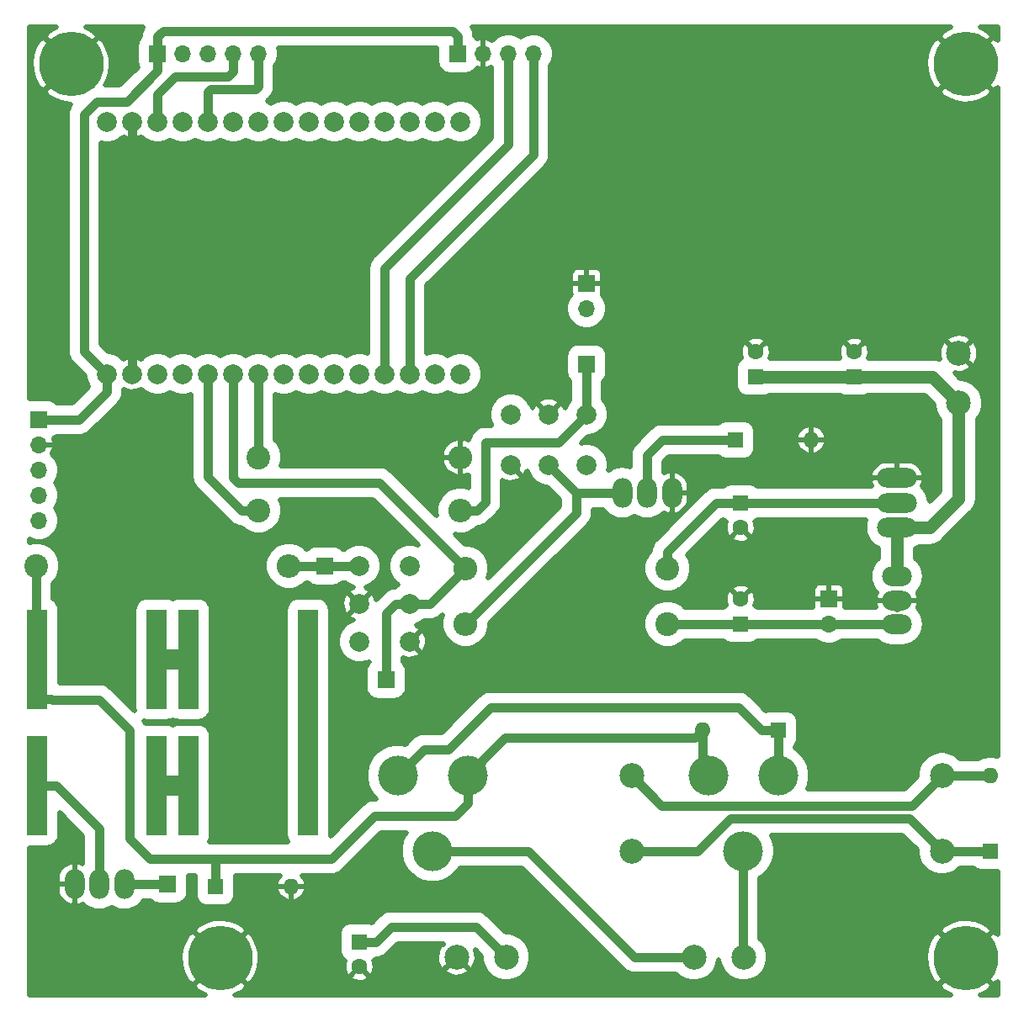
<source format=gbr>
G04 #@! TF.GenerationSoftware,KiCad,Pcbnew,(5.1.5)-3*
G04 #@! TF.CreationDate,2020-10-26T22:42:23+01:00*
G04 #@! TF.ProjectId,Fernschreiber,4665726e-7363-4687-9265-696265722e6b,v02*
G04 #@! TF.SameCoordinates,Original*
G04 #@! TF.FileFunction,Copper,L1,Top*
G04 #@! TF.FilePolarity,Positive*
%FSLAX46Y46*%
G04 Gerber Fmt 4.6, Leading zero omitted, Abs format (unit mm)*
G04 Created by KiCad (PCBNEW (5.1.5)-3) date 2020-10-26 22:42:23*
%MOMM*%
%LPD*%
G04 APERTURE LIST*
%ADD10C,2.500000*%
%ADD11C,2.000000*%
%ADD12C,6.500000*%
%ADD13O,4.000000X2.000000*%
%ADD14O,3.000000X2.000000*%
%ADD15R,1.600000X1.600000*%
%ADD16C,1.600000*%
%ADD17O,1.600000X1.600000*%
%ADD18R,1.700000X1.700000*%
%ADD19O,1.700000X1.700000*%
%ADD20C,4.000000*%
%ADD21C,2.400000*%
%ADD22O,2.400000X2.400000*%
%ADD23R,2.000000X10.000000*%
%ADD24O,2.000000X3.000000*%
%ADD25C,0.889000*%
%ADD26C,1.270000*%
%ADD27C,2.032000*%
%ADD28C,0.500000*%
G04 APERTURE END LIST*
D10*
X140436600Y-80255000D03*
X140436600Y-75255000D03*
X113801000Y-136017000D03*
X118801000Y-136017000D03*
X94925000Y-136017000D03*
X89925000Y-136017000D03*
D11*
X90305000Y-77343000D03*
X87765000Y-77343000D03*
X85225000Y-77343000D03*
X82685000Y-77343000D03*
X80145000Y-77343000D03*
X77605000Y-77343000D03*
X75065000Y-77343000D03*
X72525000Y-77343000D03*
X69985000Y-77343000D03*
X67445000Y-77343000D03*
X64905000Y-77343000D03*
X62365000Y-77343000D03*
X59825000Y-77343000D03*
X57285000Y-77343000D03*
X54745000Y-77343000D03*
X90305000Y-51943000D03*
X87765000Y-51943000D03*
X85225000Y-51943000D03*
X82685000Y-51943000D03*
X80145000Y-51943000D03*
X77605000Y-51943000D03*
X75065000Y-51943000D03*
X72525000Y-51943000D03*
X69985000Y-51943000D03*
X67445000Y-51943000D03*
X64905000Y-51943000D03*
X62365000Y-51943000D03*
X59825000Y-51943000D03*
X57285000Y-51943000D03*
X54745000Y-51943000D03*
D12*
X66129000Y-136129000D03*
X51129000Y-46129000D03*
X141129000Y-136129000D03*
X141129000Y-46129000D03*
D13*
X134239000Y-92797000D03*
X134239000Y-90297000D03*
X134239000Y-87797000D03*
D14*
X134239000Y-102501400D03*
X134239000Y-100101400D03*
X134239000Y-97701400D03*
D15*
X118491000Y-102489000D03*
D16*
X118491000Y-99989000D03*
X129921000Y-75097000D03*
D15*
X129921000Y-77597000D03*
X80137000Y-134493000D03*
D16*
X80137000Y-136993000D03*
X118491000Y-92797000D03*
D15*
X118491000Y-90297000D03*
X120015000Y-77597000D03*
D16*
X120015000Y-75097000D03*
D15*
X143637000Y-125349000D03*
D17*
X143637000Y-117729000D03*
X125603000Y-83947000D03*
D15*
X117983000Y-83947000D03*
D17*
X73279000Y-128905000D03*
D15*
X65659000Y-128905000D03*
X122301000Y-113157000D03*
D17*
X114681000Y-113157000D03*
D18*
X102997000Y-76327000D03*
X127381000Y-99949000D03*
D19*
X127381000Y-102489000D03*
D18*
X60833000Y-128651000D03*
X76657200Y-96647000D03*
D19*
X102997000Y-70739000D03*
D18*
X102997000Y-68199000D03*
X82829400Y-108077000D03*
D19*
X47879000Y-92075000D03*
X47879000Y-89535000D03*
X47879000Y-86995000D03*
X47879000Y-84455000D03*
D18*
X47879000Y-81915000D03*
X59817000Y-45085000D03*
D19*
X62357000Y-45085000D03*
X64897000Y-45085000D03*
X67437000Y-45085000D03*
X69977000Y-45085000D03*
D18*
X90043000Y-45085000D03*
D19*
X92583000Y-45085000D03*
X95123000Y-45085000D03*
X97663000Y-45085000D03*
D20*
X91015000Y-117739000D03*
X84015000Y-117739000D03*
X87515000Y-125339000D03*
D10*
X107515000Y-125339000D03*
X107515000Y-117739000D03*
X138757000Y-117739000D03*
X138757000Y-125339000D03*
D20*
X118757000Y-125339000D03*
X115257000Y-117739000D03*
X122257000Y-117739000D03*
D21*
X69977000Y-91059000D03*
D22*
X90297000Y-91059000D03*
X90805000Y-102489000D03*
D21*
X111125000Y-102489000D03*
D22*
X90297000Y-85725000D03*
D21*
X69977000Y-85725000D03*
D11*
X59721000Y-102045000D03*
X47721000Y-102045000D03*
D23*
X59721000Y-106045000D03*
X47721000Y-106045000D03*
D11*
X59721000Y-110045000D03*
X47721000Y-110045000D03*
X62961000Y-110045000D03*
X74961000Y-110045000D03*
D23*
X62961000Y-106045000D03*
X74961000Y-106045000D03*
D11*
X62961000Y-102045000D03*
X74961000Y-102045000D03*
X62961000Y-122745000D03*
X74961000Y-122745000D03*
D23*
X62961000Y-118745000D03*
X74961000Y-118745000D03*
D11*
X62961000Y-114745000D03*
X74961000Y-114745000D03*
X59721000Y-114745000D03*
X47721000Y-114745000D03*
D23*
X59721000Y-118745000D03*
X47721000Y-118745000D03*
D11*
X59721000Y-122745000D03*
X47721000Y-122745000D03*
D21*
X47625000Y-96647000D03*
D22*
X73025000Y-96647000D03*
D21*
X111125000Y-96901000D03*
D22*
X90805000Y-96901000D03*
D11*
X102997000Y-81407000D03*
X99187000Y-81407000D03*
X95377000Y-81407000D03*
X102997000Y-86487000D03*
X99187000Y-86487000D03*
X95377000Y-86487000D03*
X85217000Y-104267000D03*
X85217000Y-100457000D03*
X85217000Y-96647000D03*
X80137000Y-104267000D03*
X80137000Y-100457000D03*
X80137000Y-96647000D03*
D24*
X51475000Y-128651000D03*
X53975000Y-128651000D03*
X56475000Y-128651000D03*
X111593000Y-89281000D03*
X109093000Y-89281000D03*
X106593000Y-89281000D03*
D25*
X57277000Y-51935000D02*
X57285000Y-51943000D01*
X54745000Y-77343000D02*
X54745000Y-79113000D01*
X51943000Y-81915000D02*
X47879000Y-81915000D01*
X54745000Y-79113000D02*
X51943000Y-81915000D01*
X90043000Y-43346000D02*
X90043000Y-45085000D01*
X90043000Y-43322140D02*
X90043000Y-43346000D01*
X89519860Y-42799000D02*
X90043000Y-43322140D01*
X107515000Y-125339000D02*
X114183000Y-125339000D01*
X114183000Y-125339000D02*
X117475000Y-122047000D01*
X135465000Y-122047000D02*
X138757000Y-125339000D01*
X117475000Y-122047000D02*
X135465000Y-122047000D01*
X143627000Y-125339000D02*
X143637000Y-125349000D01*
X138757000Y-125339000D02*
X143627000Y-125339000D01*
X134125000Y-100711000D02*
X134239000Y-100825000D01*
X57285000Y-51943000D02*
X57285000Y-77343000D01*
X111125000Y-96901000D02*
X111125000Y-95203944D01*
X116031944Y-90297000D02*
X118491000Y-90297000D01*
X111125000Y-95203944D02*
X116031944Y-90297000D01*
X118491000Y-90297000D02*
X134239000Y-90297000D01*
X60364000Y-42799000D02*
X89519860Y-42799000D01*
X59817000Y-43346000D02*
X60364000Y-42799000D01*
X59817000Y-45085000D02*
X59817000Y-43346000D01*
X59817000Y-45085000D02*
X59817000Y-46824000D01*
X52451000Y-75049000D02*
X54745000Y-77343000D01*
X59817000Y-46824000D02*
X56730000Y-49911000D01*
X53721000Y-49911000D02*
X52451000Y-51181000D01*
X52451000Y-51181000D02*
X52451000Y-75049000D01*
X56730000Y-49911000D02*
X53721000Y-49911000D01*
D26*
X134239000Y-92797000D02*
X134239000Y-97701400D01*
X129921000Y-77597000D02*
X120015000Y-77597000D01*
X137509000Y-92797000D02*
X134239000Y-92797000D01*
X137778600Y-77597000D02*
X140436600Y-80255000D01*
X129921000Y-77597000D02*
X137778600Y-77597000D01*
X140436600Y-89869400D02*
X137509000Y-92797000D01*
X140436600Y-80255000D02*
X140436600Y-89869400D01*
D25*
X111125000Y-102489000D02*
X118491000Y-102489000D01*
X120180000Y-102489000D02*
X127381000Y-102489000D01*
X118491000Y-102489000D02*
X120180000Y-102489000D01*
X127393400Y-102501400D02*
X127381000Y-102489000D01*
X134239000Y-102501400D02*
X127393400Y-102501400D01*
X107515000Y-117739000D02*
X110553000Y-120777000D01*
X135719000Y-120777000D02*
X138757000Y-117739000D01*
X110553000Y-120777000D02*
X135719000Y-120777000D01*
X143627000Y-117739000D02*
X143637000Y-117729000D01*
X138757000Y-117739000D02*
X143627000Y-117739000D01*
X109093000Y-86892000D02*
X109093000Y-89281000D01*
X110617000Y-83947000D02*
X109093000Y-85471000D01*
X117983000Y-83947000D02*
X110617000Y-83947000D01*
X109093000Y-85471000D02*
X109093000Y-86892000D01*
X100203000Y-84201000D02*
X102997000Y-81407000D01*
X92837000Y-84201000D02*
X100203000Y-84201000D01*
X92837000Y-90216056D02*
X92837000Y-84201000D01*
X90297000Y-91059000D02*
X91994056Y-91059000D01*
X91994056Y-91059000D02*
X92837000Y-90216056D01*
X102997000Y-81407000D02*
X102997000Y-76327000D01*
X101981000Y-89281000D02*
X106593000Y-89281000D01*
X99187000Y-86487000D02*
X101981000Y-89281000D01*
X101981000Y-91313000D02*
X90805000Y-102489000D01*
X101981000Y-89281000D02*
X101981000Y-91313000D01*
X49610000Y-118745000D02*
X53975000Y-123110000D01*
X47721000Y-118745000D02*
X49610000Y-118745000D01*
X53975000Y-123110000D02*
X53975000Y-128651000D01*
D27*
X59721000Y-106045000D02*
X62961000Y-106045000D01*
X74961000Y-114745000D02*
X74961000Y-110045000D01*
X62961000Y-118745000D02*
X59721000Y-118745000D01*
D25*
X81826000Y-134493000D02*
X83350000Y-132969000D01*
X80137000Y-134493000D02*
X81826000Y-134493000D01*
X91877000Y-132969000D02*
X94925000Y-136017000D01*
X83350000Y-132969000D02*
X91877000Y-132969000D01*
X122301000Y-117695000D02*
X122257000Y-117739000D01*
X122301000Y-113157000D02*
X122301000Y-117695000D01*
X120612000Y-113157000D02*
X118326000Y-110871000D01*
X122301000Y-113157000D02*
X120612000Y-113157000D01*
X86659501Y-115094499D02*
X89121501Y-115094499D01*
X84015000Y-117739000D02*
X86659501Y-115094499D01*
X93345000Y-110871000D02*
X118326000Y-110871000D01*
X89121501Y-115094499D02*
X93345000Y-110871000D01*
X49135213Y-110045000D02*
X49199213Y-110109000D01*
X47721000Y-110045000D02*
X49135213Y-110045000D01*
X49199213Y-110109000D02*
X53975000Y-110109000D01*
X53975000Y-110109000D02*
X57023000Y-113157000D01*
X57023000Y-113157000D02*
X57023000Y-124079000D01*
X57023000Y-124079000D02*
X59055000Y-126111000D01*
X91015000Y-120567427D02*
X89789427Y-121793000D01*
X91015000Y-117739000D02*
X91015000Y-120567427D01*
X89789427Y-121793000D02*
X81661000Y-121793000D01*
X81661000Y-121793000D02*
X77343000Y-126111000D01*
X114681000Y-117163000D02*
X115257000Y-117739000D01*
X114681000Y-113157000D02*
X114681000Y-117163000D01*
X93014999Y-115739001D02*
X91015000Y-117739000D01*
X94797001Y-113956999D02*
X93014999Y-115739001D01*
X113881001Y-113956999D02*
X94797001Y-113956999D01*
X114681000Y-113157000D02*
X113881001Y-113956999D01*
X65659000Y-128905000D02*
X65659000Y-127216000D01*
X77343000Y-126111000D02*
X65659000Y-126111000D01*
X65659000Y-127216000D02*
X65659000Y-126111000D01*
X65659000Y-126111000D02*
X59055000Y-126111000D01*
X47625000Y-101949000D02*
X47721000Y-102045000D01*
X47625000Y-96647000D02*
X47625000Y-101949000D01*
X113801000Y-136017000D02*
X107823000Y-136017000D01*
X97145000Y-125339000D02*
X87515000Y-125339000D01*
X107823000Y-136017000D02*
X97145000Y-125339000D01*
X118757000Y-135973000D02*
X118801000Y-136017000D01*
X118757000Y-125339000D02*
X118757000Y-135973000D01*
X82169000Y-88265000D02*
X90805000Y-96901000D01*
X67945000Y-88265000D02*
X82169000Y-88265000D01*
X67445000Y-77343000D02*
X67445000Y-87765000D01*
X67445000Y-87765000D02*
X67945000Y-88265000D01*
X90805000Y-96901000D02*
X87249000Y-100457000D01*
X87249000Y-100457000D02*
X85217000Y-100457000D01*
X85217000Y-100457000D02*
X83802787Y-100457000D01*
X82829400Y-101430387D02*
X82829400Y-108077000D01*
X83802787Y-100457000D02*
X82829400Y-101430387D01*
X69985000Y-85717000D02*
X69977000Y-85725000D01*
X69985000Y-77343000D02*
X69985000Y-85717000D01*
X56515000Y-127675000D02*
X56475000Y-127635000D01*
X56475000Y-128651000D02*
X60833000Y-128651000D01*
X67437000Y-45085000D02*
X67437000Y-46863000D01*
X67437000Y-46863000D02*
X66929000Y-47371000D01*
X66929000Y-47371000D02*
X61595000Y-47371000D01*
X59825000Y-49141000D02*
X59825000Y-51943000D01*
X61595000Y-47371000D02*
X59825000Y-49141000D01*
X64897000Y-51935000D02*
X64905000Y-51943000D01*
X69723000Y-48641000D02*
X69977000Y-48387000D01*
X65151000Y-48641000D02*
X69723000Y-48641000D01*
X69977000Y-48387000D02*
X69977000Y-45085000D01*
X64905000Y-51943000D02*
X64905000Y-48887000D01*
X64905000Y-48887000D02*
X65151000Y-48641000D01*
X97663000Y-45085000D02*
X97663000Y-55245000D01*
X85225000Y-67683000D02*
X85225000Y-77343000D01*
X97663000Y-55245000D02*
X85225000Y-67683000D01*
X95123000Y-45085000D02*
X95123000Y-54229000D01*
X82685000Y-66667000D02*
X82685000Y-77343000D01*
X95123000Y-54229000D02*
X82685000Y-66667000D01*
X68279944Y-91059000D02*
X64905000Y-87684056D01*
X64905000Y-78757213D02*
X64905000Y-77343000D01*
X64905000Y-87684056D02*
X64905000Y-78757213D01*
X69977000Y-91059000D02*
X68279944Y-91059000D01*
X73025000Y-96647000D02*
X76657200Y-96647000D01*
X76657200Y-96647000D02*
X80137000Y-96647000D01*
D28*
G36*
X52280500Y-123811885D02*
G01*
X52280501Y-126597819D01*
X52144061Y-126525289D01*
X51814045Y-126425999D01*
X51753962Y-126415275D01*
X51479000Y-126582505D01*
X51479000Y-128647000D01*
X51499000Y-128647000D01*
X51499000Y-128655000D01*
X51479000Y-128655000D01*
X51479000Y-130719495D01*
X51753962Y-130886725D01*
X51814045Y-130876001D01*
X52144061Y-130776711D01*
X52321208Y-130682542D01*
X52376313Y-130749688D01*
X52718920Y-131030858D01*
X53109797Y-131239786D01*
X53533924Y-131368444D01*
X53975000Y-131411886D01*
X54416077Y-131368444D01*
X54840204Y-131239786D01*
X55225001Y-131034108D01*
X55609797Y-131239786D01*
X56033924Y-131368444D01*
X56475000Y-131411886D01*
X56916077Y-131368444D01*
X57340204Y-131239786D01*
X57731081Y-131030858D01*
X58073688Y-130749688D01*
X58354858Y-130407081D01*
X58387774Y-130345500D01*
X59059009Y-130345500D01*
X59094840Y-130389160D01*
X59285177Y-130545366D01*
X59502331Y-130661437D01*
X59737957Y-130732913D01*
X59983000Y-130757048D01*
X61683000Y-130757048D01*
X61928043Y-130732913D01*
X62163669Y-130661437D01*
X62380823Y-130545366D01*
X62571160Y-130389160D01*
X62727366Y-130198823D01*
X62843437Y-129981669D01*
X62914913Y-129746043D01*
X62939048Y-129501000D01*
X62939048Y-127805500D01*
X63643606Y-127805500D01*
X63627087Y-127859957D01*
X63602952Y-128105000D01*
X63602952Y-129705000D01*
X63627087Y-129950043D01*
X63698563Y-130185669D01*
X63814634Y-130402823D01*
X63970840Y-130593160D01*
X64161177Y-130749366D01*
X64378331Y-130865437D01*
X64613957Y-130936913D01*
X64859000Y-130961048D01*
X66459000Y-130961048D01*
X66704043Y-130936913D01*
X66939669Y-130865437D01*
X67156823Y-130749366D01*
X67347160Y-130593160D01*
X67503366Y-130402823D01*
X67619437Y-130185669D01*
X67690913Y-129950043D01*
X67715048Y-129705000D01*
X67715048Y-129152675D01*
X71740812Y-129152675D01*
X71763118Y-129264817D01*
X71862442Y-129553637D01*
X72016204Y-129817530D01*
X72218494Y-130046355D01*
X72461539Y-130231319D01*
X72735998Y-130365313D01*
X73031325Y-130443188D01*
X73275000Y-130273495D01*
X73275000Y-128909000D01*
X73283000Y-128909000D01*
X73283000Y-130273495D01*
X73526675Y-130443188D01*
X73822002Y-130365313D01*
X74096461Y-130231319D01*
X74339506Y-130046355D01*
X74541796Y-129817530D01*
X74695558Y-129553637D01*
X74794882Y-129264817D01*
X74817188Y-129152675D01*
X74647494Y-128909000D01*
X73283000Y-128909000D01*
X73275000Y-128909000D01*
X71910506Y-128909000D01*
X71740812Y-129152675D01*
X67715048Y-129152675D01*
X67715048Y-128105000D01*
X67690913Y-127859957D01*
X67674394Y-127805500D01*
X72181493Y-127805500D01*
X72016204Y-127992470D01*
X71862442Y-128256363D01*
X71763118Y-128545183D01*
X71740812Y-128657325D01*
X71910506Y-128901000D01*
X73275000Y-128901000D01*
X73275000Y-128881000D01*
X73283000Y-128881000D01*
X73283000Y-128901000D01*
X74647494Y-128901000D01*
X74817188Y-128657325D01*
X74794882Y-128545183D01*
X74695558Y-128256363D01*
X74541796Y-127992470D01*
X74376507Y-127805500D01*
X77259772Y-127805500D01*
X77343000Y-127813697D01*
X77426228Y-127805500D01*
X77426235Y-127805500D01*
X77675180Y-127780981D01*
X77994594Y-127684088D01*
X78288968Y-127526742D01*
X78546989Y-127314989D01*
X78600051Y-127250333D01*
X82362885Y-123487500D01*
X84843391Y-123487500D01*
X84634888Y-123799548D01*
X84389896Y-124391010D01*
X84265000Y-125018903D01*
X84265000Y-125659097D01*
X84389896Y-126286990D01*
X84634888Y-126878452D01*
X84990560Y-127410754D01*
X85443246Y-127863440D01*
X85975548Y-128219112D01*
X86567010Y-128464104D01*
X87194903Y-128589000D01*
X87835097Y-128589000D01*
X88462990Y-128464104D01*
X89054452Y-128219112D01*
X89586754Y-127863440D01*
X90039440Y-127410754D01*
X90291512Y-127033500D01*
X96443116Y-127033500D01*
X106565954Y-137156339D01*
X106619011Y-137220989D01*
X106877032Y-137432742D01*
X107171406Y-137590088D01*
X107490820Y-137686981D01*
X107739765Y-137711500D01*
X107739774Y-137711500D01*
X107822999Y-137719697D01*
X107906224Y-137711500D01*
X111959967Y-137711500D01*
X112207343Y-137958876D01*
X112616806Y-138232471D01*
X113071777Y-138420926D01*
X113554772Y-138517000D01*
X114047228Y-138517000D01*
X114530223Y-138420926D01*
X114985194Y-138232471D01*
X115394657Y-137958876D01*
X115742876Y-137610657D01*
X116016471Y-137201194D01*
X116204926Y-136746223D01*
X116301000Y-136263228D01*
X116397074Y-136746223D01*
X116585529Y-137201194D01*
X116859124Y-137610657D01*
X117207343Y-137958876D01*
X117616806Y-138232471D01*
X118071777Y-138420926D01*
X118554772Y-138517000D01*
X119047228Y-138517000D01*
X119530223Y-138420926D01*
X119985194Y-138232471D01*
X120394657Y-137958876D01*
X120742876Y-137610657D01*
X121016471Y-137201194D01*
X121204926Y-136746223D01*
X121301000Y-136263228D01*
X121301000Y-135974883D01*
X137104558Y-135974883D01*
X137151821Y-136762974D01*
X137351923Y-137526702D01*
X137697177Y-138236716D01*
X137868421Y-138493004D01*
X138412373Y-138839970D01*
X141123343Y-136129000D01*
X138412373Y-133418030D01*
X137868421Y-133764996D01*
X137469878Y-134446527D01*
X137211953Y-135192715D01*
X137104558Y-135974883D01*
X121301000Y-135974883D01*
X121301000Y-135770772D01*
X121204926Y-135287777D01*
X121016471Y-134832806D01*
X120742876Y-134423343D01*
X120451500Y-134131967D01*
X120451500Y-133412373D01*
X138418030Y-133412373D01*
X141129000Y-136123343D01*
X143839970Y-133412373D01*
X143493004Y-132868421D01*
X142811473Y-132469878D01*
X142065285Y-132211953D01*
X141283117Y-132104558D01*
X140495026Y-132151821D01*
X139731298Y-132351923D01*
X139021284Y-132697177D01*
X138764996Y-132868421D01*
X138418030Y-133412373D01*
X120451500Y-133412373D01*
X120451500Y-128115512D01*
X120828754Y-127863440D01*
X121281440Y-127410754D01*
X121637112Y-126878452D01*
X121882104Y-126286990D01*
X122007000Y-125659097D01*
X122007000Y-125018903D01*
X121882104Y-124391010D01*
X121637112Y-123799548D01*
X121598326Y-123741500D01*
X134763116Y-123741500D01*
X136257000Y-125235385D01*
X136257000Y-125585228D01*
X136353074Y-126068223D01*
X136541529Y-126523194D01*
X136815124Y-126932657D01*
X137163343Y-127280876D01*
X137572806Y-127554471D01*
X138027777Y-127742926D01*
X138510772Y-127839000D01*
X139003228Y-127839000D01*
X139486223Y-127742926D01*
X139941194Y-127554471D01*
X140350657Y-127280876D01*
X140598033Y-127033500D01*
X141945836Y-127033500D01*
X141948840Y-127037160D01*
X142139177Y-127193366D01*
X142356331Y-127309437D01*
X142591957Y-127380913D01*
X142837000Y-127405048D01*
X144354001Y-127405048D01*
X144354001Y-133742302D01*
X143845627Y-133418030D01*
X141134657Y-136129000D01*
X143845627Y-138839970D01*
X144354001Y-138515698D01*
X144354001Y-139854000D01*
X142633798Y-139854000D01*
X143236716Y-139560823D01*
X143493004Y-139389579D01*
X143839970Y-138845627D01*
X141129000Y-136134657D01*
X138418030Y-138845627D01*
X138764996Y-139389579D01*
X139446527Y-139788122D01*
X139637115Y-139854000D01*
X67633798Y-139854000D01*
X68236716Y-139560823D01*
X68493004Y-139389579D01*
X68839970Y-138845627D01*
X66129000Y-136134657D01*
X63418030Y-138845627D01*
X63764996Y-139389579D01*
X64446527Y-139788122D01*
X64637115Y-139854000D01*
X46904000Y-139854000D01*
X46904000Y-135974883D01*
X62104558Y-135974883D01*
X62151821Y-136762974D01*
X62351923Y-137526702D01*
X62697177Y-138236716D01*
X62868421Y-138493004D01*
X63412373Y-138839970D01*
X66123343Y-136129000D01*
X66134657Y-136129000D01*
X68845627Y-138839970D01*
X69389579Y-138493004D01*
X69696103Y-137968830D01*
X79166827Y-137968830D01*
X79220039Y-138261894D01*
X79485207Y-138416402D01*
X79775423Y-138516211D01*
X80079534Y-138557483D01*
X80385854Y-138538633D01*
X80682611Y-138460385D01*
X80958399Y-138325746D01*
X81053961Y-138261894D01*
X81107173Y-137968830D01*
X80137000Y-136998657D01*
X79166827Y-137968830D01*
X69696103Y-137968830D01*
X69788122Y-137811473D01*
X70046047Y-137065285D01*
X70153442Y-136283117D01*
X70106179Y-135495026D01*
X69906077Y-134731298D01*
X69560823Y-134021284D01*
X69389579Y-133764996D01*
X69276709Y-133693000D01*
X78080952Y-133693000D01*
X78080952Y-135293000D01*
X78105087Y-135538043D01*
X78176563Y-135773669D01*
X78292634Y-135990823D01*
X78448840Y-136181160D01*
X78639177Y-136337366D01*
X78703158Y-136371564D01*
X78613789Y-136631423D01*
X78572517Y-136935534D01*
X78591367Y-137241854D01*
X78669615Y-137538611D01*
X78804254Y-137814399D01*
X78868106Y-137909961D01*
X79161170Y-137963173D01*
X80131343Y-136993000D01*
X80117201Y-136978858D01*
X80122858Y-136973201D01*
X80137000Y-136987343D01*
X80151142Y-136973201D01*
X80156799Y-136978858D01*
X80142657Y-136993000D01*
X81112830Y-137963173D01*
X81405894Y-137909961D01*
X81560402Y-137644793D01*
X81660211Y-137354577D01*
X81665911Y-137312570D01*
X88635087Y-137312570D01*
X88742254Y-137651714D01*
X89083897Y-137851046D01*
X89457863Y-137979897D01*
X89849782Y-138033314D01*
X90244590Y-138009246D01*
X90627117Y-137908617D01*
X90982662Y-137735294D01*
X91107746Y-137651714D01*
X91214913Y-137312570D01*
X89925000Y-136022657D01*
X88635087Y-137312570D01*
X81665911Y-137312570D01*
X81701483Y-137050466D01*
X81682633Y-136744146D01*
X81604385Y-136447389D01*
X81568087Y-136373037D01*
X81634823Y-136337366D01*
X81809435Y-136194065D01*
X81826000Y-136195697D01*
X81909228Y-136187500D01*
X81909235Y-136187500D01*
X82158180Y-136162981D01*
X82477594Y-136066088D01*
X82771968Y-135908742D01*
X83029989Y-135696989D01*
X83083050Y-135632334D01*
X84051885Y-134663500D01*
X88565840Y-134663500D01*
X88629428Y-134727088D01*
X88290286Y-134834254D01*
X88090954Y-135175897D01*
X87962103Y-135549863D01*
X87908686Y-135941782D01*
X87932754Y-136336590D01*
X88033383Y-136719117D01*
X88206706Y-137074662D01*
X88290286Y-137199746D01*
X88629430Y-137306913D01*
X89919343Y-136017000D01*
X89905201Y-136002858D01*
X89910858Y-135997201D01*
X89925000Y-136011343D01*
X89939142Y-135997201D01*
X89944799Y-136002858D01*
X89930657Y-136017000D01*
X91220570Y-137306913D01*
X91559714Y-137199746D01*
X91759046Y-136858103D01*
X91887897Y-136484137D01*
X91941314Y-136092218D01*
X91917246Y-135697410D01*
X91816617Y-135314883D01*
X91807218Y-135295602D01*
X92425000Y-135913385D01*
X92425000Y-136263228D01*
X92521074Y-136746223D01*
X92709529Y-137201194D01*
X92983124Y-137610657D01*
X93331343Y-137958876D01*
X93740806Y-138232471D01*
X94195777Y-138420926D01*
X94678772Y-138517000D01*
X95171228Y-138517000D01*
X95654223Y-138420926D01*
X96109194Y-138232471D01*
X96518657Y-137958876D01*
X96866876Y-137610657D01*
X97140471Y-137201194D01*
X97328926Y-136746223D01*
X97425000Y-136263228D01*
X97425000Y-135770772D01*
X97328926Y-135287777D01*
X97140471Y-134832806D01*
X96866876Y-134423343D01*
X96518657Y-134075124D01*
X96109194Y-133801529D01*
X95654223Y-133613074D01*
X95171228Y-133517000D01*
X94821385Y-133517000D01*
X93134051Y-131829667D01*
X93080989Y-131765011D01*
X92822968Y-131553258D01*
X92528594Y-131395912D01*
X92209180Y-131299019D01*
X91960235Y-131274500D01*
X91960228Y-131274500D01*
X91877000Y-131266303D01*
X91793772Y-131274500D01*
X83433224Y-131274500D01*
X83349999Y-131266303D01*
X83266774Y-131274500D01*
X83266765Y-131274500D01*
X83017820Y-131299019D01*
X82698406Y-131395912D01*
X82404032Y-131553258D01*
X82146011Y-131765011D01*
X82092953Y-131829662D01*
X81396480Y-132526135D01*
X81182043Y-132461087D01*
X80937000Y-132436952D01*
X79337000Y-132436952D01*
X79091957Y-132461087D01*
X78856331Y-132532563D01*
X78639177Y-132648634D01*
X78448840Y-132804840D01*
X78292634Y-132995177D01*
X78176563Y-133212331D01*
X78105087Y-133447957D01*
X78080952Y-133693000D01*
X69276709Y-133693000D01*
X68845627Y-133418030D01*
X66134657Y-136129000D01*
X66123343Y-136129000D01*
X63412373Y-133418030D01*
X62868421Y-133764996D01*
X62469878Y-134446527D01*
X62211953Y-135192715D01*
X62104558Y-135974883D01*
X46904000Y-135974883D01*
X46904000Y-133412373D01*
X63418030Y-133412373D01*
X66129000Y-136123343D01*
X68839970Y-133412373D01*
X68493004Y-132868421D01*
X67811473Y-132469878D01*
X67065285Y-132211953D01*
X66283117Y-132104558D01*
X65495026Y-132151821D01*
X64731298Y-132351923D01*
X64021284Y-132697177D01*
X63764996Y-132868421D01*
X63418030Y-133412373D01*
X46904000Y-133412373D01*
X46904000Y-128655000D01*
X49717000Y-128655000D01*
X49717000Y-129155000D01*
X49751560Y-129497892D01*
X49852351Y-129827453D01*
X50015499Y-130131018D01*
X50234735Y-130396922D01*
X50501634Y-130614946D01*
X50805939Y-130776711D01*
X51135955Y-130876001D01*
X51196038Y-130886725D01*
X51471000Y-130719495D01*
X51471000Y-128655000D01*
X49717000Y-128655000D01*
X46904000Y-128655000D01*
X46904000Y-128147000D01*
X49717000Y-128147000D01*
X49717000Y-128647000D01*
X51471000Y-128647000D01*
X51471000Y-126582505D01*
X51196038Y-126415275D01*
X51135955Y-126425999D01*
X50805939Y-126525289D01*
X50501634Y-126687054D01*
X50234735Y-126905078D01*
X50015499Y-127170982D01*
X49852351Y-127474547D01*
X49751560Y-127804108D01*
X49717000Y-128147000D01*
X46904000Y-128147000D01*
X46904000Y-125001048D01*
X48721000Y-125001048D01*
X48966043Y-124976913D01*
X49201669Y-124905437D01*
X49418823Y-124789366D01*
X49609160Y-124633160D01*
X49765366Y-124442823D01*
X49881437Y-124225669D01*
X49952913Y-123990043D01*
X49977048Y-123745000D01*
X49977048Y-121508432D01*
X52280500Y-123811885D01*
G37*
X52280500Y-123811885D02*
X52280501Y-126597819D01*
X52144061Y-126525289D01*
X51814045Y-126425999D01*
X51753962Y-126415275D01*
X51479000Y-126582505D01*
X51479000Y-128647000D01*
X51499000Y-128647000D01*
X51499000Y-128655000D01*
X51479000Y-128655000D01*
X51479000Y-130719495D01*
X51753962Y-130886725D01*
X51814045Y-130876001D01*
X52144061Y-130776711D01*
X52321208Y-130682542D01*
X52376313Y-130749688D01*
X52718920Y-131030858D01*
X53109797Y-131239786D01*
X53533924Y-131368444D01*
X53975000Y-131411886D01*
X54416077Y-131368444D01*
X54840204Y-131239786D01*
X55225001Y-131034108D01*
X55609797Y-131239786D01*
X56033924Y-131368444D01*
X56475000Y-131411886D01*
X56916077Y-131368444D01*
X57340204Y-131239786D01*
X57731081Y-131030858D01*
X58073688Y-130749688D01*
X58354858Y-130407081D01*
X58387774Y-130345500D01*
X59059009Y-130345500D01*
X59094840Y-130389160D01*
X59285177Y-130545366D01*
X59502331Y-130661437D01*
X59737957Y-130732913D01*
X59983000Y-130757048D01*
X61683000Y-130757048D01*
X61928043Y-130732913D01*
X62163669Y-130661437D01*
X62380823Y-130545366D01*
X62571160Y-130389160D01*
X62727366Y-130198823D01*
X62843437Y-129981669D01*
X62914913Y-129746043D01*
X62939048Y-129501000D01*
X62939048Y-127805500D01*
X63643606Y-127805500D01*
X63627087Y-127859957D01*
X63602952Y-128105000D01*
X63602952Y-129705000D01*
X63627087Y-129950043D01*
X63698563Y-130185669D01*
X63814634Y-130402823D01*
X63970840Y-130593160D01*
X64161177Y-130749366D01*
X64378331Y-130865437D01*
X64613957Y-130936913D01*
X64859000Y-130961048D01*
X66459000Y-130961048D01*
X66704043Y-130936913D01*
X66939669Y-130865437D01*
X67156823Y-130749366D01*
X67347160Y-130593160D01*
X67503366Y-130402823D01*
X67619437Y-130185669D01*
X67690913Y-129950043D01*
X67715048Y-129705000D01*
X67715048Y-129152675D01*
X71740812Y-129152675D01*
X71763118Y-129264817D01*
X71862442Y-129553637D01*
X72016204Y-129817530D01*
X72218494Y-130046355D01*
X72461539Y-130231319D01*
X72735998Y-130365313D01*
X73031325Y-130443188D01*
X73275000Y-130273495D01*
X73275000Y-128909000D01*
X73283000Y-128909000D01*
X73283000Y-130273495D01*
X73526675Y-130443188D01*
X73822002Y-130365313D01*
X74096461Y-130231319D01*
X74339506Y-130046355D01*
X74541796Y-129817530D01*
X74695558Y-129553637D01*
X74794882Y-129264817D01*
X74817188Y-129152675D01*
X74647494Y-128909000D01*
X73283000Y-128909000D01*
X73275000Y-128909000D01*
X71910506Y-128909000D01*
X71740812Y-129152675D01*
X67715048Y-129152675D01*
X67715048Y-128105000D01*
X67690913Y-127859957D01*
X67674394Y-127805500D01*
X72181493Y-127805500D01*
X72016204Y-127992470D01*
X71862442Y-128256363D01*
X71763118Y-128545183D01*
X71740812Y-128657325D01*
X71910506Y-128901000D01*
X73275000Y-128901000D01*
X73275000Y-128881000D01*
X73283000Y-128881000D01*
X73283000Y-128901000D01*
X74647494Y-128901000D01*
X74817188Y-128657325D01*
X74794882Y-128545183D01*
X74695558Y-128256363D01*
X74541796Y-127992470D01*
X74376507Y-127805500D01*
X77259772Y-127805500D01*
X77343000Y-127813697D01*
X77426228Y-127805500D01*
X77426235Y-127805500D01*
X77675180Y-127780981D01*
X77994594Y-127684088D01*
X78288968Y-127526742D01*
X78546989Y-127314989D01*
X78600051Y-127250333D01*
X82362885Y-123487500D01*
X84843391Y-123487500D01*
X84634888Y-123799548D01*
X84389896Y-124391010D01*
X84265000Y-125018903D01*
X84265000Y-125659097D01*
X84389896Y-126286990D01*
X84634888Y-126878452D01*
X84990560Y-127410754D01*
X85443246Y-127863440D01*
X85975548Y-128219112D01*
X86567010Y-128464104D01*
X87194903Y-128589000D01*
X87835097Y-128589000D01*
X88462990Y-128464104D01*
X89054452Y-128219112D01*
X89586754Y-127863440D01*
X90039440Y-127410754D01*
X90291512Y-127033500D01*
X96443116Y-127033500D01*
X106565954Y-137156339D01*
X106619011Y-137220989D01*
X106877032Y-137432742D01*
X107171406Y-137590088D01*
X107490820Y-137686981D01*
X107739765Y-137711500D01*
X107739774Y-137711500D01*
X107822999Y-137719697D01*
X107906224Y-137711500D01*
X111959967Y-137711500D01*
X112207343Y-137958876D01*
X112616806Y-138232471D01*
X113071777Y-138420926D01*
X113554772Y-138517000D01*
X114047228Y-138517000D01*
X114530223Y-138420926D01*
X114985194Y-138232471D01*
X115394657Y-137958876D01*
X115742876Y-137610657D01*
X116016471Y-137201194D01*
X116204926Y-136746223D01*
X116301000Y-136263228D01*
X116397074Y-136746223D01*
X116585529Y-137201194D01*
X116859124Y-137610657D01*
X117207343Y-137958876D01*
X117616806Y-138232471D01*
X118071777Y-138420926D01*
X118554772Y-138517000D01*
X119047228Y-138517000D01*
X119530223Y-138420926D01*
X119985194Y-138232471D01*
X120394657Y-137958876D01*
X120742876Y-137610657D01*
X121016471Y-137201194D01*
X121204926Y-136746223D01*
X121301000Y-136263228D01*
X121301000Y-135974883D01*
X137104558Y-135974883D01*
X137151821Y-136762974D01*
X137351923Y-137526702D01*
X137697177Y-138236716D01*
X137868421Y-138493004D01*
X138412373Y-138839970D01*
X141123343Y-136129000D01*
X138412373Y-133418030D01*
X137868421Y-133764996D01*
X137469878Y-134446527D01*
X137211953Y-135192715D01*
X137104558Y-135974883D01*
X121301000Y-135974883D01*
X121301000Y-135770772D01*
X121204926Y-135287777D01*
X121016471Y-134832806D01*
X120742876Y-134423343D01*
X120451500Y-134131967D01*
X120451500Y-133412373D01*
X138418030Y-133412373D01*
X141129000Y-136123343D01*
X143839970Y-133412373D01*
X143493004Y-132868421D01*
X142811473Y-132469878D01*
X142065285Y-132211953D01*
X141283117Y-132104558D01*
X140495026Y-132151821D01*
X139731298Y-132351923D01*
X139021284Y-132697177D01*
X138764996Y-132868421D01*
X138418030Y-133412373D01*
X120451500Y-133412373D01*
X120451500Y-128115512D01*
X120828754Y-127863440D01*
X121281440Y-127410754D01*
X121637112Y-126878452D01*
X121882104Y-126286990D01*
X122007000Y-125659097D01*
X122007000Y-125018903D01*
X121882104Y-124391010D01*
X121637112Y-123799548D01*
X121598326Y-123741500D01*
X134763116Y-123741500D01*
X136257000Y-125235385D01*
X136257000Y-125585228D01*
X136353074Y-126068223D01*
X136541529Y-126523194D01*
X136815124Y-126932657D01*
X137163343Y-127280876D01*
X137572806Y-127554471D01*
X138027777Y-127742926D01*
X138510772Y-127839000D01*
X139003228Y-127839000D01*
X139486223Y-127742926D01*
X139941194Y-127554471D01*
X140350657Y-127280876D01*
X140598033Y-127033500D01*
X141945836Y-127033500D01*
X141948840Y-127037160D01*
X142139177Y-127193366D01*
X142356331Y-127309437D01*
X142591957Y-127380913D01*
X142837000Y-127405048D01*
X144354001Y-127405048D01*
X144354001Y-133742302D01*
X143845627Y-133418030D01*
X141134657Y-136129000D01*
X143845627Y-138839970D01*
X144354001Y-138515698D01*
X144354001Y-139854000D01*
X142633798Y-139854000D01*
X143236716Y-139560823D01*
X143493004Y-139389579D01*
X143839970Y-138845627D01*
X141129000Y-136134657D01*
X138418030Y-138845627D01*
X138764996Y-139389579D01*
X139446527Y-139788122D01*
X139637115Y-139854000D01*
X67633798Y-139854000D01*
X68236716Y-139560823D01*
X68493004Y-139389579D01*
X68839970Y-138845627D01*
X66129000Y-136134657D01*
X63418030Y-138845627D01*
X63764996Y-139389579D01*
X64446527Y-139788122D01*
X64637115Y-139854000D01*
X46904000Y-139854000D01*
X46904000Y-135974883D01*
X62104558Y-135974883D01*
X62151821Y-136762974D01*
X62351923Y-137526702D01*
X62697177Y-138236716D01*
X62868421Y-138493004D01*
X63412373Y-138839970D01*
X66123343Y-136129000D01*
X66134657Y-136129000D01*
X68845627Y-138839970D01*
X69389579Y-138493004D01*
X69696103Y-137968830D01*
X79166827Y-137968830D01*
X79220039Y-138261894D01*
X79485207Y-138416402D01*
X79775423Y-138516211D01*
X80079534Y-138557483D01*
X80385854Y-138538633D01*
X80682611Y-138460385D01*
X80958399Y-138325746D01*
X81053961Y-138261894D01*
X81107173Y-137968830D01*
X80137000Y-136998657D01*
X79166827Y-137968830D01*
X69696103Y-137968830D01*
X69788122Y-137811473D01*
X70046047Y-137065285D01*
X70153442Y-136283117D01*
X70106179Y-135495026D01*
X69906077Y-134731298D01*
X69560823Y-134021284D01*
X69389579Y-133764996D01*
X69276709Y-133693000D01*
X78080952Y-133693000D01*
X78080952Y-135293000D01*
X78105087Y-135538043D01*
X78176563Y-135773669D01*
X78292634Y-135990823D01*
X78448840Y-136181160D01*
X78639177Y-136337366D01*
X78703158Y-136371564D01*
X78613789Y-136631423D01*
X78572517Y-136935534D01*
X78591367Y-137241854D01*
X78669615Y-137538611D01*
X78804254Y-137814399D01*
X78868106Y-137909961D01*
X79161170Y-137963173D01*
X80131343Y-136993000D01*
X80117201Y-136978858D01*
X80122858Y-136973201D01*
X80137000Y-136987343D01*
X80151142Y-136973201D01*
X80156799Y-136978858D01*
X80142657Y-136993000D01*
X81112830Y-137963173D01*
X81405894Y-137909961D01*
X81560402Y-137644793D01*
X81660211Y-137354577D01*
X81665911Y-137312570D01*
X88635087Y-137312570D01*
X88742254Y-137651714D01*
X89083897Y-137851046D01*
X89457863Y-137979897D01*
X89849782Y-138033314D01*
X90244590Y-138009246D01*
X90627117Y-137908617D01*
X90982662Y-137735294D01*
X91107746Y-137651714D01*
X91214913Y-137312570D01*
X89925000Y-136022657D01*
X88635087Y-137312570D01*
X81665911Y-137312570D01*
X81701483Y-137050466D01*
X81682633Y-136744146D01*
X81604385Y-136447389D01*
X81568087Y-136373037D01*
X81634823Y-136337366D01*
X81809435Y-136194065D01*
X81826000Y-136195697D01*
X81909228Y-136187500D01*
X81909235Y-136187500D01*
X82158180Y-136162981D01*
X82477594Y-136066088D01*
X82771968Y-135908742D01*
X83029989Y-135696989D01*
X83083050Y-135632334D01*
X84051885Y-134663500D01*
X88565840Y-134663500D01*
X88629428Y-134727088D01*
X88290286Y-134834254D01*
X88090954Y-135175897D01*
X87962103Y-135549863D01*
X87908686Y-135941782D01*
X87932754Y-136336590D01*
X88033383Y-136719117D01*
X88206706Y-137074662D01*
X88290286Y-137199746D01*
X88629430Y-137306913D01*
X89919343Y-136017000D01*
X89905201Y-136002858D01*
X89910858Y-135997201D01*
X89925000Y-136011343D01*
X89939142Y-135997201D01*
X89944799Y-136002858D01*
X89930657Y-136017000D01*
X91220570Y-137306913D01*
X91559714Y-137199746D01*
X91759046Y-136858103D01*
X91887897Y-136484137D01*
X91941314Y-136092218D01*
X91917246Y-135697410D01*
X91816617Y-135314883D01*
X91807218Y-135295602D01*
X92425000Y-135913385D01*
X92425000Y-136263228D01*
X92521074Y-136746223D01*
X92709529Y-137201194D01*
X92983124Y-137610657D01*
X93331343Y-137958876D01*
X93740806Y-138232471D01*
X94195777Y-138420926D01*
X94678772Y-138517000D01*
X95171228Y-138517000D01*
X95654223Y-138420926D01*
X96109194Y-138232471D01*
X96518657Y-137958876D01*
X96866876Y-137610657D01*
X97140471Y-137201194D01*
X97328926Y-136746223D01*
X97425000Y-136263228D01*
X97425000Y-135770772D01*
X97328926Y-135287777D01*
X97140471Y-134832806D01*
X96866876Y-134423343D01*
X96518657Y-134075124D01*
X96109194Y-133801529D01*
X95654223Y-133613074D01*
X95171228Y-133517000D01*
X94821385Y-133517000D01*
X93134051Y-131829667D01*
X93080989Y-131765011D01*
X92822968Y-131553258D01*
X92528594Y-131395912D01*
X92209180Y-131299019D01*
X91960235Y-131274500D01*
X91960228Y-131274500D01*
X91877000Y-131266303D01*
X91793772Y-131274500D01*
X83433224Y-131274500D01*
X83349999Y-131266303D01*
X83266774Y-131274500D01*
X83266765Y-131274500D01*
X83017820Y-131299019D01*
X82698406Y-131395912D01*
X82404032Y-131553258D01*
X82146011Y-131765011D01*
X82092953Y-131829662D01*
X81396480Y-132526135D01*
X81182043Y-132461087D01*
X80937000Y-132436952D01*
X79337000Y-132436952D01*
X79091957Y-132461087D01*
X78856331Y-132532563D01*
X78639177Y-132648634D01*
X78448840Y-132804840D01*
X78292634Y-132995177D01*
X78176563Y-133212331D01*
X78105087Y-133447957D01*
X78080952Y-133693000D01*
X69276709Y-133693000D01*
X68845627Y-133418030D01*
X66134657Y-136129000D01*
X66123343Y-136129000D01*
X63412373Y-133418030D01*
X62868421Y-133764996D01*
X62469878Y-134446527D01*
X62211953Y-135192715D01*
X62104558Y-135974883D01*
X46904000Y-135974883D01*
X46904000Y-133412373D01*
X63418030Y-133412373D01*
X66129000Y-136123343D01*
X68839970Y-133412373D01*
X68493004Y-132868421D01*
X67811473Y-132469878D01*
X67065285Y-132211953D01*
X66283117Y-132104558D01*
X65495026Y-132151821D01*
X64731298Y-132351923D01*
X64021284Y-132697177D01*
X63764996Y-132868421D01*
X63418030Y-133412373D01*
X46904000Y-133412373D01*
X46904000Y-128655000D01*
X49717000Y-128655000D01*
X49717000Y-129155000D01*
X49751560Y-129497892D01*
X49852351Y-129827453D01*
X50015499Y-130131018D01*
X50234735Y-130396922D01*
X50501634Y-130614946D01*
X50805939Y-130776711D01*
X51135955Y-130876001D01*
X51196038Y-130886725D01*
X51471000Y-130719495D01*
X51471000Y-128655000D01*
X49717000Y-128655000D01*
X46904000Y-128655000D01*
X46904000Y-128147000D01*
X49717000Y-128147000D01*
X49717000Y-128647000D01*
X51471000Y-128647000D01*
X51471000Y-126582505D01*
X51196038Y-126415275D01*
X51135955Y-126425999D01*
X50805939Y-126525289D01*
X50501634Y-126687054D01*
X50234735Y-126905078D01*
X50015499Y-127170982D01*
X49852351Y-127474547D01*
X49751560Y-127804108D01*
X49717000Y-128147000D01*
X46904000Y-128147000D01*
X46904000Y-125001048D01*
X48721000Y-125001048D01*
X48966043Y-124976913D01*
X49201669Y-124905437D01*
X49418823Y-124789366D01*
X49609160Y-124633160D01*
X49765366Y-124442823D01*
X49881437Y-124225669D01*
X49952913Y-123990043D01*
X49977048Y-123745000D01*
X49977048Y-121508432D01*
X52280500Y-123811885D01*
G36*
X139021284Y-42697177D02*
G01*
X138764996Y-42868421D01*
X138418030Y-43412373D01*
X141129000Y-46123343D01*
X143839970Y-43412373D01*
X143493004Y-42868421D01*
X142811473Y-42469878D01*
X142620885Y-42404000D01*
X144354000Y-42404000D01*
X144354000Y-43742302D01*
X143845627Y-43418030D01*
X141134657Y-46129000D01*
X143845627Y-48839970D01*
X144354000Y-48515698D01*
X144354001Y-115807087D01*
X144234963Y-115757780D01*
X143838907Y-115679000D01*
X143435093Y-115679000D01*
X143039037Y-115757780D01*
X142665961Y-115912314D01*
X142468130Y-116044500D01*
X140598033Y-116044500D01*
X140350657Y-115797124D01*
X139941194Y-115523529D01*
X139486223Y-115335074D01*
X139003228Y-115239000D01*
X138510772Y-115239000D01*
X138027777Y-115335074D01*
X137572806Y-115523529D01*
X137163343Y-115797124D01*
X136815124Y-116145343D01*
X136541529Y-116554806D01*
X136353074Y-117009777D01*
X136257000Y-117492772D01*
X136257000Y-117842615D01*
X135017116Y-119082500D01*
X125218278Y-119082500D01*
X125382104Y-118686990D01*
X125507000Y-118059097D01*
X125507000Y-117418903D01*
X125382104Y-116791010D01*
X125137112Y-116199548D01*
X124781440Y-115667246D01*
X124328754Y-115214560D01*
X123995500Y-114991887D01*
X123995500Y-114837435D01*
X124145366Y-114654823D01*
X124261437Y-114437669D01*
X124332913Y-114202043D01*
X124357048Y-113957000D01*
X124357048Y-112357000D01*
X124332913Y-112111957D01*
X124261437Y-111876331D01*
X124145366Y-111659177D01*
X123989160Y-111468840D01*
X123798823Y-111312634D01*
X123581669Y-111196563D01*
X123346043Y-111125087D01*
X123101000Y-111100952D01*
X121501000Y-111100952D01*
X121255957Y-111125087D01*
X121041520Y-111190135D01*
X119583051Y-109731667D01*
X119529989Y-109667011D01*
X119271968Y-109455258D01*
X118977594Y-109297912D01*
X118658180Y-109201019D01*
X118409235Y-109176500D01*
X118409228Y-109176500D01*
X118326000Y-109168303D01*
X118242772Y-109176500D01*
X93428228Y-109176500D01*
X93345000Y-109168303D01*
X93261772Y-109176500D01*
X93261765Y-109176500D01*
X93043987Y-109197949D01*
X93012819Y-109201019D01*
X92693405Y-109297912D01*
X92590867Y-109352720D01*
X92399032Y-109455258D01*
X92141011Y-109667011D01*
X92087954Y-109731661D01*
X88419617Y-113399999D01*
X86742728Y-113399999D01*
X86659500Y-113391802D01*
X86576272Y-113399999D01*
X86576266Y-113399999D01*
X86361715Y-113421130D01*
X86327320Y-113424518D01*
X86230427Y-113453910D01*
X86007907Y-113521411D01*
X85713533Y-113678757D01*
X85713531Y-113678758D01*
X85713532Y-113678758D01*
X85555327Y-113808594D01*
X85455512Y-113890510D01*
X85402455Y-113955160D01*
X84780099Y-114577517D01*
X84335097Y-114489000D01*
X83694903Y-114489000D01*
X83067010Y-114613896D01*
X82475548Y-114858888D01*
X81943246Y-115214560D01*
X81490560Y-115667246D01*
X81134888Y-116199548D01*
X80889896Y-116791010D01*
X80765000Y-117418903D01*
X80765000Y-118059097D01*
X80889896Y-118686990D01*
X81134888Y-119278452D01*
X81490560Y-119810754D01*
X81778306Y-120098500D01*
X81744227Y-120098500D01*
X81660999Y-120090303D01*
X81577771Y-120098500D01*
X81577765Y-120098500D01*
X81363214Y-120119631D01*
X81328819Y-120123019D01*
X81263195Y-120142926D01*
X81009406Y-120219912D01*
X80715032Y-120377258D01*
X80457011Y-120589011D01*
X80403954Y-120653661D01*
X77206607Y-123851009D01*
X77217048Y-123745000D01*
X77217048Y-114957365D01*
X77227000Y-114856320D01*
X77227000Y-109933680D01*
X77217048Y-109832635D01*
X77217048Y-101045000D01*
X77192913Y-100799957D01*
X77121437Y-100564331D01*
X77029135Y-100391645D01*
X78371704Y-100391645D01*
X78392873Y-100737293D01*
X78481068Y-101072169D01*
X78632900Y-101383405D01*
X78705520Y-101492088D01*
X79019063Y-101569280D01*
X80131343Y-100457000D01*
X79019063Y-99344720D01*
X78705520Y-99421912D01*
X78531089Y-99721069D01*
X78418373Y-100048508D01*
X78371704Y-100391645D01*
X77029135Y-100391645D01*
X77005366Y-100347177D01*
X76849160Y-100156840D01*
X76658823Y-100000634D01*
X76441669Y-99884563D01*
X76206043Y-99813087D01*
X75961000Y-99788952D01*
X73961000Y-99788952D01*
X73715957Y-99813087D01*
X73480331Y-99884563D01*
X73263177Y-100000634D01*
X73072840Y-100156840D01*
X72916634Y-100347177D01*
X72800563Y-100564331D01*
X72729087Y-100799957D01*
X72704952Y-101045000D01*
X72704952Y-109832645D01*
X72695001Y-109933680D01*
X72695000Y-114856319D01*
X72704952Y-114957364D01*
X72704952Y-123745000D01*
X72729087Y-123990043D01*
X72800563Y-124225669D01*
X72902564Y-124416500D01*
X65742235Y-124416500D01*
X65659000Y-124408302D01*
X65575765Y-124416500D01*
X65019436Y-124416500D01*
X65121437Y-124225669D01*
X65192913Y-123990043D01*
X65217048Y-123745000D01*
X65217048Y-118957365D01*
X65237964Y-118745000D01*
X65217048Y-118532635D01*
X65217048Y-113745000D01*
X65192913Y-113499957D01*
X65121437Y-113264331D01*
X65005366Y-113047177D01*
X64849160Y-112856840D01*
X64658823Y-112700634D01*
X64441669Y-112584563D01*
X64206043Y-112513087D01*
X63961000Y-112488952D01*
X61961000Y-112488952D01*
X61715957Y-112513087D01*
X61480331Y-112584563D01*
X61341000Y-112659037D01*
X61201669Y-112584563D01*
X60966043Y-112513087D01*
X60721000Y-112488952D01*
X58721000Y-112488952D01*
X58593980Y-112501463D01*
X58473569Y-112276189D01*
X58475957Y-112276913D01*
X58721000Y-112301048D01*
X60721000Y-112301048D01*
X60966043Y-112276913D01*
X61201669Y-112205437D01*
X61341000Y-112130963D01*
X61480331Y-112205437D01*
X61715957Y-112276913D01*
X61961000Y-112301048D01*
X63961000Y-112301048D01*
X64206043Y-112276913D01*
X64441669Y-112205437D01*
X64658823Y-112089366D01*
X64849160Y-111933160D01*
X65005366Y-111742823D01*
X65121437Y-111525669D01*
X65192913Y-111290043D01*
X65217048Y-111045000D01*
X65217048Y-106257365D01*
X65237964Y-106045000D01*
X65217048Y-105832635D01*
X65217048Y-101045000D01*
X65192913Y-100799957D01*
X65121437Y-100564331D01*
X65005366Y-100347177D01*
X64849160Y-100156840D01*
X64658823Y-100000634D01*
X64441669Y-99884563D01*
X64206043Y-99813087D01*
X63961000Y-99788952D01*
X61961000Y-99788952D01*
X61715957Y-99813087D01*
X61480331Y-99884563D01*
X61341000Y-99959037D01*
X61201669Y-99884563D01*
X60966043Y-99813087D01*
X60721000Y-99788952D01*
X58721000Y-99788952D01*
X58475957Y-99813087D01*
X58240331Y-99884563D01*
X58023177Y-100000634D01*
X57832840Y-100156840D01*
X57676634Y-100347177D01*
X57560563Y-100564331D01*
X57489087Y-100799957D01*
X57464952Y-101045000D01*
X57464952Y-105832635D01*
X57444036Y-106045000D01*
X57464952Y-106257365D01*
X57464952Y-111045000D01*
X57482167Y-111219782D01*
X55232051Y-108969667D01*
X55178989Y-108905011D01*
X54920968Y-108693258D01*
X54626594Y-108535912D01*
X54307180Y-108439019D01*
X54058235Y-108414500D01*
X54058228Y-108414500D01*
X53975000Y-108406303D01*
X53891772Y-108414500D01*
X49977048Y-108414500D01*
X49977048Y-101045000D01*
X49952913Y-100799957D01*
X49881437Y-100564331D01*
X49765366Y-100347177D01*
X49609160Y-100156840D01*
X49418823Y-100000634D01*
X49319500Y-99947545D01*
X49319500Y-98417324D01*
X49528040Y-98208784D01*
X49796162Y-97807510D01*
X49980848Y-97361639D01*
X50075000Y-96888304D01*
X50075000Y-96405696D01*
X70575000Y-96405696D01*
X70575000Y-96888304D01*
X70669152Y-97361639D01*
X70853838Y-97807510D01*
X71121960Y-98208784D01*
X71463216Y-98550040D01*
X71864490Y-98818162D01*
X72310361Y-99002848D01*
X72783696Y-99097000D01*
X73266304Y-99097000D01*
X73739639Y-99002848D01*
X74185510Y-98818162D01*
X74586784Y-98550040D01*
X74795324Y-98341500D01*
X74883209Y-98341500D01*
X74919040Y-98385160D01*
X75109377Y-98541366D01*
X75326531Y-98657437D01*
X75562157Y-98728913D01*
X75807200Y-98753048D01*
X77507200Y-98753048D01*
X77752243Y-98728913D01*
X77987869Y-98657437D01*
X78205023Y-98541366D01*
X78395360Y-98385160D01*
X78431191Y-98341500D01*
X78649519Y-98341500D01*
X78702708Y-98394689D01*
X79071225Y-98640924D01*
X79480699Y-98810534D01*
X79496134Y-98813604D01*
X79210595Y-98952900D01*
X79101912Y-99025520D01*
X79024720Y-99339063D01*
X80137000Y-100451343D01*
X81249280Y-99339063D01*
X81172088Y-99025520D01*
X80872931Y-98851089D01*
X80769102Y-98815347D01*
X80793301Y-98810534D01*
X81202775Y-98640924D01*
X81571292Y-98394689D01*
X81884689Y-98081292D01*
X82130924Y-97712775D01*
X82300534Y-97303301D01*
X82387000Y-96868606D01*
X82387000Y-96425394D01*
X82300534Y-95990699D01*
X82130924Y-95581225D01*
X81884689Y-95212708D01*
X81571292Y-94899311D01*
X81202775Y-94653076D01*
X80793301Y-94483466D01*
X80358606Y-94397000D01*
X79915394Y-94397000D01*
X79480699Y-94483466D01*
X79071225Y-94653076D01*
X78702708Y-94899311D01*
X78649519Y-94952500D01*
X78431191Y-94952500D01*
X78395360Y-94908840D01*
X78205023Y-94752634D01*
X77987869Y-94636563D01*
X77752243Y-94565087D01*
X77507200Y-94540952D01*
X75807200Y-94540952D01*
X75562157Y-94565087D01*
X75326531Y-94636563D01*
X75109377Y-94752634D01*
X74919040Y-94908840D01*
X74883209Y-94952500D01*
X74795324Y-94952500D01*
X74586784Y-94743960D01*
X74185510Y-94475838D01*
X73739639Y-94291152D01*
X73266304Y-94197000D01*
X72783696Y-94197000D01*
X72310361Y-94291152D01*
X71864490Y-94475838D01*
X71463216Y-94743960D01*
X71121960Y-95085216D01*
X70853838Y-95486490D01*
X70669152Y-95932361D01*
X70575000Y-96405696D01*
X50075000Y-96405696D01*
X49980848Y-95932361D01*
X49796162Y-95486490D01*
X49528040Y-95085216D01*
X49186784Y-94743960D01*
X48785510Y-94475838D01*
X48339639Y-94291152D01*
X47866304Y-94197000D01*
X47383696Y-94197000D01*
X46910361Y-94291152D01*
X46904000Y-94293787D01*
X46904000Y-93944166D01*
X47266453Y-94094298D01*
X47672168Y-94175000D01*
X48085832Y-94175000D01*
X48491547Y-94094298D01*
X48873723Y-93935996D01*
X49217672Y-93706177D01*
X49510177Y-93413672D01*
X49739996Y-93069723D01*
X49898298Y-92687547D01*
X49979000Y-92281832D01*
X49979000Y-91868168D01*
X49898298Y-91462453D01*
X49739996Y-91080277D01*
X49556062Y-90805000D01*
X49739996Y-90529723D01*
X49898298Y-90147547D01*
X49979000Y-89741832D01*
X49979000Y-89328168D01*
X49898298Y-88922453D01*
X49739996Y-88540277D01*
X49556062Y-88265000D01*
X49739996Y-87989723D01*
X49898298Y-87607547D01*
X49979000Y-87201832D01*
X49979000Y-86788168D01*
X49898298Y-86382453D01*
X49739996Y-86000277D01*
X49510177Y-85656328D01*
X49217672Y-85363823D01*
X49206057Y-85356062D01*
X49340965Y-85124569D01*
X49443500Y-84826488D01*
X49466572Y-84710497D01*
X49297494Y-84459000D01*
X47883000Y-84459000D01*
X47883000Y-84479000D01*
X47875000Y-84479000D01*
X47875000Y-84459000D01*
X47855000Y-84459000D01*
X47855000Y-84451000D01*
X47875000Y-84451000D01*
X47875000Y-84431000D01*
X47883000Y-84431000D01*
X47883000Y-84451000D01*
X49297494Y-84451000D01*
X49466572Y-84199503D01*
X49443500Y-84083512D01*
X49361254Y-83844413D01*
X49426823Y-83809366D01*
X49617160Y-83653160D01*
X49652991Y-83609500D01*
X51859772Y-83609500D01*
X51943000Y-83617697D01*
X52026228Y-83609500D01*
X52026235Y-83609500D01*
X52275180Y-83584981D01*
X52594594Y-83488088D01*
X52888968Y-83330742D01*
X53146989Y-83118989D01*
X53200051Y-83054333D01*
X55884339Y-80370046D01*
X55948989Y-80316989D01*
X56008054Y-80245019D01*
X56160741Y-80058969D01*
X56160742Y-80058968D01*
X56318088Y-79764594D01*
X56414981Y-79445180D01*
X56439500Y-79196235D01*
X56439500Y-79196226D01*
X56447697Y-79113001D01*
X56439500Y-79029776D01*
X56439500Y-78885024D01*
X56549069Y-78948911D01*
X56876508Y-79061627D01*
X57219645Y-79108296D01*
X57565293Y-79087127D01*
X57900169Y-78998932D01*
X58168197Y-78868178D01*
X58390708Y-79090689D01*
X58759225Y-79336924D01*
X59168699Y-79506534D01*
X59603394Y-79593000D01*
X60046606Y-79593000D01*
X60481301Y-79506534D01*
X60890775Y-79336924D01*
X61095000Y-79200465D01*
X61299225Y-79336924D01*
X61708699Y-79506534D01*
X62143394Y-79593000D01*
X62586606Y-79593000D01*
X63021301Y-79506534D01*
X63210501Y-79428165D01*
X63210500Y-87600828D01*
X63202303Y-87684056D01*
X63210500Y-87767284D01*
X63210500Y-87767290D01*
X63235019Y-88016235D01*
X63331912Y-88335649D01*
X63489258Y-88630023D01*
X63701011Y-88888045D01*
X63765667Y-88941107D01*
X67022898Y-92198339D01*
X67075955Y-92262989D01*
X67333976Y-92474742D01*
X67525811Y-92577280D01*
X67628349Y-92632088D01*
X67947763Y-92728981D01*
X67978931Y-92732051D01*
X68196709Y-92753500D01*
X68196716Y-92753500D01*
X68207764Y-92754588D01*
X68415216Y-92962040D01*
X68816490Y-93230162D01*
X69262361Y-93414848D01*
X69735696Y-93509000D01*
X70218304Y-93509000D01*
X70691639Y-93414848D01*
X71137510Y-93230162D01*
X71538784Y-92962040D01*
X71880040Y-92620784D01*
X72148162Y-92219510D01*
X72332848Y-91773639D01*
X72427000Y-91300304D01*
X72427000Y-90817696D01*
X72332848Y-90344361D01*
X72173433Y-89959500D01*
X81467116Y-89959500D01*
X86074365Y-94566750D01*
X85873301Y-94483466D01*
X85438606Y-94397000D01*
X84995394Y-94397000D01*
X84560699Y-94483466D01*
X84151225Y-94653076D01*
X83782708Y-94899311D01*
X83469311Y-95212708D01*
X83223076Y-95581225D01*
X83053466Y-95990699D01*
X82967000Y-96425394D01*
X82967000Y-96868606D01*
X83053466Y-97303301D01*
X83223076Y-97712775D01*
X83469311Y-98081292D01*
X83782708Y-98394689D01*
X84018141Y-98552000D01*
X83782708Y-98709311D01*
X83730607Y-98761412D01*
X83719558Y-98762500D01*
X83719552Y-98762500D01*
X83505001Y-98783631D01*
X83470606Y-98787019D01*
X83393088Y-98810534D01*
X83151193Y-98883912D01*
X82856819Y-99041258D01*
X82598798Y-99253011D01*
X82545736Y-99317667D01*
X81840595Y-100022808D01*
X81792932Y-99841831D01*
X81641100Y-99530595D01*
X81568480Y-99421912D01*
X81254937Y-99344720D01*
X80142657Y-100457000D01*
X80156799Y-100471142D01*
X80151142Y-100476799D01*
X80137000Y-100462657D01*
X79024720Y-101574937D01*
X79101912Y-101888480D01*
X79401069Y-102062911D01*
X79504898Y-102098653D01*
X79480699Y-102103466D01*
X79071225Y-102273076D01*
X78702708Y-102519311D01*
X78389311Y-102832708D01*
X78143076Y-103201225D01*
X77973466Y-103610699D01*
X77887000Y-104045394D01*
X77887000Y-104488606D01*
X77973466Y-104923301D01*
X78143076Y-105332775D01*
X78389311Y-105701292D01*
X78702708Y-106014689D01*
X79071225Y-106260924D01*
X79480699Y-106430534D01*
X79915394Y-106517000D01*
X80358606Y-106517000D01*
X80793301Y-106430534D01*
X81134901Y-106289038D01*
X81134901Y-106303008D01*
X81091240Y-106338840D01*
X80935034Y-106529177D01*
X80818963Y-106746331D01*
X80747487Y-106981957D01*
X80723352Y-107227000D01*
X80723352Y-108927000D01*
X80747487Y-109172043D01*
X80818963Y-109407669D01*
X80935034Y-109624823D01*
X81091240Y-109815160D01*
X81281577Y-109971366D01*
X81498731Y-110087437D01*
X81734357Y-110158913D01*
X81979400Y-110183048D01*
X83679400Y-110183048D01*
X83924443Y-110158913D01*
X84160069Y-110087437D01*
X84377223Y-109971366D01*
X84567560Y-109815160D01*
X84723766Y-109624823D01*
X84839837Y-109407669D01*
X84911313Y-109172043D01*
X84935448Y-108927000D01*
X84935448Y-107227000D01*
X84911313Y-106981957D01*
X84839837Y-106746331D01*
X84723766Y-106529177D01*
X84567560Y-106338840D01*
X84523900Y-106303009D01*
X84523900Y-105887655D01*
X84808508Y-105985627D01*
X85151645Y-106032296D01*
X85497293Y-106011127D01*
X85832169Y-105922932D01*
X86143405Y-105771100D01*
X86252088Y-105698480D01*
X86329280Y-105384937D01*
X85217000Y-104272657D01*
X85202858Y-104286799D01*
X85197201Y-104281142D01*
X85211343Y-104267000D01*
X85222657Y-104267000D01*
X86334937Y-105379280D01*
X86648480Y-105302088D01*
X86822911Y-105002931D01*
X86935627Y-104675492D01*
X86982296Y-104332355D01*
X86961127Y-103986707D01*
X86872932Y-103651831D01*
X86721100Y-103340595D01*
X86648480Y-103231912D01*
X86334937Y-103154720D01*
X85222657Y-104267000D01*
X85211343Y-104267000D01*
X85197201Y-104252858D01*
X85202858Y-104247201D01*
X85217000Y-104261343D01*
X86329280Y-103149063D01*
X86252088Y-102835520D01*
X85952931Y-102661089D01*
X85849102Y-102625347D01*
X85873301Y-102620534D01*
X86282775Y-102450924D01*
X86651292Y-102204689D01*
X86704481Y-102151500D01*
X87165772Y-102151500D01*
X87249000Y-102159697D01*
X87332228Y-102151500D01*
X87332235Y-102151500D01*
X87581180Y-102126981D01*
X87900594Y-102030088D01*
X88194968Y-101872742D01*
X88452989Y-101660989D01*
X88506051Y-101596333D01*
X88534803Y-101567581D01*
X88449152Y-101774361D01*
X88355000Y-102247696D01*
X88355000Y-102730304D01*
X88449152Y-103203639D01*
X88633838Y-103649510D01*
X88901960Y-104050784D01*
X89243216Y-104392040D01*
X89644490Y-104660162D01*
X90090361Y-104844848D01*
X90563696Y-104939000D01*
X91046304Y-104939000D01*
X91519639Y-104844848D01*
X91965510Y-104660162D01*
X92366784Y-104392040D01*
X92708040Y-104050784D01*
X92976162Y-103649510D01*
X93160848Y-103203639D01*
X93255000Y-102730304D01*
X93255000Y-102435384D01*
X93442688Y-102247696D01*
X108675000Y-102247696D01*
X108675000Y-102730304D01*
X108769152Y-103203639D01*
X108953838Y-103649510D01*
X109221960Y-104050784D01*
X109563216Y-104392040D01*
X109964490Y-104660162D01*
X110410361Y-104844848D01*
X110883696Y-104939000D01*
X111366304Y-104939000D01*
X111839639Y-104844848D01*
X112285510Y-104660162D01*
X112686784Y-104392040D01*
X112895324Y-104183500D01*
X116810565Y-104183500D01*
X116993177Y-104333366D01*
X117210331Y-104449437D01*
X117445957Y-104520913D01*
X117691000Y-104545048D01*
X119291000Y-104545048D01*
X119536043Y-104520913D01*
X119771669Y-104449437D01*
X119988823Y-104333366D01*
X120171435Y-104183500D01*
X126137098Y-104183500D01*
X126386277Y-104349996D01*
X126768453Y-104508298D01*
X127174168Y-104589000D01*
X127587832Y-104589000D01*
X127993547Y-104508298D01*
X128375723Y-104349996D01*
X128606344Y-104195900D01*
X132257059Y-104195900D01*
X132482919Y-104381258D01*
X132873796Y-104590186D01*
X133297923Y-104718844D01*
X133628472Y-104751400D01*
X134849528Y-104751400D01*
X135180077Y-104718844D01*
X135604204Y-104590186D01*
X135995081Y-104381258D01*
X136337688Y-104100088D01*
X136618858Y-103757481D01*
X136827786Y-103366604D01*
X136956444Y-102942477D01*
X136999886Y-102501400D01*
X136956444Y-102060323D01*
X136827786Y-101636196D01*
X136618858Y-101245319D01*
X136337688Y-100902712D01*
X136307554Y-100877982D01*
X136364711Y-100770461D01*
X136464001Y-100440445D01*
X136474725Y-100380362D01*
X136307495Y-100105400D01*
X134243000Y-100105400D01*
X134243000Y-100125400D01*
X134235000Y-100125400D01*
X134235000Y-100105400D01*
X132170505Y-100105400D01*
X132003275Y-100380362D01*
X132013999Y-100440445D01*
X132113289Y-100770461D01*
X132132660Y-100806900D01*
X128991890Y-100806900D01*
X128992668Y-100799000D01*
X128989000Y-100142500D01*
X128799500Y-99953000D01*
X127385000Y-99953000D01*
X127385000Y-99973000D01*
X127377000Y-99973000D01*
X127377000Y-99953000D01*
X125962500Y-99953000D01*
X125773000Y-100142500D01*
X125769357Y-100794500D01*
X120171435Y-100794500D01*
X119988823Y-100644634D01*
X119924842Y-100610436D01*
X120014211Y-100350577D01*
X120055483Y-100046466D01*
X120036633Y-99740146D01*
X119958385Y-99443389D01*
X119823746Y-99167601D01*
X119777909Y-99099000D01*
X125769332Y-99099000D01*
X125773000Y-99755500D01*
X125962500Y-99945000D01*
X127377000Y-99945000D01*
X127377000Y-98530500D01*
X127385000Y-98530500D01*
X127385000Y-99945000D01*
X128799500Y-99945000D01*
X128989000Y-99755500D01*
X128992668Y-99099000D01*
X128978033Y-98950406D01*
X128934689Y-98807522D01*
X128864304Y-98675840D01*
X128769581Y-98560419D01*
X128654160Y-98465696D01*
X128522478Y-98395311D01*
X128379594Y-98351967D01*
X128231000Y-98337332D01*
X127574500Y-98341000D01*
X127385000Y-98530500D01*
X127377000Y-98530500D01*
X127187500Y-98341000D01*
X126531000Y-98337332D01*
X126382406Y-98351967D01*
X126239522Y-98395311D01*
X126107840Y-98465696D01*
X125992419Y-98560419D01*
X125897696Y-98675840D01*
X125827311Y-98807522D01*
X125783967Y-98950406D01*
X125769332Y-99099000D01*
X119777909Y-99099000D01*
X119759894Y-99072039D01*
X119466830Y-99018827D01*
X118496657Y-99989000D01*
X118510799Y-100003142D01*
X118505142Y-100008799D01*
X118491000Y-99994657D01*
X118476858Y-100008799D01*
X118471201Y-100003142D01*
X118485343Y-99989000D01*
X117515170Y-99018827D01*
X117222106Y-99072039D01*
X117067598Y-99337207D01*
X116967789Y-99627423D01*
X116926517Y-99931534D01*
X116945367Y-100237854D01*
X117023615Y-100534611D01*
X117059913Y-100608963D01*
X116993177Y-100644634D01*
X116810565Y-100794500D01*
X112895324Y-100794500D01*
X112686784Y-100585960D01*
X112285510Y-100317838D01*
X111839639Y-100133152D01*
X111366304Y-100039000D01*
X110883696Y-100039000D01*
X110410361Y-100133152D01*
X109964490Y-100317838D01*
X109563216Y-100585960D01*
X109221960Y-100927216D01*
X108953838Y-101328490D01*
X108769152Y-101774361D01*
X108675000Y-102247696D01*
X93442688Y-102247696D01*
X99030688Y-96659696D01*
X108675000Y-96659696D01*
X108675000Y-97142304D01*
X108769152Y-97615639D01*
X108953838Y-98061510D01*
X109221960Y-98462784D01*
X109563216Y-98804040D01*
X109964490Y-99072162D01*
X110410361Y-99256848D01*
X110883696Y-99351000D01*
X111366304Y-99351000D01*
X111839639Y-99256848D01*
X112285510Y-99072162D01*
X112373798Y-99013170D01*
X117520827Y-99013170D01*
X118491000Y-99983343D01*
X119461173Y-99013170D01*
X119407961Y-98720106D01*
X119142793Y-98565598D01*
X118852577Y-98465789D01*
X118548466Y-98424517D01*
X118242146Y-98443367D01*
X117945389Y-98521615D01*
X117669601Y-98656254D01*
X117574039Y-98720106D01*
X117520827Y-99013170D01*
X112373798Y-99013170D01*
X112686784Y-98804040D01*
X113028040Y-98462784D01*
X113296162Y-98061510D01*
X113480848Y-97615639D01*
X113575000Y-97142304D01*
X113575000Y-96659696D01*
X113480848Y-96186361D01*
X113296162Y-95740490D01*
X113171463Y-95553865D01*
X114952498Y-93772830D01*
X117520827Y-93772830D01*
X117574039Y-94065894D01*
X117839207Y-94220402D01*
X118129423Y-94320211D01*
X118433534Y-94361483D01*
X118739854Y-94342633D01*
X119036611Y-94264385D01*
X119312399Y-94129746D01*
X119407961Y-94065894D01*
X119461173Y-93772830D01*
X118491000Y-92802657D01*
X117520827Y-93772830D01*
X114952498Y-93772830D01*
X116733829Y-91991500D01*
X116810565Y-91991500D01*
X116993177Y-92141366D01*
X117057158Y-92175564D01*
X116967789Y-92435423D01*
X116926517Y-92739534D01*
X116945367Y-93045854D01*
X117023615Y-93342611D01*
X117158254Y-93618399D01*
X117222106Y-93713961D01*
X117515170Y-93767173D01*
X118485343Y-92797000D01*
X118471201Y-92782858D01*
X118476858Y-92777201D01*
X118491000Y-92791343D01*
X118505142Y-92777201D01*
X118510799Y-92782858D01*
X118496657Y-92797000D01*
X119466830Y-93767173D01*
X119759894Y-93713961D01*
X119914402Y-93448793D01*
X120014211Y-93158577D01*
X120055483Y-92854466D01*
X120036633Y-92548146D01*
X119958385Y-92251389D01*
X119922087Y-92177037D01*
X119988823Y-92141366D01*
X120171435Y-91991500D01*
X131132103Y-91991500D01*
X131021556Y-92355923D01*
X130978114Y-92797000D01*
X131021556Y-93238077D01*
X131150214Y-93662204D01*
X131359142Y-94053081D01*
X131640312Y-94395688D01*
X131982919Y-94676858D01*
X132354000Y-94875205D01*
X132354001Y-95927342D01*
X132140312Y-96102712D01*
X131859142Y-96445319D01*
X131650214Y-96836196D01*
X131521556Y-97260323D01*
X131478114Y-97701400D01*
X131521556Y-98142477D01*
X131650214Y-98566604D01*
X131859142Y-98957481D01*
X132140312Y-99300088D01*
X132170446Y-99324818D01*
X132113289Y-99432339D01*
X132013999Y-99762355D01*
X132003275Y-99822438D01*
X132170505Y-100097400D01*
X134235000Y-100097400D01*
X134235000Y-100077400D01*
X134243000Y-100077400D01*
X134243000Y-100097400D01*
X136307495Y-100097400D01*
X136474725Y-99822438D01*
X136464001Y-99762355D01*
X136364711Y-99432339D01*
X136307554Y-99324818D01*
X136337688Y-99300088D01*
X136618858Y-98957481D01*
X136827786Y-98566604D01*
X136956444Y-98142477D01*
X136999886Y-97701400D01*
X136956444Y-97260323D01*
X136827786Y-96836196D01*
X136618858Y-96445319D01*
X136337688Y-96102712D01*
X136124000Y-95927343D01*
X136124000Y-94875205D01*
X136485461Y-94682000D01*
X137416411Y-94682000D01*
X137509000Y-94691119D01*
X137601589Y-94682000D01*
X137601597Y-94682000D01*
X137878524Y-94654725D01*
X138233848Y-94546939D01*
X138561317Y-94371903D01*
X138848345Y-94136345D01*
X138907374Y-94064418D01*
X141704023Y-91267770D01*
X141775945Y-91208745D01*
X141925164Y-91026922D01*
X142011503Y-90921717D01*
X142097398Y-90761018D01*
X142186539Y-90594248D01*
X142294325Y-90238924D01*
X142321600Y-89961997D01*
X142330720Y-89869400D01*
X142321600Y-89776803D01*
X142321600Y-81905533D01*
X142378476Y-81848657D01*
X142652071Y-81439194D01*
X142840526Y-80984223D01*
X142936600Y-80501228D01*
X142936600Y-80008772D01*
X142840526Y-79525777D01*
X142652071Y-79070806D01*
X142378476Y-78661343D01*
X142030257Y-78313124D01*
X141620794Y-78039529D01*
X141165823Y-77851074D01*
X140682828Y-77755000D01*
X140602393Y-77755000D01*
X140080411Y-77233019D01*
X140361382Y-77271314D01*
X140756190Y-77247246D01*
X141138717Y-77146617D01*
X141494262Y-76973294D01*
X141619346Y-76889714D01*
X141726513Y-76550570D01*
X140436600Y-75260657D01*
X140422458Y-75274799D01*
X140416801Y-75269142D01*
X140430943Y-75255000D01*
X140442257Y-75255000D01*
X141732170Y-76544913D01*
X142071314Y-76437746D01*
X142270646Y-76096103D01*
X142399497Y-75722137D01*
X142452914Y-75330218D01*
X142428846Y-74935410D01*
X142328217Y-74552883D01*
X142154894Y-74197338D01*
X142071314Y-74072254D01*
X141732170Y-73965087D01*
X140442257Y-75255000D01*
X140430943Y-75255000D01*
X139141030Y-73965087D01*
X138801886Y-74072254D01*
X138602554Y-74413897D01*
X138473703Y-74787863D01*
X138420286Y-75179782D01*
X138444354Y-75574590D01*
X138518090Y-75854887D01*
X138503448Y-75847061D01*
X138148124Y-75739275D01*
X137871197Y-75712000D01*
X137871189Y-75712000D01*
X137778600Y-75702881D01*
X137686011Y-75712000D01*
X131357056Y-75712000D01*
X131444211Y-75458577D01*
X131485483Y-75154466D01*
X131466633Y-74848146D01*
X131388385Y-74551389D01*
X131253746Y-74275601D01*
X131189894Y-74180039D01*
X130896830Y-74126827D01*
X129926657Y-75097000D01*
X129940799Y-75111142D01*
X129935142Y-75116799D01*
X129921000Y-75102657D01*
X129906858Y-75116799D01*
X129901201Y-75111142D01*
X129915343Y-75097000D01*
X128945170Y-74126827D01*
X128652106Y-74180039D01*
X128497598Y-74445207D01*
X128397789Y-74735423D01*
X128356517Y-75039534D01*
X128375367Y-75345854D01*
X128453615Y-75642611D01*
X128487491Y-75712000D01*
X121451056Y-75712000D01*
X121538211Y-75458577D01*
X121579483Y-75154466D01*
X121560633Y-74848146D01*
X121482385Y-74551389D01*
X121347746Y-74275601D01*
X121283894Y-74180039D01*
X120990830Y-74126827D01*
X120020657Y-75097000D01*
X120034799Y-75111142D01*
X120029142Y-75116799D01*
X120015000Y-75102657D01*
X120000858Y-75116799D01*
X119995201Y-75111142D01*
X120009343Y-75097000D01*
X119039170Y-74126827D01*
X118746106Y-74180039D01*
X118591598Y-74445207D01*
X118491789Y-74735423D01*
X118450517Y-75039534D01*
X118469367Y-75345854D01*
X118547615Y-75642611D01*
X118583913Y-75716963D01*
X118517177Y-75752634D01*
X118326840Y-75908840D01*
X118170634Y-76099177D01*
X118054563Y-76316331D01*
X117983087Y-76551957D01*
X117958952Y-76797000D01*
X117958952Y-78397000D01*
X117983087Y-78642043D01*
X118054563Y-78877669D01*
X118170634Y-79094823D01*
X118326840Y-79285160D01*
X118517177Y-79441366D01*
X118734331Y-79557437D01*
X118969957Y-79628913D01*
X119215000Y-79653048D01*
X120815000Y-79653048D01*
X121060043Y-79628913D01*
X121295669Y-79557437D01*
X121436802Y-79482000D01*
X128499198Y-79482000D01*
X128640331Y-79557437D01*
X128875957Y-79628913D01*
X129121000Y-79653048D01*
X130721000Y-79653048D01*
X130966043Y-79628913D01*
X131201669Y-79557437D01*
X131342802Y-79482000D01*
X136997808Y-79482000D01*
X137936600Y-80420793D01*
X137936600Y-80501228D01*
X138032674Y-80984223D01*
X138221129Y-81439194D01*
X138494724Y-81848657D01*
X138551600Y-81905533D01*
X138551601Y-89088606D01*
X137485838Y-90154369D01*
X137456444Y-89855923D01*
X137327786Y-89431796D01*
X137118858Y-89040919D01*
X136837688Y-88698312D01*
X136770542Y-88643207D01*
X136864711Y-88466061D01*
X136964001Y-88136045D01*
X136974725Y-88075962D01*
X136807495Y-87801000D01*
X134243000Y-87801000D01*
X134243000Y-87821000D01*
X134235000Y-87821000D01*
X134235000Y-87801000D01*
X131670505Y-87801000D01*
X131503275Y-88075962D01*
X131513999Y-88136045D01*
X131613289Y-88466061D01*
X131685818Y-88602500D01*
X120171435Y-88602500D01*
X119988823Y-88452634D01*
X119771669Y-88336563D01*
X119536043Y-88265087D01*
X119291000Y-88240952D01*
X117691000Y-88240952D01*
X117445957Y-88265087D01*
X117210331Y-88336563D01*
X116993177Y-88452634D01*
X116810565Y-88602500D01*
X116115172Y-88602500D01*
X116031944Y-88594303D01*
X115948716Y-88602500D01*
X115948709Y-88602500D01*
X115730931Y-88623949D01*
X115699763Y-88627019D01*
X115622245Y-88650534D01*
X115380350Y-88723912D01*
X115085976Y-88881258D01*
X114991238Y-88959008D01*
X114921390Y-89016331D01*
X114827955Y-89093011D01*
X114774898Y-89157661D01*
X109985662Y-93946898D01*
X109921012Y-93999955D01*
X109867955Y-94064605D01*
X109867952Y-94064608D01*
X109709259Y-94257976D01*
X109551913Y-94552350D01*
X109455019Y-94871764D01*
X109444653Y-94977019D01*
X109430500Y-95120709D01*
X109430500Y-95120716D01*
X109429412Y-95131764D01*
X109221960Y-95339216D01*
X108953838Y-95740490D01*
X108769152Y-96186361D01*
X108675000Y-96659696D01*
X99030688Y-96659696D01*
X103120339Y-92570046D01*
X103184989Y-92516989D01*
X103396742Y-92258968D01*
X103554088Y-91964594D01*
X103650981Y-91645180D01*
X103675500Y-91396235D01*
X103675500Y-91396228D01*
X103683697Y-91313000D01*
X103675500Y-91229772D01*
X103675500Y-90975500D01*
X104680226Y-90975500D01*
X104713142Y-91037081D01*
X104994312Y-91379688D01*
X105336919Y-91660858D01*
X105727796Y-91869786D01*
X106151923Y-91998444D01*
X106593000Y-92041886D01*
X107034076Y-91998444D01*
X107458203Y-91869786D01*
X107843000Y-91664108D01*
X108227796Y-91869786D01*
X108651923Y-91998444D01*
X109093000Y-92041886D01*
X109534076Y-91998444D01*
X109958203Y-91869786D01*
X110349081Y-91660858D01*
X110691688Y-91379688D01*
X110746793Y-91312542D01*
X110923939Y-91406711D01*
X111253955Y-91506001D01*
X111314038Y-91516725D01*
X111589000Y-91349495D01*
X111589000Y-89285000D01*
X111597000Y-89285000D01*
X111597000Y-91349495D01*
X111871962Y-91516725D01*
X111932045Y-91506001D01*
X112262061Y-91406711D01*
X112566366Y-91244946D01*
X112833265Y-91026922D01*
X113052501Y-90761018D01*
X113215649Y-90457453D01*
X113316440Y-90127892D01*
X113351000Y-89785000D01*
X113351000Y-89285000D01*
X111597000Y-89285000D01*
X111589000Y-89285000D01*
X111569000Y-89285000D01*
X111569000Y-89277000D01*
X111589000Y-89277000D01*
X111589000Y-87212505D01*
X111597000Y-87212505D01*
X111597000Y-89277000D01*
X113351000Y-89277000D01*
X113351000Y-88777000D01*
X113316440Y-88434108D01*
X113215649Y-88104547D01*
X113052501Y-87800982D01*
X112833265Y-87535078D01*
X112812406Y-87518038D01*
X131503275Y-87518038D01*
X131670505Y-87793000D01*
X134235000Y-87793000D01*
X134235000Y-86039000D01*
X134243000Y-86039000D01*
X134243000Y-87793000D01*
X136807495Y-87793000D01*
X136974725Y-87518038D01*
X136964001Y-87457955D01*
X136864711Y-87127939D01*
X136702946Y-86823634D01*
X136484922Y-86556735D01*
X136219018Y-86337499D01*
X135915453Y-86174351D01*
X135585892Y-86073560D01*
X135243000Y-86039000D01*
X134243000Y-86039000D01*
X134235000Y-86039000D01*
X133235000Y-86039000D01*
X132892108Y-86073560D01*
X132562547Y-86174351D01*
X132258982Y-86337499D01*
X131993078Y-86556735D01*
X131775054Y-86823634D01*
X131613289Y-87127939D01*
X131513999Y-87457955D01*
X131503275Y-87518038D01*
X112812406Y-87518038D01*
X112566366Y-87317054D01*
X112262061Y-87155289D01*
X111932045Y-87055999D01*
X111871962Y-87045275D01*
X111597000Y-87212505D01*
X111589000Y-87212505D01*
X111314038Y-87045275D01*
X111253955Y-87055999D01*
X110923939Y-87155289D01*
X110787500Y-87227818D01*
X110787500Y-86172884D01*
X111318885Y-85641500D01*
X116302565Y-85641500D01*
X116485177Y-85791366D01*
X116702331Y-85907437D01*
X116937957Y-85978913D01*
X117183000Y-86003048D01*
X118783000Y-86003048D01*
X119028043Y-85978913D01*
X119263669Y-85907437D01*
X119480823Y-85791366D01*
X119671160Y-85635160D01*
X119827366Y-85444823D01*
X119943437Y-85227669D01*
X120014913Y-84992043D01*
X120039048Y-84747000D01*
X120039048Y-84194675D01*
X124064812Y-84194675D01*
X124087118Y-84306817D01*
X124186442Y-84595637D01*
X124340204Y-84859530D01*
X124542494Y-85088355D01*
X124785539Y-85273319D01*
X125059998Y-85407313D01*
X125355325Y-85485188D01*
X125599000Y-85315495D01*
X125599000Y-83951000D01*
X125607000Y-83951000D01*
X125607000Y-85315495D01*
X125850675Y-85485188D01*
X126146002Y-85407313D01*
X126420461Y-85273319D01*
X126663506Y-85088355D01*
X126865796Y-84859530D01*
X127019558Y-84595637D01*
X127118882Y-84306817D01*
X127141188Y-84194675D01*
X126971494Y-83951000D01*
X125607000Y-83951000D01*
X125599000Y-83951000D01*
X124234506Y-83951000D01*
X124064812Y-84194675D01*
X120039048Y-84194675D01*
X120039048Y-83699325D01*
X124064812Y-83699325D01*
X124234506Y-83943000D01*
X125599000Y-83943000D01*
X125599000Y-82578505D01*
X125607000Y-82578505D01*
X125607000Y-83943000D01*
X126971494Y-83943000D01*
X127141188Y-83699325D01*
X127118882Y-83587183D01*
X127019558Y-83298363D01*
X126865796Y-83034470D01*
X126663506Y-82805645D01*
X126420461Y-82620681D01*
X126146002Y-82486687D01*
X125850675Y-82408812D01*
X125607000Y-82578505D01*
X125599000Y-82578505D01*
X125355325Y-82408812D01*
X125059998Y-82486687D01*
X124785539Y-82620681D01*
X124542494Y-82805645D01*
X124340204Y-83034470D01*
X124186442Y-83298363D01*
X124087118Y-83587183D01*
X124064812Y-83699325D01*
X120039048Y-83699325D01*
X120039048Y-83147000D01*
X120014913Y-82901957D01*
X119943437Y-82666331D01*
X119827366Y-82449177D01*
X119671160Y-82258840D01*
X119480823Y-82102634D01*
X119263669Y-81986563D01*
X119028043Y-81915087D01*
X118783000Y-81890952D01*
X117183000Y-81890952D01*
X116937957Y-81915087D01*
X116702331Y-81986563D01*
X116485177Y-82102634D01*
X116302565Y-82252500D01*
X110700224Y-82252500D01*
X110616999Y-82244303D01*
X110533774Y-82252500D01*
X110533765Y-82252500D01*
X110284820Y-82277019D01*
X109965406Y-82373912D01*
X109671032Y-82531258D01*
X109671030Y-82531259D01*
X109671031Y-82531259D01*
X109506446Y-82666331D01*
X109413011Y-82743011D01*
X109359953Y-82807662D01*
X107953666Y-84213950D01*
X107889011Y-84267011D01*
X107677258Y-84525033D01*
X107519912Y-84819407D01*
X107492765Y-84908899D01*
X107423019Y-85138820D01*
X107419631Y-85173215D01*
X107398500Y-85387766D01*
X107398500Y-85387772D01*
X107390303Y-85471000D01*
X107398500Y-85554228D01*
X107398500Y-86674103D01*
X107034077Y-86563556D01*
X106593000Y-86520114D01*
X106151924Y-86563556D01*
X105727797Y-86692214D01*
X105336920Y-86901142D01*
X105183688Y-87026896D01*
X105247000Y-86708606D01*
X105247000Y-86265394D01*
X105160534Y-85830699D01*
X104990924Y-85421225D01*
X104744689Y-85052708D01*
X104431292Y-84739311D01*
X104062775Y-84493076D01*
X103653301Y-84323466D01*
X103218606Y-84237000D01*
X102775394Y-84237000D01*
X102510742Y-84289642D01*
X103143385Y-83657000D01*
X103218606Y-83657000D01*
X103653301Y-83570534D01*
X104062775Y-83400924D01*
X104431292Y-83154689D01*
X104744689Y-82841292D01*
X104990924Y-82472775D01*
X105160534Y-82063301D01*
X105247000Y-81628606D01*
X105247000Y-81185394D01*
X105160534Y-80750699D01*
X104990924Y-80341225D01*
X104744689Y-79972708D01*
X104691500Y-79919519D01*
X104691500Y-78100991D01*
X104735160Y-78065160D01*
X104891366Y-77874823D01*
X105007437Y-77657669D01*
X105078913Y-77422043D01*
X105103048Y-77177000D01*
X105103048Y-75477000D01*
X105078913Y-75231957D01*
X105007437Y-74996331D01*
X104891366Y-74779177D01*
X104735160Y-74588840D01*
X104544823Y-74432634D01*
X104327669Y-74316563D01*
X104092043Y-74245087D01*
X103847000Y-74220952D01*
X102147000Y-74220952D01*
X101901957Y-74245087D01*
X101666331Y-74316563D01*
X101449177Y-74432634D01*
X101258840Y-74588840D01*
X101102634Y-74779177D01*
X100986563Y-74996331D01*
X100915087Y-75231957D01*
X100890952Y-75477000D01*
X100890952Y-77177000D01*
X100915087Y-77422043D01*
X100986563Y-77657669D01*
X101102634Y-77874823D01*
X101258840Y-78065160D01*
X101302501Y-78100991D01*
X101302500Y-79919519D01*
X101249311Y-79972708D01*
X101003076Y-80341225D01*
X100833466Y-80750699D01*
X100830396Y-80766134D01*
X100691100Y-80480595D01*
X100618480Y-80371912D01*
X100304937Y-80294720D01*
X99192657Y-81407000D01*
X99206799Y-81421142D01*
X99201142Y-81426799D01*
X99187000Y-81412657D01*
X99172858Y-81426799D01*
X99167201Y-81421142D01*
X99181343Y-81407000D01*
X98069063Y-80294720D01*
X97755520Y-80371912D01*
X97581089Y-80671069D01*
X97545347Y-80774898D01*
X97540534Y-80750699D01*
X97370924Y-80341225D01*
X97336071Y-80289063D01*
X98074720Y-80289063D01*
X99187000Y-81401343D01*
X100299280Y-80289063D01*
X100222088Y-79975520D01*
X99922931Y-79801089D01*
X99595492Y-79688373D01*
X99252355Y-79641704D01*
X98906707Y-79662873D01*
X98571831Y-79751068D01*
X98260595Y-79902900D01*
X98151912Y-79975520D01*
X98074720Y-80289063D01*
X97336071Y-80289063D01*
X97124689Y-79972708D01*
X96811292Y-79659311D01*
X96442775Y-79413076D01*
X96033301Y-79243466D01*
X95598606Y-79157000D01*
X95155394Y-79157000D01*
X94720699Y-79243466D01*
X94311225Y-79413076D01*
X93942708Y-79659311D01*
X93629311Y-79972708D01*
X93383076Y-80341225D01*
X93213466Y-80750699D01*
X93127000Y-81185394D01*
X93127000Y-81628606D01*
X93213466Y-82063301D01*
X93383076Y-82472775D01*
X93405610Y-82506500D01*
X92920235Y-82506500D01*
X92837000Y-82498302D01*
X92753765Y-82506500D01*
X92504820Y-82531019D01*
X92185406Y-82627912D01*
X91891032Y-82785258D01*
X91633011Y-82997011D01*
X91421258Y-83255032D01*
X91263912Y-83549406D01*
X91167019Y-83868820D01*
X91156444Y-83976193D01*
X90978449Y-83889410D01*
X90607249Y-83791736D01*
X90301000Y-83956504D01*
X90301000Y-85721000D01*
X90321000Y-85721000D01*
X90321000Y-85729000D01*
X90301000Y-85729000D01*
X90301000Y-87493496D01*
X90607249Y-87658264D01*
X90978449Y-87560590D01*
X91142500Y-87480605D01*
X91142500Y-88757357D01*
X91011639Y-88703152D01*
X90538304Y-88609000D01*
X90055696Y-88609000D01*
X89582361Y-88703152D01*
X89136490Y-88887838D01*
X88735216Y-89155960D01*
X88393960Y-89497216D01*
X88125838Y-89898490D01*
X87941152Y-90344361D01*
X87847000Y-90817696D01*
X87847000Y-91300304D01*
X87908160Y-91607775D01*
X83426051Y-87125667D01*
X83372989Y-87061011D01*
X83114968Y-86849258D01*
X82820594Y-86691912D01*
X82501180Y-86595019D01*
X82252235Y-86570500D01*
X82252228Y-86570500D01*
X82169000Y-86562303D01*
X82085772Y-86570500D01*
X72278644Y-86570500D01*
X72332848Y-86439639D01*
X72413286Y-86035249D01*
X88363736Y-86035249D01*
X88392169Y-86178195D01*
X88517184Y-86541101D01*
X88710596Y-86872645D01*
X88964973Y-87160085D01*
X89270539Y-87392376D01*
X89615551Y-87560590D01*
X89986751Y-87658264D01*
X90293000Y-87493496D01*
X90293000Y-85729000D01*
X88528505Y-85729000D01*
X88363736Y-86035249D01*
X72413286Y-86035249D01*
X72427000Y-85966304D01*
X72427000Y-85483696D01*
X72413287Y-85414751D01*
X88363736Y-85414751D01*
X88528505Y-85721000D01*
X90293000Y-85721000D01*
X90293000Y-83956504D01*
X89986751Y-83791736D01*
X89615551Y-83889410D01*
X89270539Y-84057624D01*
X88964973Y-84289915D01*
X88710596Y-84577355D01*
X88517184Y-84908899D01*
X88392169Y-85271805D01*
X88363736Y-85414751D01*
X72413287Y-85414751D01*
X72332848Y-85010361D01*
X72148162Y-84564490D01*
X71880040Y-84163216D01*
X71679500Y-83962676D01*
X71679500Y-79428165D01*
X71868699Y-79506534D01*
X72303394Y-79593000D01*
X72746606Y-79593000D01*
X73181301Y-79506534D01*
X73590775Y-79336924D01*
X73795000Y-79200465D01*
X73999225Y-79336924D01*
X74408699Y-79506534D01*
X74843394Y-79593000D01*
X75286606Y-79593000D01*
X75721301Y-79506534D01*
X76130775Y-79336924D01*
X76335000Y-79200465D01*
X76539225Y-79336924D01*
X76948699Y-79506534D01*
X77383394Y-79593000D01*
X77826606Y-79593000D01*
X78261301Y-79506534D01*
X78670775Y-79336924D01*
X78875000Y-79200465D01*
X79079225Y-79336924D01*
X79488699Y-79506534D01*
X79923394Y-79593000D01*
X80366606Y-79593000D01*
X80801301Y-79506534D01*
X81210775Y-79336924D01*
X81415000Y-79200465D01*
X81619225Y-79336924D01*
X82028699Y-79506534D01*
X82463394Y-79593000D01*
X82906606Y-79593000D01*
X83341301Y-79506534D01*
X83750775Y-79336924D01*
X83955000Y-79200465D01*
X84159225Y-79336924D01*
X84568699Y-79506534D01*
X85003394Y-79593000D01*
X85446606Y-79593000D01*
X85881301Y-79506534D01*
X86290775Y-79336924D01*
X86495000Y-79200465D01*
X86699225Y-79336924D01*
X87108699Y-79506534D01*
X87543394Y-79593000D01*
X87986606Y-79593000D01*
X88421301Y-79506534D01*
X88830775Y-79336924D01*
X89035000Y-79200465D01*
X89239225Y-79336924D01*
X89648699Y-79506534D01*
X90083394Y-79593000D01*
X90526606Y-79593000D01*
X90961301Y-79506534D01*
X91370775Y-79336924D01*
X91739292Y-79090689D01*
X92052689Y-78777292D01*
X92298924Y-78408775D01*
X92468534Y-77999301D01*
X92555000Y-77564606D01*
X92555000Y-77121394D01*
X92468534Y-76686699D01*
X92298924Y-76277225D01*
X92052689Y-75908708D01*
X91739292Y-75595311D01*
X91370775Y-75349076D01*
X90961301Y-75179466D01*
X90526606Y-75093000D01*
X90083394Y-75093000D01*
X89648699Y-75179466D01*
X89239225Y-75349076D01*
X89035000Y-75485535D01*
X88830775Y-75349076D01*
X88421301Y-75179466D01*
X87986606Y-75093000D01*
X87543394Y-75093000D01*
X87108699Y-75179466D01*
X86919500Y-75257835D01*
X86919500Y-74121170D01*
X119044827Y-74121170D01*
X120015000Y-75091343D01*
X120985173Y-74121170D01*
X128950827Y-74121170D01*
X129921000Y-75091343D01*
X130891173Y-74121170D01*
X130861806Y-73959430D01*
X139146687Y-73959430D01*
X140436600Y-75249343D01*
X141726513Y-73959430D01*
X141619346Y-73620286D01*
X141277703Y-73420954D01*
X140903737Y-73292103D01*
X140511818Y-73238686D01*
X140117010Y-73262754D01*
X139734483Y-73363383D01*
X139378938Y-73536706D01*
X139253854Y-73620286D01*
X139146687Y-73959430D01*
X130861806Y-73959430D01*
X130837961Y-73828106D01*
X130572793Y-73673598D01*
X130282577Y-73573789D01*
X129978466Y-73532517D01*
X129672146Y-73551367D01*
X129375389Y-73629615D01*
X129099601Y-73764254D01*
X129004039Y-73828106D01*
X128950827Y-74121170D01*
X120985173Y-74121170D01*
X120931961Y-73828106D01*
X120666793Y-73673598D01*
X120376577Y-73573789D01*
X120072466Y-73532517D01*
X119766146Y-73551367D01*
X119469389Y-73629615D01*
X119193601Y-73764254D01*
X119098039Y-73828106D01*
X119044827Y-74121170D01*
X86919500Y-74121170D01*
X86919500Y-70532168D01*
X100897000Y-70532168D01*
X100897000Y-70945832D01*
X100977702Y-71351547D01*
X101136004Y-71733723D01*
X101365823Y-72077672D01*
X101658328Y-72370177D01*
X102002277Y-72599996D01*
X102384453Y-72758298D01*
X102790168Y-72839000D01*
X103203832Y-72839000D01*
X103609547Y-72758298D01*
X103991723Y-72599996D01*
X104335672Y-72370177D01*
X104628177Y-72077672D01*
X104857996Y-71733723D01*
X105016298Y-71351547D01*
X105097000Y-70945832D01*
X105097000Y-70532168D01*
X105016298Y-70126453D01*
X104857996Y-69744277D01*
X104628177Y-69400328D01*
X104554794Y-69326945D01*
X104594033Y-69197594D01*
X104608668Y-69049000D01*
X104605000Y-68392500D01*
X104415500Y-68203000D01*
X103001000Y-68203000D01*
X103001000Y-68223000D01*
X102993000Y-68223000D01*
X102993000Y-68203000D01*
X101578500Y-68203000D01*
X101389000Y-68392500D01*
X101385332Y-69049000D01*
X101399967Y-69197594D01*
X101439206Y-69326945D01*
X101365823Y-69400328D01*
X101136004Y-69744277D01*
X100977702Y-70126453D01*
X100897000Y-70532168D01*
X86919500Y-70532168D01*
X86919500Y-68384884D01*
X87955384Y-67349000D01*
X101385332Y-67349000D01*
X101389000Y-68005500D01*
X101578500Y-68195000D01*
X102993000Y-68195000D01*
X102993000Y-66780500D01*
X103001000Y-66780500D01*
X103001000Y-68195000D01*
X104415500Y-68195000D01*
X104605000Y-68005500D01*
X104608668Y-67349000D01*
X104594033Y-67200406D01*
X104550689Y-67057522D01*
X104480304Y-66925840D01*
X104385581Y-66810419D01*
X104270160Y-66715696D01*
X104138478Y-66645311D01*
X103995594Y-66601967D01*
X103847000Y-66587332D01*
X103190500Y-66591000D01*
X103001000Y-66780500D01*
X102993000Y-66780500D01*
X102803500Y-66591000D01*
X102147000Y-66587332D01*
X101998406Y-66601967D01*
X101855522Y-66645311D01*
X101723840Y-66715696D01*
X101608419Y-66810419D01*
X101513696Y-66925840D01*
X101443311Y-67057522D01*
X101399967Y-67200406D01*
X101385332Y-67349000D01*
X87955384Y-67349000D01*
X98802339Y-56502046D01*
X98866989Y-56448989D01*
X99078742Y-56190968D01*
X99236088Y-55896594D01*
X99332981Y-55577180D01*
X99357500Y-55328235D01*
X99357500Y-55328226D01*
X99365697Y-55245001D01*
X99357500Y-55161776D01*
X99357500Y-48845627D01*
X138418030Y-48845627D01*
X138764996Y-49389579D01*
X139446527Y-49788122D01*
X140192715Y-50046047D01*
X140974883Y-50153442D01*
X141762974Y-50106179D01*
X142526702Y-49906077D01*
X143236716Y-49560823D01*
X143493004Y-49389579D01*
X143839970Y-48845627D01*
X141129000Y-46134657D01*
X138418030Y-48845627D01*
X99357500Y-48845627D01*
X99357500Y-46328902D01*
X99523996Y-46079723D01*
X99567422Y-45974883D01*
X137104558Y-45974883D01*
X137151821Y-46762974D01*
X137351923Y-47526702D01*
X137697177Y-48236716D01*
X137868421Y-48493004D01*
X138412373Y-48839970D01*
X141123343Y-46129000D01*
X138412373Y-43418030D01*
X137868421Y-43764996D01*
X137469878Y-44446527D01*
X137211953Y-45192715D01*
X137104558Y-45974883D01*
X99567422Y-45974883D01*
X99682298Y-45697547D01*
X99763000Y-45291832D01*
X99763000Y-44878168D01*
X99682298Y-44472453D01*
X99523996Y-44090277D01*
X99294177Y-43746328D01*
X99001672Y-43453823D01*
X98657723Y-43224004D01*
X98275547Y-43065702D01*
X97869832Y-42985000D01*
X97456168Y-42985000D01*
X97050453Y-43065702D01*
X96668277Y-43224004D01*
X96393000Y-43407938D01*
X96117723Y-43224004D01*
X95735547Y-43065702D01*
X95329832Y-42985000D01*
X94916168Y-42985000D01*
X94510453Y-43065702D01*
X94128277Y-43224004D01*
X93784328Y-43453823D01*
X93491823Y-43746328D01*
X93484062Y-43757943D01*
X93252569Y-43623035D01*
X92954488Y-43520500D01*
X92838497Y-43497428D01*
X92587000Y-43666506D01*
X92587000Y-45081000D01*
X92607000Y-45081000D01*
X92607000Y-45089000D01*
X92587000Y-45089000D01*
X92587000Y-46503494D01*
X92838497Y-46672572D01*
X92954488Y-46649500D01*
X93252569Y-46546965D01*
X93428500Y-46444437D01*
X93428501Y-53527114D01*
X81545667Y-65409949D01*
X81481011Y-65463011D01*
X81269258Y-65721033D01*
X81111912Y-66015407D01*
X81015019Y-66334821D01*
X80990500Y-66583766D01*
X80990500Y-66583772D01*
X80982303Y-66667000D01*
X80990500Y-66750228D01*
X80990501Y-75257835D01*
X80801301Y-75179466D01*
X80366606Y-75093000D01*
X79923394Y-75093000D01*
X79488699Y-75179466D01*
X79079225Y-75349076D01*
X78875000Y-75485535D01*
X78670775Y-75349076D01*
X78261301Y-75179466D01*
X77826606Y-75093000D01*
X77383394Y-75093000D01*
X76948699Y-75179466D01*
X76539225Y-75349076D01*
X76335000Y-75485535D01*
X76130775Y-75349076D01*
X75721301Y-75179466D01*
X75286606Y-75093000D01*
X74843394Y-75093000D01*
X74408699Y-75179466D01*
X73999225Y-75349076D01*
X73795000Y-75485535D01*
X73590775Y-75349076D01*
X73181301Y-75179466D01*
X72746606Y-75093000D01*
X72303394Y-75093000D01*
X71868699Y-75179466D01*
X71459225Y-75349076D01*
X71255000Y-75485535D01*
X71050775Y-75349076D01*
X70641301Y-75179466D01*
X70206606Y-75093000D01*
X69763394Y-75093000D01*
X69328699Y-75179466D01*
X68919225Y-75349076D01*
X68715000Y-75485535D01*
X68510775Y-75349076D01*
X68101301Y-75179466D01*
X67666606Y-75093000D01*
X67223394Y-75093000D01*
X66788699Y-75179466D01*
X66379225Y-75349076D01*
X66175000Y-75485535D01*
X65970775Y-75349076D01*
X65561301Y-75179466D01*
X65126606Y-75093000D01*
X64683394Y-75093000D01*
X64248699Y-75179466D01*
X63839225Y-75349076D01*
X63635000Y-75485535D01*
X63430775Y-75349076D01*
X63021301Y-75179466D01*
X62586606Y-75093000D01*
X62143394Y-75093000D01*
X61708699Y-75179466D01*
X61299225Y-75349076D01*
X61095000Y-75485535D01*
X60890775Y-75349076D01*
X60481301Y-75179466D01*
X60046606Y-75093000D01*
X59603394Y-75093000D01*
X59168699Y-75179466D01*
X58759225Y-75349076D01*
X58390708Y-75595311D01*
X58164954Y-75821065D01*
X58020931Y-75737089D01*
X57693492Y-75624373D01*
X57350355Y-75577704D01*
X57004707Y-75598873D01*
X56669831Y-75687068D01*
X56401803Y-75817822D01*
X56179292Y-75595311D01*
X55810775Y-75349076D01*
X55401301Y-75179466D01*
X54966606Y-75093000D01*
X54891385Y-75093000D01*
X54145500Y-74347116D01*
X54145500Y-54117832D01*
X54523394Y-54193000D01*
X54966606Y-54193000D01*
X55401301Y-54106534D01*
X55810775Y-53936924D01*
X56179292Y-53690689D01*
X56405046Y-53464935D01*
X56549069Y-53548911D01*
X56876508Y-53661627D01*
X57219645Y-53708296D01*
X57565293Y-53687127D01*
X57900169Y-53598932D01*
X58168197Y-53468178D01*
X58390708Y-53690689D01*
X58759225Y-53936924D01*
X59168699Y-54106534D01*
X59603394Y-54193000D01*
X60046606Y-54193000D01*
X60481301Y-54106534D01*
X60890775Y-53936924D01*
X61095000Y-53800465D01*
X61299225Y-53936924D01*
X61708699Y-54106534D01*
X62143394Y-54193000D01*
X62586606Y-54193000D01*
X63021301Y-54106534D01*
X63430775Y-53936924D01*
X63635000Y-53800465D01*
X63839225Y-53936924D01*
X64248699Y-54106534D01*
X64683394Y-54193000D01*
X65126606Y-54193000D01*
X65561301Y-54106534D01*
X65970775Y-53936924D01*
X66175000Y-53800465D01*
X66379225Y-53936924D01*
X66788699Y-54106534D01*
X67223394Y-54193000D01*
X67666606Y-54193000D01*
X68101301Y-54106534D01*
X68510775Y-53936924D01*
X68715000Y-53800465D01*
X68919225Y-53936924D01*
X69328699Y-54106534D01*
X69763394Y-54193000D01*
X70206606Y-54193000D01*
X70641301Y-54106534D01*
X71050775Y-53936924D01*
X71255000Y-53800465D01*
X71459225Y-53936924D01*
X71868699Y-54106534D01*
X72303394Y-54193000D01*
X72746606Y-54193000D01*
X73181301Y-54106534D01*
X73590775Y-53936924D01*
X73795000Y-53800465D01*
X73999225Y-53936924D01*
X74408699Y-54106534D01*
X74843394Y-54193000D01*
X75286606Y-54193000D01*
X75721301Y-54106534D01*
X76130775Y-53936924D01*
X76335000Y-53800465D01*
X76539225Y-53936924D01*
X76948699Y-54106534D01*
X77383394Y-54193000D01*
X77826606Y-54193000D01*
X78261301Y-54106534D01*
X78670775Y-53936924D01*
X78875000Y-53800465D01*
X79079225Y-53936924D01*
X79488699Y-54106534D01*
X79923394Y-54193000D01*
X80366606Y-54193000D01*
X80801301Y-54106534D01*
X81210775Y-53936924D01*
X81415000Y-53800465D01*
X81619225Y-53936924D01*
X82028699Y-54106534D01*
X82463394Y-54193000D01*
X82906606Y-54193000D01*
X83341301Y-54106534D01*
X83750775Y-53936924D01*
X83955000Y-53800465D01*
X84159225Y-53936924D01*
X84568699Y-54106534D01*
X85003394Y-54193000D01*
X85446606Y-54193000D01*
X85881301Y-54106534D01*
X86290775Y-53936924D01*
X86495000Y-53800465D01*
X86699225Y-53936924D01*
X87108699Y-54106534D01*
X87543394Y-54193000D01*
X87986606Y-54193000D01*
X88421301Y-54106534D01*
X88830775Y-53936924D01*
X89035000Y-53800465D01*
X89239225Y-53936924D01*
X89648699Y-54106534D01*
X90083394Y-54193000D01*
X90526606Y-54193000D01*
X90961301Y-54106534D01*
X91370775Y-53936924D01*
X91739292Y-53690689D01*
X92052689Y-53377292D01*
X92298924Y-53008775D01*
X92468534Y-52599301D01*
X92555000Y-52164606D01*
X92555000Y-51721394D01*
X92468534Y-51286699D01*
X92298924Y-50877225D01*
X92052689Y-50508708D01*
X91739292Y-50195311D01*
X91370775Y-49949076D01*
X90961301Y-49779466D01*
X90526606Y-49693000D01*
X90083394Y-49693000D01*
X89648699Y-49779466D01*
X89239225Y-49949076D01*
X89035000Y-50085535D01*
X88830775Y-49949076D01*
X88421301Y-49779466D01*
X87986606Y-49693000D01*
X87543394Y-49693000D01*
X87108699Y-49779466D01*
X86699225Y-49949076D01*
X86495000Y-50085535D01*
X86290775Y-49949076D01*
X85881301Y-49779466D01*
X85446606Y-49693000D01*
X85003394Y-49693000D01*
X84568699Y-49779466D01*
X84159225Y-49949076D01*
X83955000Y-50085535D01*
X83750775Y-49949076D01*
X83341301Y-49779466D01*
X82906606Y-49693000D01*
X82463394Y-49693000D01*
X82028699Y-49779466D01*
X81619225Y-49949076D01*
X81415000Y-50085535D01*
X81210775Y-49949076D01*
X80801301Y-49779466D01*
X80366606Y-49693000D01*
X79923394Y-49693000D01*
X79488699Y-49779466D01*
X79079225Y-49949076D01*
X78875000Y-50085535D01*
X78670775Y-49949076D01*
X78261301Y-49779466D01*
X77826606Y-49693000D01*
X77383394Y-49693000D01*
X76948699Y-49779466D01*
X76539225Y-49949076D01*
X76335000Y-50085535D01*
X76130775Y-49949076D01*
X75721301Y-49779466D01*
X75286606Y-49693000D01*
X74843394Y-49693000D01*
X74408699Y-49779466D01*
X73999225Y-49949076D01*
X73795000Y-50085535D01*
X73590775Y-49949076D01*
X73181301Y-49779466D01*
X72746606Y-49693000D01*
X72303394Y-49693000D01*
X71868699Y-49779466D01*
X71459225Y-49949076D01*
X71255000Y-50085535D01*
X71050775Y-49949076D01*
X70884222Y-49880087D01*
X70926989Y-49844989D01*
X70980051Y-49780333D01*
X71116334Y-49644050D01*
X71180989Y-49590989D01*
X71392742Y-49332968D01*
X71550088Y-49038594D01*
X71646981Y-48719180D01*
X71671500Y-48470235D01*
X71671500Y-48470226D01*
X71679697Y-48387001D01*
X71671500Y-48303776D01*
X71671500Y-46328902D01*
X71837996Y-46079723D01*
X71996298Y-45697547D01*
X72077000Y-45291832D01*
X72077000Y-44878168D01*
X72000485Y-44493500D01*
X87936952Y-44493500D01*
X87936952Y-45935000D01*
X87961087Y-46180043D01*
X88032563Y-46415669D01*
X88148634Y-46632823D01*
X88304840Y-46823160D01*
X88495177Y-46979366D01*
X88712331Y-47095437D01*
X88947957Y-47166913D01*
X89193000Y-47191048D01*
X90893000Y-47191048D01*
X91138043Y-47166913D01*
X91373669Y-47095437D01*
X91590823Y-46979366D01*
X91781160Y-46823160D01*
X91937366Y-46632823D01*
X91972413Y-46567254D01*
X92211512Y-46649500D01*
X92327503Y-46672572D01*
X92579000Y-46503494D01*
X92579000Y-45089000D01*
X92559000Y-45089000D01*
X92559000Y-45081000D01*
X92579000Y-45081000D01*
X92579000Y-43666506D01*
X92327503Y-43497428D01*
X92211512Y-43520500D01*
X91972413Y-43602746D01*
X91937366Y-43537177D01*
X91781160Y-43346840D01*
X91745225Y-43317349D01*
X91737500Y-43238912D01*
X91737500Y-43238905D01*
X91712981Y-42989960D01*
X91711477Y-42985000D01*
X91690429Y-42915618D01*
X91616088Y-42670546D01*
X91473616Y-42404000D01*
X139624202Y-42404000D01*
X139021284Y-42697177D01*
G37*
X139021284Y-42697177D02*
X138764996Y-42868421D01*
X138418030Y-43412373D01*
X141129000Y-46123343D01*
X143839970Y-43412373D01*
X143493004Y-42868421D01*
X142811473Y-42469878D01*
X142620885Y-42404000D01*
X144354000Y-42404000D01*
X144354000Y-43742302D01*
X143845627Y-43418030D01*
X141134657Y-46129000D01*
X143845627Y-48839970D01*
X144354000Y-48515698D01*
X144354001Y-115807087D01*
X144234963Y-115757780D01*
X143838907Y-115679000D01*
X143435093Y-115679000D01*
X143039037Y-115757780D01*
X142665961Y-115912314D01*
X142468130Y-116044500D01*
X140598033Y-116044500D01*
X140350657Y-115797124D01*
X139941194Y-115523529D01*
X139486223Y-115335074D01*
X139003228Y-115239000D01*
X138510772Y-115239000D01*
X138027777Y-115335074D01*
X137572806Y-115523529D01*
X137163343Y-115797124D01*
X136815124Y-116145343D01*
X136541529Y-116554806D01*
X136353074Y-117009777D01*
X136257000Y-117492772D01*
X136257000Y-117842615D01*
X135017116Y-119082500D01*
X125218278Y-119082500D01*
X125382104Y-118686990D01*
X125507000Y-118059097D01*
X125507000Y-117418903D01*
X125382104Y-116791010D01*
X125137112Y-116199548D01*
X124781440Y-115667246D01*
X124328754Y-115214560D01*
X123995500Y-114991887D01*
X123995500Y-114837435D01*
X124145366Y-114654823D01*
X124261437Y-114437669D01*
X124332913Y-114202043D01*
X124357048Y-113957000D01*
X124357048Y-112357000D01*
X124332913Y-112111957D01*
X124261437Y-111876331D01*
X124145366Y-111659177D01*
X123989160Y-111468840D01*
X123798823Y-111312634D01*
X123581669Y-111196563D01*
X123346043Y-111125087D01*
X123101000Y-111100952D01*
X121501000Y-111100952D01*
X121255957Y-111125087D01*
X121041520Y-111190135D01*
X119583051Y-109731667D01*
X119529989Y-109667011D01*
X119271968Y-109455258D01*
X118977594Y-109297912D01*
X118658180Y-109201019D01*
X118409235Y-109176500D01*
X118409228Y-109176500D01*
X118326000Y-109168303D01*
X118242772Y-109176500D01*
X93428228Y-109176500D01*
X93345000Y-109168303D01*
X93261772Y-109176500D01*
X93261765Y-109176500D01*
X93043987Y-109197949D01*
X93012819Y-109201019D01*
X92693405Y-109297912D01*
X92590867Y-109352720D01*
X92399032Y-109455258D01*
X92141011Y-109667011D01*
X92087954Y-109731661D01*
X88419617Y-113399999D01*
X86742728Y-113399999D01*
X86659500Y-113391802D01*
X86576272Y-113399999D01*
X86576266Y-113399999D01*
X86361715Y-113421130D01*
X86327320Y-113424518D01*
X86230427Y-113453910D01*
X86007907Y-113521411D01*
X85713533Y-113678757D01*
X85713531Y-113678758D01*
X85713532Y-113678758D01*
X85555327Y-113808594D01*
X85455512Y-113890510D01*
X85402455Y-113955160D01*
X84780099Y-114577517D01*
X84335097Y-114489000D01*
X83694903Y-114489000D01*
X83067010Y-114613896D01*
X82475548Y-114858888D01*
X81943246Y-115214560D01*
X81490560Y-115667246D01*
X81134888Y-116199548D01*
X80889896Y-116791010D01*
X80765000Y-117418903D01*
X80765000Y-118059097D01*
X80889896Y-118686990D01*
X81134888Y-119278452D01*
X81490560Y-119810754D01*
X81778306Y-120098500D01*
X81744227Y-120098500D01*
X81660999Y-120090303D01*
X81577771Y-120098500D01*
X81577765Y-120098500D01*
X81363214Y-120119631D01*
X81328819Y-120123019D01*
X81263195Y-120142926D01*
X81009406Y-120219912D01*
X80715032Y-120377258D01*
X80457011Y-120589011D01*
X80403954Y-120653661D01*
X77206607Y-123851009D01*
X77217048Y-123745000D01*
X77217048Y-114957365D01*
X77227000Y-114856320D01*
X77227000Y-109933680D01*
X77217048Y-109832635D01*
X77217048Y-101045000D01*
X77192913Y-100799957D01*
X77121437Y-100564331D01*
X77029135Y-100391645D01*
X78371704Y-100391645D01*
X78392873Y-100737293D01*
X78481068Y-101072169D01*
X78632900Y-101383405D01*
X78705520Y-101492088D01*
X79019063Y-101569280D01*
X80131343Y-100457000D01*
X79019063Y-99344720D01*
X78705520Y-99421912D01*
X78531089Y-99721069D01*
X78418373Y-100048508D01*
X78371704Y-100391645D01*
X77029135Y-100391645D01*
X77005366Y-100347177D01*
X76849160Y-100156840D01*
X76658823Y-100000634D01*
X76441669Y-99884563D01*
X76206043Y-99813087D01*
X75961000Y-99788952D01*
X73961000Y-99788952D01*
X73715957Y-99813087D01*
X73480331Y-99884563D01*
X73263177Y-100000634D01*
X73072840Y-100156840D01*
X72916634Y-100347177D01*
X72800563Y-100564331D01*
X72729087Y-100799957D01*
X72704952Y-101045000D01*
X72704952Y-109832645D01*
X72695001Y-109933680D01*
X72695000Y-114856319D01*
X72704952Y-114957364D01*
X72704952Y-123745000D01*
X72729087Y-123990043D01*
X72800563Y-124225669D01*
X72902564Y-124416500D01*
X65742235Y-124416500D01*
X65659000Y-124408302D01*
X65575765Y-124416500D01*
X65019436Y-124416500D01*
X65121437Y-124225669D01*
X65192913Y-123990043D01*
X65217048Y-123745000D01*
X65217048Y-118957365D01*
X65237964Y-118745000D01*
X65217048Y-118532635D01*
X65217048Y-113745000D01*
X65192913Y-113499957D01*
X65121437Y-113264331D01*
X65005366Y-113047177D01*
X64849160Y-112856840D01*
X64658823Y-112700634D01*
X64441669Y-112584563D01*
X64206043Y-112513087D01*
X63961000Y-112488952D01*
X61961000Y-112488952D01*
X61715957Y-112513087D01*
X61480331Y-112584563D01*
X61341000Y-112659037D01*
X61201669Y-112584563D01*
X60966043Y-112513087D01*
X60721000Y-112488952D01*
X58721000Y-112488952D01*
X58593980Y-112501463D01*
X58473569Y-112276189D01*
X58475957Y-112276913D01*
X58721000Y-112301048D01*
X60721000Y-112301048D01*
X60966043Y-112276913D01*
X61201669Y-112205437D01*
X61341000Y-112130963D01*
X61480331Y-112205437D01*
X61715957Y-112276913D01*
X61961000Y-112301048D01*
X63961000Y-112301048D01*
X64206043Y-112276913D01*
X64441669Y-112205437D01*
X64658823Y-112089366D01*
X64849160Y-111933160D01*
X65005366Y-111742823D01*
X65121437Y-111525669D01*
X65192913Y-111290043D01*
X65217048Y-111045000D01*
X65217048Y-106257365D01*
X65237964Y-106045000D01*
X65217048Y-105832635D01*
X65217048Y-101045000D01*
X65192913Y-100799957D01*
X65121437Y-100564331D01*
X65005366Y-100347177D01*
X64849160Y-100156840D01*
X64658823Y-100000634D01*
X64441669Y-99884563D01*
X64206043Y-99813087D01*
X63961000Y-99788952D01*
X61961000Y-99788952D01*
X61715957Y-99813087D01*
X61480331Y-99884563D01*
X61341000Y-99959037D01*
X61201669Y-99884563D01*
X60966043Y-99813087D01*
X60721000Y-99788952D01*
X58721000Y-99788952D01*
X58475957Y-99813087D01*
X58240331Y-99884563D01*
X58023177Y-100000634D01*
X57832840Y-100156840D01*
X57676634Y-100347177D01*
X57560563Y-100564331D01*
X57489087Y-100799957D01*
X57464952Y-101045000D01*
X57464952Y-105832635D01*
X57444036Y-106045000D01*
X57464952Y-106257365D01*
X57464952Y-111045000D01*
X57482167Y-111219782D01*
X55232051Y-108969667D01*
X55178989Y-108905011D01*
X54920968Y-108693258D01*
X54626594Y-108535912D01*
X54307180Y-108439019D01*
X54058235Y-108414500D01*
X54058228Y-108414500D01*
X53975000Y-108406303D01*
X53891772Y-108414500D01*
X49977048Y-108414500D01*
X49977048Y-101045000D01*
X49952913Y-100799957D01*
X49881437Y-100564331D01*
X49765366Y-100347177D01*
X49609160Y-100156840D01*
X49418823Y-100000634D01*
X49319500Y-99947545D01*
X49319500Y-98417324D01*
X49528040Y-98208784D01*
X49796162Y-97807510D01*
X49980848Y-97361639D01*
X50075000Y-96888304D01*
X50075000Y-96405696D01*
X70575000Y-96405696D01*
X70575000Y-96888304D01*
X70669152Y-97361639D01*
X70853838Y-97807510D01*
X71121960Y-98208784D01*
X71463216Y-98550040D01*
X71864490Y-98818162D01*
X72310361Y-99002848D01*
X72783696Y-99097000D01*
X73266304Y-99097000D01*
X73739639Y-99002848D01*
X74185510Y-98818162D01*
X74586784Y-98550040D01*
X74795324Y-98341500D01*
X74883209Y-98341500D01*
X74919040Y-98385160D01*
X75109377Y-98541366D01*
X75326531Y-98657437D01*
X75562157Y-98728913D01*
X75807200Y-98753048D01*
X77507200Y-98753048D01*
X77752243Y-98728913D01*
X77987869Y-98657437D01*
X78205023Y-98541366D01*
X78395360Y-98385160D01*
X78431191Y-98341500D01*
X78649519Y-98341500D01*
X78702708Y-98394689D01*
X79071225Y-98640924D01*
X79480699Y-98810534D01*
X79496134Y-98813604D01*
X79210595Y-98952900D01*
X79101912Y-99025520D01*
X79024720Y-99339063D01*
X80137000Y-100451343D01*
X81249280Y-99339063D01*
X81172088Y-99025520D01*
X80872931Y-98851089D01*
X80769102Y-98815347D01*
X80793301Y-98810534D01*
X81202775Y-98640924D01*
X81571292Y-98394689D01*
X81884689Y-98081292D01*
X82130924Y-97712775D01*
X82300534Y-97303301D01*
X82387000Y-96868606D01*
X82387000Y-96425394D01*
X82300534Y-95990699D01*
X82130924Y-95581225D01*
X81884689Y-95212708D01*
X81571292Y-94899311D01*
X81202775Y-94653076D01*
X80793301Y-94483466D01*
X80358606Y-94397000D01*
X79915394Y-94397000D01*
X79480699Y-94483466D01*
X79071225Y-94653076D01*
X78702708Y-94899311D01*
X78649519Y-94952500D01*
X78431191Y-94952500D01*
X78395360Y-94908840D01*
X78205023Y-94752634D01*
X77987869Y-94636563D01*
X77752243Y-94565087D01*
X77507200Y-94540952D01*
X75807200Y-94540952D01*
X75562157Y-94565087D01*
X75326531Y-94636563D01*
X75109377Y-94752634D01*
X74919040Y-94908840D01*
X74883209Y-94952500D01*
X74795324Y-94952500D01*
X74586784Y-94743960D01*
X74185510Y-94475838D01*
X73739639Y-94291152D01*
X73266304Y-94197000D01*
X72783696Y-94197000D01*
X72310361Y-94291152D01*
X71864490Y-94475838D01*
X71463216Y-94743960D01*
X71121960Y-95085216D01*
X70853838Y-95486490D01*
X70669152Y-95932361D01*
X70575000Y-96405696D01*
X50075000Y-96405696D01*
X49980848Y-95932361D01*
X49796162Y-95486490D01*
X49528040Y-95085216D01*
X49186784Y-94743960D01*
X48785510Y-94475838D01*
X48339639Y-94291152D01*
X47866304Y-94197000D01*
X47383696Y-94197000D01*
X46910361Y-94291152D01*
X46904000Y-94293787D01*
X46904000Y-93944166D01*
X47266453Y-94094298D01*
X47672168Y-94175000D01*
X48085832Y-94175000D01*
X48491547Y-94094298D01*
X48873723Y-93935996D01*
X49217672Y-93706177D01*
X49510177Y-93413672D01*
X49739996Y-93069723D01*
X49898298Y-92687547D01*
X49979000Y-92281832D01*
X49979000Y-91868168D01*
X49898298Y-91462453D01*
X49739996Y-91080277D01*
X49556062Y-90805000D01*
X49739996Y-90529723D01*
X49898298Y-90147547D01*
X49979000Y-89741832D01*
X49979000Y-89328168D01*
X49898298Y-88922453D01*
X49739996Y-88540277D01*
X49556062Y-88265000D01*
X49739996Y-87989723D01*
X49898298Y-87607547D01*
X49979000Y-87201832D01*
X49979000Y-86788168D01*
X49898298Y-86382453D01*
X49739996Y-86000277D01*
X49510177Y-85656328D01*
X49217672Y-85363823D01*
X49206057Y-85356062D01*
X49340965Y-85124569D01*
X49443500Y-84826488D01*
X49466572Y-84710497D01*
X49297494Y-84459000D01*
X47883000Y-84459000D01*
X47883000Y-84479000D01*
X47875000Y-84479000D01*
X47875000Y-84459000D01*
X47855000Y-84459000D01*
X47855000Y-84451000D01*
X47875000Y-84451000D01*
X47875000Y-84431000D01*
X47883000Y-84431000D01*
X47883000Y-84451000D01*
X49297494Y-84451000D01*
X49466572Y-84199503D01*
X49443500Y-84083512D01*
X49361254Y-83844413D01*
X49426823Y-83809366D01*
X49617160Y-83653160D01*
X49652991Y-83609500D01*
X51859772Y-83609500D01*
X51943000Y-83617697D01*
X52026228Y-83609500D01*
X52026235Y-83609500D01*
X52275180Y-83584981D01*
X52594594Y-83488088D01*
X52888968Y-83330742D01*
X53146989Y-83118989D01*
X53200051Y-83054333D01*
X55884339Y-80370046D01*
X55948989Y-80316989D01*
X56008054Y-80245019D01*
X56160741Y-80058969D01*
X56160742Y-80058968D01*
X56318088Y-79764594D01*
X56414981Y-79445180D01*
X56439500Y-79196235D01*
X56439500Y-79196226D01*
X56447697Y-79113001D01*
X56439500Y-79029776D01*
X56439500Y-78885024D01*
X56549069Y-78948911D01*
X56876508Y-79061627D01*
X57219645Y-79108296D01*
X57565293Y-79087127D01*
X57900169Y-78998932D01*
X58168197Y-78868178D01*
X58390708Y-79090689D01*
X58759225Y-79336924D01*
X59168699Y-79506534D01*
X59603394Y-79593000D01*
X60046606Y-79593000D01*
X60481301Y-79506534D01*
X60890775Y-79336924D01*
X61095000Y-79200465D01*
X61299225Y-79336924D01*
X61708699Y-79506534D01*
X62143394Y-79593000D01*
X62586606Y-79593000D01*
X63021301Y-79506534D01*
X63210501Y-79428165D01*
X63210500Y-87600828D01*
X63202303Y-87684056D01*
X63210500Y-87767284D01*
X63210500Y-87767290D01*
X63235019Y-88016235D01*
X63331912Y-88335649D01*
X63489258Y-88630023D01*
X63701011Y-88888045D01*
X63765667Y-88941107D01*
X67022898Y-92198339D01*
X67075955Y-92262989D01*
X67333976Y-92474742D01*
X67525811Y-92577280D01*
X67628349Y-92632088D01*
X67947763Y-92728981D01*
X67978931Y-92732051D01*
X68196709Y-92753500D01*
X68196716Y-92753500D01*
X68207764Y-92754588D01*
X68415216Y-92962040D01*
X68816490Y-93230162D01*
X69262361Y-93414848D01*
X69735696Y-93509000D01*
X70218304Y-93509000D01*
X70691639Y-93414848D01*
X71137510Y-93230162D01*
X71538784Y-92962040D01*
X71880040Y-92620784D01*
X72148162Y-92219510D01*
X72332848Y-91773639D01*
X72427000Y-91300304D01*
X72427000Y-90817696D01*
X72332848Y-90344361D01*
X72173433Y-89959500D01*
X81467116Y-89959500D01*
X86074365Y-94566750D01*
X85873301Y-94483466D01*
X85438606Y-94397000D01*
X84995394Y-94397000D01*
X84560699Y-94483466D01*
X84151225Y-94653076D01*
X83782708Y-94899311D01*
X83469311Y-95212708D01*
X83223076Y-95581225D01*
X83053466Y-95990699D01*
X82967000Y-96425394D01*
X82967000Y-96868606D01*
X83053466Y-97303301D01*
X83223076Y-97712775D01*
X83469311Y-98081292D01*
X83782708Y-98394689D01*
X84018141Y-98552000D01*
X83782708Y-98709311D01*
X83730607Y-98761412D01*
X83719558Y-98762500D01*
X83719552Y-98762500D01*
X83505001Y-98783631D01*
X83470606Y-98787019D01*
X83393088Y-98810534D01*
X83151193Y-98883912D01*
X82856819Y-99041258D01*
X82598798Y-99253011D01*
X82545736Y-99317667D01*
X81840595Y-100022808D01*
X81792932Y-99841831D01*
X81641100Y-99530595D01*
X81568480Y-99421912D01*
X81254937Y-99344720D01*
X80142657Y-100457000D01*
X80156799Y-100471142D01*
X80151142Y-100476799D01*
X80137000Y-100462657D01*
X79024720Y-101574937D01*
X79101912Y-101888480D01*
X79401069Y-102062911D01*
X79504898Y-102098653D01*
X79480699Y-102103466D01*
X79071225Y-102273076D01*
X78702708Y-102519311D01*
X78389311Y-102832708D01*
X78143076Y-103201225D01*
X77973466Y-103610699D01*
X77887000Y-104045394D01*
X77887000Y-104488606D01*
X77973466Y-104923301D01*
X78143076Y-105332775D01*
X78389311Y-105701292D01*
X78702708Y-106014689D01*
X79071225Y-106260924D01*
X79480699Y-106430534D01*
X79915394Y-106517000D01*
X80358606Y-106517000D01*
X80793301Y-106430534D01*
X81134901Y-106289038D01*
X81134901Y-106303008D01*
X81091240Y-106338840D01*
X80935034Y-106529177D01*
X80818963Y-106746331D01*
X80747487Y-106981957D01*
X80723352Y-107227000D01*
X80723352Y-108927000D01*
X80747487Y-109172043D01*
X80818963Y-109407669D01*
X80935034Y-109624823D01*
X81091240Y-109815160D01*
X81281577Y-109971366D01*
X81498731Y-110087437D01*
X81734357Y-110158913D01*
X81979400Y-110183048D01*
X83679400Y-110183048D01*
X83924443Y-110158913D01*
X84160069Y-110087437D01*
X84377223Y-109971366D01*
X84567560Y-109815160D01*
X84723766Y-109624823D01*
X84839837Y-109407669D01*
X84911313Y-109172043D01*
X84935448Y-108927000D01*
X84935448Y-107227000D01*
X84911313Y-106981957D01*
X84839837Y-106746331D01*
X84723766Y-106529177D01*
X84567560Y-106338840D01*
X84523900Y-106303009D01*
X84523900Y-105887655D01*
X84808508Y-105985627D01*
X85151645Y-106032296D01*
X85497293Y-106011127D01*
X85832169Y-105922932D01*
X86143405Y-105771100D01*
X86252088Y-105698480D01*
X86329280Y-105384937D01*
X85217000Y-104272657D01*
X85202858Y-104286799D01*
X85197201Y-104281142D01*
X85211343Y-104267000D01*
X85222657Y-104267000D01*
X86334937Y-105379280D01*
X86648480Y-105302088D01*
X86822911Y-105002931D01*
X86935627Y-104675492D01*
X86982296Y-104332355D01*
X86961127Y-103986707D01*
X86872932Y-103651831D01*
X86721100Y-103340595D01*
X86648480Y-103231912D01*
X86334937Y-103154720D01*
X85222657Y-104267000D01*
X85211343Y-104267000D01*
X85197201Y-104252858D01*
X85202858Y-104247201D01*
X85217000Y-104261343D01*
X86329280Y-103149063D01*
X86252088Y-102835520D01*
X85952931Y-102661089D01*
X85849102Y-102625347D01*
X85873301Y-102620534D01*
X86282775Y-102450924D01*
X86651292Y-102204689D01*
X86704481Y-102151500D01*
X87165772Y-102151500D01*
X87249000Y-102159697D01*
X87332228Y-102151500D01*
X87332235Y-102151500D01*
X87581180Y-102126981D01*
X87900594Y-102030088D01*
X88194968Y-101872742D01*
X88452989Y-101660989D01*
X88506051Y-101596333D01*
X88534803Y-101567581D01*
X88449152Y-101774361D01*
X88355000Y-102247696D01*
X88355000Y-102730304D01*
X88449152Y-103203639D01*
X88633838Y-103649510D01*
X88901960Y-104050784D01*
X89243216Y-104392040D01*
X89644490Y-104660162D01*
X90090361Y-104844848D01*
X90563696Y-104939000D01*
X91046304Y-104939000D01*
X91519639Y-104844848D01*
X91965510Y-104660162D01*
X92366784Y-104392040D01*
X92708040Y-104050784D01*
X92976162Y-103649510D01*
X93160848Y-103203639D01*
X93255000Y-102730304D01*
X93255000Y-102435384D01*
X93442688Y-102247696D01*
X108675000Y-102247696D01*
X108675000Y-102730304D01*
X108769152Y-103203639D01*
X108953838Y-103649510D01*
X109221960Y-104050784D01*
X109563216Y-104392040D01*
X109964490Y-104660162D01*
X110410361Y-104844848D01*
X110883696Y-104939000D01*
X111366304Y-104939000D01*
X111839639Y-104844848D01*
X112285510Y-104660162D01*
X112686784Y-104392040D01*
X112895324Y-104183500D01*
X116810565Y-104183500D01*
X116993177Y-104333366D01*
X117210331Y-104449437D01*
X117445957Y-104520913D01*
X117691000Y-104545048D01*
X119291000Y-104545048D01*
X119536043Y-104520913D01*
X119771669Y-104449437D01*
X119988823Y-104333366D01*
X120171435Y-104183500D01*
X126137098Y-104183500D01*
X126386277Y-104349996D01*
X126768453Y-104508298D01*
X127174168Y-104589000D01*
X127587832Y-104589000D01*
X127993547Y-104508298D01*
X128375723Y-104349996D01*
X128606344Y-104195900D01*
X132257059Y-104195900D01*
X132482919Y-104381258D01*
X132873796Y-104590186D01*
X133297923Y-104718844D01*
X133628472Y-104751400D01*
X134849528Y-104751400D01*
X135180077Y-104718844D01*
X135604204Y-104590186D01*
X135995081Y-104381258D01*
X136337688Y-104100088D01*
X136618858Y-103757481D01*
X136827786Y-103366604D01*
X136956444Y-102942477D01*
X136999886Y-102501400D01*
X136956444Y-102060323D01*
X136827786Y-101636196D01*
X136618858Y-101245319D01*
X136337688Y-100902712D01*
X136307554Y-100877982D01*
X136364711Y-100770461D01*
X136464001Y-100440445D01*
X136474725Y-100380362D01*
X136307495Y-100105400D01*
X134243000Y-100105400D01*
X134243000Y-100125400D01*
X134235000Y-100125400D01*
X134235000Y-100105400D01*
X132170505Y-100105400D01*
X132003275Y-100380362D01*
X132013999Y-100440445D01*
X132113289Y-100770461D01*
X132132660Y-100806900D01*
X128991890Y-100806900D01*
X128992668Y-100799000D01*
X128989000Y-100142500D01*
X128799500Y-99953000D01*
X127385000Y-99953000D01*
X127385000Y-99973000D01*
X127377000Y-99973000D01*
X127377000Y-99953000D01*
X125962500Y-99953000D01*
X125773000Y-100142500D01*
X125769357Y-100794500D01*
X120171435Y-100794500D01*
X119988823Y-100644634D01*
X119924842Y-100610436D01*
X120014211Y-100350577D01*
X120055483Y-100046466D01*
X120036633Y-99740146D01*
X119958385Y-99443389D01*
X119823746Y-99167601D01*
X119777909Y-99099000D01*
X125769332Y-99099000D01*
X125773000Y-99755500D01*
X125962500Y-99945000D01*
X127377000Y-99945000D01*
X127377000Y-98530500D01*
X127385000Y-98530500D01*
X127385000Y-99945000D01*
X128799500Y-99945000D01*
X128989000Y-99755500D01*
X128992668Y-99099000D01*
X128978033Y-98950406D01*
X128934689Y-98807522D01*
X128864304Y-98675840D01*
X128769581Y-98560419D01*
X128654160Y-98465696D01*
X128522478Y-98395311D01*
X128379594Y-98351967D01*
X128231000Y-98337332D01*
X127574500Y-98341000D01*
X127385000Y-98530500D01*
X127377000Y-98530500D01*
X127187500Y-98341000D01*
X126531000Y-98337332D01*
X126382406Y-98351967D01*
X126239522Y-98395311D01*
X126107840Y-98465696D01*
X125992419Y-98560419D01*
X125897696Y-98675840D01*
X125827311Y-98807522D01*
X125783967Y-98950406D01*
X125769332Y-99099000D01*
X119777909Y-99099000D01*
X119759894Y-99072039D01*
X119466830Y-99018827D01*
X118496657Y-99989000D01*
X118510799Y-100003142D01*
X118505142Y-100008799D01*
X118491000Y-99994657D01*
X118476858Y-100008799D01*
X118471201Y-100003142D01*
X118485343Y-99989000D01*
X117515170Y-99018827D01*
X117222106Y-99072039D01*
X117067598Y-99337207D01*
X116967789Y-99627423D01*
X116926517Y-99931534D01*
X116945367Y-100237854D01*
X117023615Y-100534611D01*
X117059913Y-100608963D01*
X116993177Y-100644634D01*
X116810565Y-100794500D01*
X112895324Y-100794500D01*
X112686784Y-100585960D01*
X112285510Y-100317838D01*
X111839639Y-100133152D01*
X111366304Y-100039000D01*
X110883696Y-100039000D01*
X110410361Y-100133152D01*
X109964490Y-100317838D01*
X109563216Y-100585960D01*
X109221960Y-100927216D01*
X108953838Y-101328490D01*
X108769152Y-101774361D01*
X108675000Y-102247696D01*
X93442688Y-102247696D01*
X99030688Y-96659696D01*
X108675000Y-96659696D01*
X108675000Y-97142304D01*
X108769152Y-97615639D01*
X108953838Y-98061510D01*
X109221960Y-98462784D01*
X109563216Y-98804040D01*
X109964490Y-99072162D01*
X110410361Y-99256848D01*
X110883696Y-99351000D01*
X111366304Y-99351000D01*
X111839639Y-99256848D01*
X112285510Y-99072162D01*
X112373798Y-99013170D01*
X117520827Y-99013170D01*
X118491000Y-99983343D01*
X119461173Y-99013170D01*
X119407961Y-98720106D01*
X119142793Y-98565598D01*
X118852577Y-98465789D01*
X118548466Y-98424517D01*
X118242146Y-98443367D01*
X117945389Y-98521615D01*
X117669601Y-98656254D01*
X117574039Y-98720106D01*
X117520827Y-99013170D01*
X112373798Y-99013170D01*
X112686784Y-98804040D01*
X113028040Y-98462784D01*
X113296162Y-98061510D01*
X113480848Y-97615639D01*
X113575000Y-97142304D01*
X113575000Y-96659696D01*
X113480848Y-96186361D01*
X113296162Y-95740490D01*
X113171463Y-95553865D01*
X114952498Y-93772830D01*
X117520827Y-93772830D01*
X117574039Y-94065894D01*
X117839207Y-94220402D01*
X118129423Y-94320211D01*
X118433534Y-94361483D01*
X118739854Y-94342633D01*
X119036611Y-94264385D01*
X119312399Y-94129746D01*
X119407961Y-94065894D01*
X119461173Y-93772830D01*
X118491000Y-92802657D01*
X117520827Y-93772830D01*
X114952498Y-93772830D01*
X116733829Y-91991500D01*
X116810565Y-91991500D01*
X116993177Y-92141366D01*
X117057158Y-92175564D01*
X116967789Y-92435423D01*
X116926517Y-92739534D01*
X116945367Y-93045854D01*
X117023615Y-93342611D01*
X117158254Y-93618399D01*
X117222106Y-93713961D01*
X117515170Y-93767173D01*
X118485343Y-92797000D01*
X118471201Y-92782858D01*
X118476858Y-92777201D01*
X118491000Y-92791343D01*
X118505142Y-92777201D01*
X118510799Y-92782858D01*
X118496657Y-92797000D01*
X119466830Y-93767173D01*
X119759894Y-93713961D01*
X119914402Y-93448793D01*
X120014211Y-93158577D01*
X120055483Y-92854466D01*
X120036633Y-92548146D01*
X119958385Y-92251389D01*
X119922087Y-92177037D01*
X119988823Y-92141366D01*
X120171435Y-91991500D01*
X131132103Y-91991500D01*
X131021556Y-92355923D01*
X130978114Y-92797000D01*
X131021556Y-93238077D01*
X131150214Y-93662204D01*
X131359142Y-94053081D01*
X131640312Y-94395688D01*
X131982919Y-94676858D01*
X132354000Y-94875205D01*
X132354001Y-95927342D01*
X132140312Y-96102712D01*
X131859142Y-96445319D01*
X131650214Y-96836196D01*
X131521556Y-97260323D01*
X131478114Y-97701400D01*
X131521556Y-98142477D01*
X131650214Y-98566604D01*
X131859142Y-98957481D01*
X132140312Y-99300088D01*
X132170446Y-99324818D01*
X132113289Y-99432339D01*
X132013999Y-99762355D01*
X132003275Y-99822438D01*
X132170505Y-100097400D01*
X134235000Y-100097400D01*
X134235000Y-100077400D01*
X134243000Y-100077400D01*
X134243000Y-100097400D01*
X136307495Y-100097400D01*
X136474725Y-99822438D01*
X136464001Y-99762355D01*
X136364711Y-99432339D01*
X136307554Y-99324818D01*
X136337688Y-99300088D01*
X136618858Y-98957481D01*
X136827786Y-98566604D01*
X136956444Y-98142477D01*
X136999886Y-97701400D01*
X136956444Y-97260323D01*
X136827786Y-96836196D01*
X136618858Y-96445319D01*
X136337688Y-96102712D01*
X136124000Y-95927343D01*
X136124000Y-94875205D01*
X136485461Y-94682000D01*
X137416411Y-94682000D01*
X137509000Y-94691119D01*
X137601589Y-94682000D01*
X137601597Y-94682000D01*
X137878524Y-94654725D01*
X138233848Y-94546939D01*
X138561317Y-94371903D01*
X138848345Y-94136345D01*
X138907374Y-94064418D01*
X141704023Y-91267770D01*
X141775945Y-91208745D01*
X141925164Y-91026922D01*
X142011503Y-90921717D01*
X142097398Y-90761018D01*
X142186539Y-90594248D01*
X142294325Y-90238924D01*
X142321600Y-89961997D01*
X142330720Y-89869400D01*
X142321600Y-89776803D01*
X142321600Y-81905533D01*
X142378476Y-81848657D01*
X142652071Y-81439194D01*
X142840526Y-80984223D01*
X142936600Y-80501228D01*
X142936600Y-80008772D01*
X142840526Y-79525777D01*
X142652071Y-79070806D01*
X142378476Y-78661343D01*
X142030257Y-78313124D01*
X141620794Y-78039529D01*
X141165823Y-77851074D01*
X140682828Y-77755000D01*
X140602393Y-77755000D01*
X140080411Y-77233019D01*
X140361382Y-77271314D01*
X140756190Y-77247246D01*
X141138717Y-77146617D01*
X141494262Y-76973294D01*
X141619346Y-76889714D01*
X141726513Y-76550570D01*
X140436600Y-75260657D01*
X140422458Y-75274799D01*
X140416801Y-75269142D01*
X140430943Y-75255000D01*
X140442257Y-75255000D01*
X141732170Y-76544913D01*
X142071314Y-76437746D01*
X142270646Y-76096103D01*
X142399497Y-75722137D01*
X142452914Y-75330218D01*
X142428846Y-74935410D01*
X142328217Y-74552883D01*
X142154894Y-74197338D01*
X142071314Y-74072254D01*
X141732170Y-73965087D01*
X140442257Y-75255000D01*
X140430943Y-75255000D01*
X139141030Y-73965087D01*
X138801886Y-74072254D01*
X138602554Y-74413897D01*
X138473703Y-74787863D01*
X138420286Y-75179782D01*
X138444354Y-75574590D01*
X138518090Y-75854887D01*
X138503448Y-75847061D01*
X138148124Y-75739275D01*
X137871197Y-75712000D01*
X137871189Y-75712000D01*
X137778600Y-75702881D01*
X137686011Y-75712000D01*
X131357056Y-75712000D01*
X131444211Y-75458577D01*
X131485483Y-75154466D01*
X131466633Y-74848146D01*
X131388385Y-74551389D01*
X131253746Y-74275601D01*
X131189894Y-74180039D01*
X130896830Y-74126827D01*
X129926657Y-75097000D01*
X129940799Y-75111142D01*
X129935142Y-75116799D01*
X129921000Y-75102657D01*
X129906858Y-75116799D01*
X129901201Y-75111142D01*
X129915343Y-75097000D01*
X128945170Y-74126827D01*
X128652106Y-74180039D01*
X128497598Y-74445207D01*
X128397789Y-74735423D01*
X128356517Y-75039534D01*
X128375367Y-75345854D01*
X128453615Y-75642611D01*
X128487491Y-75712000D01*
X121451056Y-75712000D01*
X121538211Y-75458577D01*
X121579483Y-75154466D01*
X121560633Y-74848146D01*
X121482385Y-74551389D01*
X121347746Y-74275601D01*
X121283894Y-74180039D01*
X120990830Y-74126827D01*
X120020657Y-75097000D01*
X120034799Y-75111142D01*
X120029142Y-75116799D01*
X120015000Y-75102657D01*
X120000858Y-75116799D01*
X119995201Y-75111142D01*
X120009343Y-75097000D01*
X119039170Y-74126827D01*
X118746106Y-74180039D01*
X118591598Y-74445207D01*
X118491789Y-74735423D01*
X118450517Y-75039534D01*
X118469367Y-75345854D01*
X118547615Y-75642611D01*
X118583913Y-75716963D01*
X118517177Y-75752634D01*
X118326840Y-75908840D01*
X118170634Y-76099177D01*
X118054563Y-76316331D01*
X117983087Y-76551957D01*
X117958952Y-76797000D01*
X117958952Y-78397000D01*
X117983087Y-78642043D01*
X118054563Y-78877669D01*
X118170634Y-79094823D01*
X118326840Y-79285160D01*
X118517177Y-79441366D01*
X118734331Y-79557437D01*
X118969957Y-79628913D01*
X119215000Y-79653048D01*
X120815000Y-79653048D01*
X121060043Y-79628913D01*
X121295669Y-79557437D01*
X121436802Y-79482000D01*
X128499198Y-79482000D01*
X128640331Y-79557437D01*
X128875957Y-79628913D01*
X129121000Y-79653048D01*
X130721000Y-79653048D01*
X130966043Y-79628913D01*
X131201669Y-79557437D01*
X131342802Y-79482000D01*
X136997808Y-79482000D01*
X137936600Y-80420793D01*
X137936600Y-80501228D01*
X138032674Y-80984223D01*
X138221129Y-81439194D01*
X138494724Y-81848657D01*
X138551600Y-81905533D01*
X138551601Y-89088606D01*
X137485838Y-90154369D01*
X137456444Y-89855923D01*
X137327786Y-89431796D01*
X137118858Y-89040919D01*
X136837688Y-88698312D01*
X136770542Y-88643207D01*
X136864711Y-88466061D01*
X136964001Y-88136045D01*
X136974725Y-88075962D01*
X136807495Y-87801000D01*
X134243000Y-87801000D01*
X134243000Y-87821000D01*
X134235000Y-87821000D01*
X134235000Y-87801000D01*
X131670505Y-87801000D01*
X131503275Y-88075962D01*
X131513999Y-88136045D01*
X131613289Y-88466061D01*
X131685818Y-88602500D01*
X120171435Y-88602500D01*
X119988823Y-88452634D01*
X119771669Y-88336563D01*
X119536043Y-88265087D01*
X119291000Y-88240952D01*
X117691000Y-88240952D01*
X117445957Y-88265087D01*
X117210331Y-88336563D01*
X116993177Y-88452634D01*
X116810565Y-88602500D01*
X116115172Y-88602500D01*
X116031944Y-88594303D01*
X115948716Y-88602500D01*
X115948709Y-88602500D01*
X115730931Y-88623949D01*
X115699763Y-88627019D01*
X115622245Y-88650534D01*
X115380350Y-88723912D01*
X115085976Y-88881258D01*
X114991238Y-88959008D01*
X114921390Y-89016331D01*
X114827955Y-89093011D01*
X114774898Y-89157661D01*
X109985662Y-93946898D01*
X109921012Y-93999955D01*
X109867955Y-94064605D01*
X109867952Y-94064608D01*
X109709259Y-94257976D01*
X109551913Y-94552350D01*
X109455019Y-94871764D01*
X109444653Y-94977019D01*
X109430500Y-95120709D01*
X109430500Y-95120716D01*
X109429412Y-95131764D01*
X109221960Y-95339216D01*
X108953838Y-95740490D01*
X108769152Y-96186361D01*
X108675000Y-96659696D01*
X99030688Y-96659696D01*
X103120339Y-92570046D01*
X103184989Y-92516989D01*
X103396742Y-92258968D01*
X103554088Y-91964594D01*
X103650981Y-91645180D01*
X103675500Y-91396235D01*
X103675500Y-91396228D01*
X103683697Y-91313000D01*
X103675500Y-91229772D01*
X103675500Y-90975500D01*
X104680226Y-90975500D01*
X104713142Y-91037081D01*
X104994312Y-91379688D01*
X105336919Y-91660858D01*
X105727796Y-91869786D01*
X106151923Y-91998444D01*
X106593000Y-92041886D01*
X107034076Y-91998444D01*
X107458203Y-91869786D01*
X107843000Y-91664108D01*
X108227796Y-91869786D01*
X108651923Y-91998444D01*
X109093000Y-92041886D01*
X109534076Y-91998444D01*
X109958203Y-91869786D01*
X110349081Y-91660858D01*
X110691688Y-91379688D01*
X110746793Y-91312542D01*
X110923939Y-91406711D01*
X111253955Y-91506001D01*
X111314038Y-91516725D01*
X111589000Y-91349495D01*
X111589000Y-89285000D01*
X111597000Y-89285000D01*
X111597000Y-91349495D01*
X111871962Y-91516725D01*
X111932045Y-91506001D01*
X112262061Y-91406711D01*
X112566366Y-91244946D01*
X112833265Y-91026922D01*
X113052501Y-90761018D01*
X113215649Y-90457453D01*
X113316440Y-90127892D01*
X113351000Y-89785000D01*
X113351000Y-89285000D01*
X111597000Y-89285000D01*
X111589000Y-89285000D01*
X111569000Y-89285000D01*
X111569000Y-89277000D01*
X111589000Y-89277000D01*
X111589000Y-87212505D01*
X111597000Y-87212505D01*
X111597000Y-89277000D01*
X113351000Y-89277000D01*
X113351000Y-88777000D01*
X113316440Y-88434108D01*
X113215649Y-88104547D01*
X113052501Y-87800982D01*
X112833265Y-87535078D01*
X112812406Y-87518038D01*
X131503275Y-87518038D01*
X131670505Y-87793000D01*
X134235000Y-87793000D01*
X134235000Y-86039000D01*
X134243000Y-86039000D01*
X134243000Y-87793000D01*
X136807495Y-87793000D01*
X136974725Y-87518038D01*
X136964001Y-87457955D01*
X136864711Y-87127939D01*
X136702946Y-86823634D01*
X136484922Y-86556735D01*
X136219018Y-86337499D01*
X135915453Y-86174351D01*
X135585892Y-86073560D01*
X135243000Y-86039000D01*
X134243000Y-86039000D01*
X134235000Y-86039000D01*
X133235000Y-86039000D01*
X132892108Y-86073560D01*
X132562547Y-86174351D01*
X132258982Y-86337499D01*
X131993078Y-86556735D01*
X131775054Y-86823634D01*
X131613289Y-87127939D01*
X131513999Y-87457955D01*
X131503275Y-87518038D01*
X112812406Y-87518038D01*
X112566366Y-87317054D01*
X112262061Y-87155289D01*
X111932045Y-87055999D01*
X111871962Y-87045275D01*
X111597000Y-87212505D01*
X111589000Y-87212505D01*
X111314038Y-87045275D01*
X111253955Y-87055999D01*
X110923939Y-87155289D01*
X110787500Y-87227818D01*
X110787500Y-86172884D01*
X111318885Y-85641500D01*
X116302565Y-85641500D01*
X116485177Y-85791366D01*
X116702331Y-85907437D01*
X116937957Y-85978913D01*
X117183000Y-86003048D01*
X118783000Y-86003048D01*
X119028043Y-85978913D01*
X119263669Y-85907437D01*
X119480823Y-85791366D01*
X119671160Y-85635160D01*
X119827366Y-85444823D01*
X119943437Y-85227669D01*
X120014913Y-84992043D01*
X120039048Y-84747000D01*
X120039048Y-84194675D01*
X124064812Y-84194675D01*
X124087118Y-84306817D01*
X124186442Y-84595637D01*
X124340204Y-84859530D01*
X124542494Y-85088355D01*
X124785539Y-85273319D01*
X125059998Y-85407313D01*
X125355325Y-85485188D01*
X125599000Y-85315495D01*
X125599000Y-83951000D01*
X125607000Y-83951000D01*
X125607000Y-85315495D01*
X125850675Y-85485188D01*
X126146002Y-85407313D01*
X126420461Y-85273319D01*
X126663506Y-85088355D01*
X126865796Y-84859530D01*
X127019558Y-84595637D01*
X127118882Y-84306817D01*
X127141188Y-84194675D01*
X126971494Y-83951000D01*
X125607000Y-83951000D01*
X125599000Y-83951000D01*
X124234506Y-83951000D01*
X124064812Y-84194675D01*
X120039048Y-84194675D01*
X120039048Y-83699325D01*
X124064812Y-83699325D01*
X124234506Y-83943000D01*
X125599000Y-83943000D01*
X125599000Y-82578505D01*
X125607000Y-82578505D01*
X125607000Y-83943000D01*
X126971494Y-83943000D01*
X127141188Y-83699325D01*
X127118882Y-83587183D01*
X127019558Y-83298363D01*
X126865796Y-83034470D01*
X126663506Y-82805645D01*
X126420461Y-82620681D01*
X126146002Y-82486687D01*
X125850675Y-82408812D01*
X125607000Y-82578505D01*
X125599000Y-82578505D01*
X125355325Y-82408812D01*
X125059998Y-82486687D01*
X124785539Y-82620681D01*
X124542494Y-82805645D01*
X124340204Y-83034470D01*
X124186442Y-83298363D01*
X124087118Y-83587183D01*
X124064812Y-83699325D01*
X120039048Y-83699325D01*
X120039048Y-83147000D01*
X120014913Y-82901957D01*
X119943437Y-82666331D01*
X119827366Y-82449177D01*
X119671160Y-82258840D01*
X119480823Y-82102634D01*
X119263669Y-81986563D01*
X119028043Y-81915087D01*
X118783000Y-81890952D01*
X117183000Y-81890952D01*
X116937957Y-81915087D01*
X116702331Y-81986563D01*
X116485177Y-82102634D01*
X116302565Y-82252500D01*
X110700224Y-82252500D01*
X110616999Y-82244303D01*
X110533774Y-82252500D01*
X110533765Y-82252500D01*
X110284820Y-82277019D01*
X109965406Y-82373912D01*
X109671032Y-82531258D01*
X109671030Y-82531259D01*
X109671031Y-82531259D01*
X109506446Y-82666331D01*
X109413011Y-82743011D01*
X109359953Y-82807662D01*
X107953666Y-84213950D01*
X107889011Y-84267011D01*
X107677258Y-84525033D01*
X107519912Y-84819407D01*
X107492765Y-84908899D01*
X107423019Y-85138820D01*
X107419631Y-85173215D01*
X107398500Y-85387766D01*
X107398500Y-85387772D01*
X107390303Y-85471000D01*
X107398500Y-85554228D01*
X107398500Y-86674103D01*
X107034077Y-86563556D01*
X106593000Y-86520114D01*
X106151924Y-86563556D01*
X105727797Y-86692214D01*
X105336920Y-86901142D01*
X105183688Y-87026896D01*
X105247000Y-86708606D01*
X105247000Y-86265394D01*
X105160534Y-85830699D01*
X104990924Y-85421225D01*
X104744689Y-85052708D01*
X104431292Y-84739311D01*
X104062775Y-84493076D01*
X103653301Y-84323466D01*
X103218606Y-84237000D01*
X102775394Y-84237000D01*
X102510742Y-84289642D01*
X103143385Y-83657000D01*
X103218606Y-83657000D01*
X103653301Y-83570534D01*
X104062775Y-83400924D01*
X104431292Y-83154689D01*
X104744689Y-82841292D01*
X104990924Y-82472775D01*
X105160534Y-82063301D01*
X105247000Y-81628606D01*
X105247000Y-81185394D01*
X105160534Y-80750699D01*
X104990924Y-80341225D01*
X104744689Y-79972708D01*
X104691500Y-79919519D01*
X104691500Y-78100991D01*
X104735160Y-78065160D01*
X104891366Y-77874823D01*
X105007437Y-77657669D01*
X105078913Y-77422043D01*
X105103048Y-77177000D01*
X105103048Y-75477000D01*
X105078913Y-75231957D01*
X105007437Y-74996331D01*
X104891366Y-74779177D01*
X104735160Y-74588840D01*
X104544823Y-74432634D01*
X104327669Y-74316563D01*
X104092043Y-74245087D01*
X103847000Y-74220952D01*
X102147000Y-74220952D01*
X101901957Y-74245087D01*
X101666331Y-74316563D01*
X101449177Y-74432634D01*
X101258840Y-74588840D01*
X101102634Y-74779177D01*
X100986563Y-74996331D01*
X100915087Y-75231957D01*
X100890952Y-75477000D01*
X100890952Y-77177000D01*
X100915087Y-77422043D01*
X100986563Y-77657669D01*
X101102634Y-77874823D01*
X101258840Y-78065160D01*
X101302501Y-78100991D01*
X101302500Y-79919519D01*
X101249311Y-79972708D01*
X101003076Y-80341225D01*
X100833466Y-80750699D01*
X100830396Y-80766134D01*
X100691100Y-80480595D01*
X100618480Y-80371912D01*
X100304937Y-80294720D01*
X99192657Y-81407000D01*
X99206799Y-81421142D01*
X99201142Y-81426799D01*
X99187000Y-81412657D01*
X99172858Y-81426799D01*
X99167201Y-81421142D01*
X99181343Y-81407000D01*
X98069063Y-80294720D01*
X97755520Y-80371912D01*
X97581089Y-80671069D01*
X97545347Y-80774898D01*
X97540534Y-80750699D01*
X97370924Y-80341225D01*
X97336071Y-80289063D01*
X98074720Y-80289063D01*
X99187000Y-81401343D01*
X100299280Y-80289063D01*
X100222088Y-79975520D01*
X99922931Y-79801089D01*
X99595492Y-79688373D01*
X99252355Y-79641704D01*
X98906707Y-79662873D01*
X98571831Y-79751068D01*
X98260595Y-79902900D01*
X98151912Y-79975520D01*
X98074720Y-80289063D01*
X97336071Y-80289063D01*
X97124689Y-79972708D01*
X96811292Y-79659311D01*
X96442775Y-79413076D01*
X96033301Y-79243466D01*
X95598606Y-79157000D01*
X95155394Y-79157000D01*
X94720699Y-79243466D01*
X94311225Y-79413076D01*
X93942708Y-79659311D01*
X93629311Y-79972708D01*
X93383076Y-80341225D01*
X93213466Y-80750699D01*
X93127000Y-81185394D01*
X93127000Y-81628606D01*
X93213466Y-82063301D01*
X93383076Y-82472775D01*
X93405610Y-82506500D01*
X92920235Y-82506500D01*
X92837000Y-82498302D01*
X92753765Y-82506500D01*
X92504820Y-82531019D01*
X92185406Y-82627912D01*
X91891032Y-82785258D01*
X91633011Y-82997011D01*
X91421258Y-83255032D01*
X91263912Y-83549406D01*
X91167019Y-83868820D01*
X91156444Y-83976193D01*
X90978449Y-83889410D01*
X90607249Y-83791736D01*
X90301000Y-83956504D01*
X90301000Y-85721000D01*
X90321000Y-85721000D01*
X90321000Y-85729000D01*
X90301000Y-85729000D01*
X90301000Y-87493496D01*
X90607249Y-87658264D01*
X90978449Y-87560590D01*
X91142500Y-87480605D01*
X91142500Y-88757357D01*
X91011639Y-88703152D01*
X90538304Y-88609000D01*
X90055696Y-88609000D01*
X89582361Y-88703152D01*
X89136490Y-88887838D01*
X88735216Y-89155960D01*
X88393960Y-89497216D01*
X88125838Y-89898490D01*
X87941152Y-90344361D01*
X87847000Y-90817696D01*
X87847000Y-91300304D01*
X87908160Y-91607775D01*
X83426051Y-87125667D01*
X83372989Y-87061011D01*
X83114968Y-86849258D01*
X82820594Y-86691912D01*
X82501180Y-86595019D01*
X82252235Y-86570500D01*
X82252228Y-86570500D01*
X82169000Y-86562303D01*
X82085772Y-86570500D01*
X72278644Y-86570500D01*
X72332848Y-86439639D01*
X72413286Y-86035249D01*
X88363736Y-86035249D01*
X88392169Y-86178195D01*
X88517184Y-86541101D01*
X88710596Y-86872645D01*
X88964973Y-87160085D01*
X89270539Y-87392376D01*
X89615551Y-87560590D01*
X89986751Y-87658264D01*
X90293000Y-87493496D01*
X90293000Y-85729000D01*
X88528505Y-85729000D01*
X88363736Y-86035249D01*
X72413286Y-86035249D01*
X72427000Y-85966304D01*
X72427000Y-85483696D01*
X72413287Y-85414751D01*
X88363736Y-85414751D01*
X88528505Y-85721000D01*
X90293000Y-85721000D01*
X90293000Y-83956504D01*
X89986751Y-83791736D01*
X89615551Y-83889410D01*
X89270539Y-84057624D01*
X88964973Y-84289915D01*
X88710596Y-84577355D01*
X88517184Y-84908899D01*
X88392169Y-85271805D01*
X88363736Y-85414751D01*
X72413287Y-85414751D01*
X72332848Y-85010361D01*
X72148162Y-84564490D01*
X71880040Y-84163216D01*
X71679500Y-83962676D01*
X71679500Y-79428165D01*
X71868699Y-79506534D01*
X72303394Y-79593000D01*
X72746606Y-79593000D01*
X73181301Y-79506534D01*
X73590775Y-79336924D01*
X73795000Y-79200465D01*
X73999225Y-79336924D01*
X74408699Y-79506534D01*
X74843394Y-79593000D01*
X75286606Y-79593000D01*
X75721301Y-79506534D01*
X76130775Y-79336924D01*
X76335000Y-79200465D01*
X76539225Y-79336924D01*
X76948699Y-79506534D01*
X77383394Y-79593000D01*
X77826606Y-79593000D01*
X78261301Y-79506534D01*
X78670775Y-79336924D01*
X78875000Y-79200465D01*
X79079225Y-79336924D01*
X79488699Y-79506534D01*
X79923394Y-79593000D01*
X80366606Y-79593000D01*
X80801301Y-79506534D01*
X81210775Y-79336924D01*
X81415000Y-79200465D01*
X81619225Y-79336924D01*
X82028699Y-79506534D01*
X82463394Y-79593000D01*
X82906606Y-79593000D01*
X83341301Y-79506534D01*
X83750775Y-79336924D01*
X83955000Y-79200465D01*
X84159225Y-79336924D01*
X84568699Y-79506534D01*
X85003394Y-79593000D01*
X85446606Y-79593000D01*
X85881301Y-79506534D01*
X86290775Y-79336924D01*
X86495000Y-79200465D01*
X86699225Y-79336924D01*
X87108699Y-79506534D01*
X87543394Y-79593000D01*
X87986606Y-79593000D01*
X88421301Y-79506534D01*
X88830775Y-79336924D01*
X89035000Y-79200465D01*
X89239225Y-79336924D01*
X89648699Y-79506534D01*
X90083394Y-79593000D01*
X90526606Y-79593000D01*
X90961301Y-79506534D01*
X91370775Y-79336924D01*
X91739292Y-79090689D01*
X92052689Y-78777292D01*
X92298924Y-78408775D01*
X92468534Y-77999301D01*
X92555000Y-77564606D01*
X92555000Y-77121394D01*
X92468534Y-76686699D01*
X92298924Y-76277225D01*
X92052689Y-75908708D01*
X91739292Y-75595311D01*
X91370775Y-75349076D01*
X90961301Y-75179466D01*
X90526606Y-75093000D01*
X90083394Y-75093000D01*
X89648699Y-75179466D01*
X89239225Y-75349076D01*
X89035000Y-75485535D01*
X88830775Y-75349076D01*
X88421301Y-75179466D01*
X87986606Y-75093000D01*
X87543394Y-75093000D01*
X87108699Y-75179466D01*
X86919500Y-75257835D01*
X86919500Y-74121170D01*
X119044827Y-74121170D01*
X120015000Y-75091343D01*
X120985173Y-74121170D01*
X128950827Y-74121170D01*
X129921000Y-75091343D01*
X130891173Y-74121170D01*
X130861806Y-73959430D01*
X139146687Y-73959430D01*
X140436600Y-75249343D01*
X141726513Y-73959430D01*
X141619346Y-73620286D01*
X141277703Y-73420954D01*
X140903737Y-73292103D01*
X140511818Y-73238686D01*
X140117010Y-73262754D01*
X139734483Y-73363383D01*
X139378938Y-73536706D01*
X139253854Y-73620286D01*
X139146687Y-73959430D01*
X130861806Y-73959430D01*
X130837961Y-73828106D01*
X130572793Y-73673598D01*
X130282577Y-73573789D01*
X129978466Y-73532517D01*
X129672146Y-73551367D01*
X129375389Y-73629615D01*
X129099601Y-73764254D01*
X129004039Y-73828106D01*
X128950827Y-74121170D01*
X120985173Y-74121170D01*
X120931961Y-73828106D01*
X120666793Y-73673598D01*
X120376577Y-73573789D01*
X120072466Y-73532517D01*
X119766146Y-73551367D01*
X119469389Y-73629615D01*
X119193601Y-73764254D01*
X119098039Y-73828106D01*
X119044827Y-74121170D01*
X86919500Y-74121170D01*
X86919500Y-70532168D01*
X100897000Y-70532168D01*
X100897000Y-70945832D01*
X100977702Y-71351547D01*
X101136004Y-71733723D01*
X101365823Y-72077672D01*
X101658328Y-72370177D01*
X102002277Y-72599996D01*
X102384453Y-72758298D01*
X102790168Y-72839000D01*
X103203832Y-72839000D01*
X103609547Y-72758298D01*
X103991723Y-72599996D01*
X104335672Y-72370177D01*
X104628177Y-72077672D01*
X104857996Y-71733723D01*
X105016298Y-71351547D01*
X105097000Y-70945832D01*
X105097000Y-70532168D01*
X105016298Y-70126453D01*
X104857996Y-69744277D01*
X104628177Y-69400328D01*
X104554794Y-69326945D01*
X104594033Y-69197594D01*
X104608668Y-69049000D01*
X104605000Y-68392500D01*
X104415500Y-68203000D01*
X103001000Y-68203000D01*
X103001000Y-68223000D01*
X102993000Y-68223000D01*
X102993000Y-68203000D01*
X101578500Y-68203000D01*
X101389000Y-68392500D01*
X101385332Y-69049000D01*
X101399967Y-69197594D01*
X101439206Y-69326945D01*
X101365823Y-69400328D01*
X101136004Y-69744277D01*
X100977702Y-70126453D01*
X100897000Y-70532168D01*
X86919500Y-70532168D01*
X86919500Y-68384884D01*
X87955384Y-67349000D01*
X101385332Y-67349000D01*
X101389000Y-68005500D01*
X101578500Y-68195000D01*
X102993000Y-68195000D01*
X102993000Y-66780500D01*
X103001000Y-66780500D01*
X103001000Y-68195000D01*
X104415500Y-68195000D01*
X104605000Y-68005500D01*
X104608668Y-67349000D01*
X104594033Y-67200406D01*
X104550689Y-67057522D01*
X104480304Y-66925840D01*
X104385581Y-66810419D01*
X104270160Y-66715696D01*
X104138478Y-66645311D01*
X103995594Y-66601967D01*
X103847000Y-66587332D01*
X103190500Y-66591000D01*
X103001000Y-66780500D01*
X102993000Y-66780500D01*
X102803500Y-66591000D01*
X102147000Y-66587332D01*
X101998406Y-66601967D01*
X101855522Y-66645311D01*
X101723840Y-66715696D01*
X101608419Y-66810419D01*
X101513696Y-66925840D01*
X101443311Y-67057522D01*
X101399967Y-67200406D01*
X101385332Y-67349000D01*
X87955384Y-67349000D01*
X98802339Y-56502046D01*
X98866989Y-56448989D01*
X99078742Y-56190968D01*
X99236088Y-55896594D01*
X99332981Y-55577180D01*
X99357500Y-55328235D01*
X99357500Y-55328226D01*
X99365697Y-55245001D01*
X99357500Y-55161776D01*
X99357500Y-48845627D01*
X138418030Y-48845627D01*
X138764996Y-49389579D01*
X139446527Y-49788122D01*
X140192715Y-50046047D01*
X140974883Y-50153442D01*
X141762974Y-50106179D01*
X142526702Y-49906077D01*
X143236716Y-49560823D01*
X143493004Y-49389579D01*
X143839970Y-48845627D01*
X141129000Y-46134657D01*
X138418030Y-48845627D01*
X99357500Y-48845627D01*
X99357500Y-46328902D01*
X99523996Y-46079723D01*
X99567422Y-45974883D01*
X137104558Y-45974883D01*
X137151821Y-46762974D01*
X137351923Y-47526702D01*
X137697177Y-48236716D01*
X137868421Y-48493004D01*
X138412373Y-48839970D01*
X141123343Y-46129000D01*
X138412373Y-43418030D01*
X137868421Y-43764996D01*
X137469878Y-44446527D01*
X137211953Y-45192715D01*
X137104558Y-45974883D01*
X99567422Y-45974883D01*
X99682298Y-45697547D01*
X99763000Y-45291832D01*
X99763000Y-44878168D01*
X99682298Y-44472453D01*
X99523996Y-44090277D01*
X99294177Y-43746328D01*
X99001672Y-43453823D01*
X98657723Y-43224004D01*
X98275547Y-43065702D01*
X97869832Y-42985000D01*
X97456168Y-42985000D01*
X97050453Y-43065702D01*
X96668277Y-43224004D01*
X96393000Y-43407938D01*
X96117723Y-43224004D01*
X95735547Y-43065702D01*
X95329832Y-42985000D01*
X94916168Y-42985000D01*
X94510453Y-43065702D01*
X94128277Y-43224004D01*
X93784328Y-43453823D01*
X93491823Y-43746328D01*
X93484062Y-43757943D01*
X93252569Y-43623035D01*
X92954488Y-43520500D01*
X92838497Y-43497428D01*
X92587000Y-43666506D01*
X92587000Y-45081000D01*
X92607000Y-45081000D01*
X92607000Y-45089000D01*
X92587000Y-45089000D01*
X92587000Y-46503494D01*
X92838497Y-46672572D01*
X92954488Y-46649500D01*
X93252569Y-46546965D01*
X93428500Y-46444437D01*
X93428501Y-53527114D01*
X81545667Y-65409949D01*
X81481011Y-65463011D01*
X81269258Y-65721033D01*
X81111912Y-66015407D01*
X81015019Y-66334821D01*
X80990500Y-66583766D01*
X80990500Y-66583772D01*
X80982303Y-66667000D01*
X80990500Y-66750228D01*
X80990501Y-75257835D01*
X80801301Y-75179466D01*
X80366606Y-75093000D01*
X79923394Y-75093000D01*
X79488699Y-75179466D01*
X79079225Y-75349076D01*
X78875000Y-75485535D01*
X78670775Y-75349076D01*
X78261301Y-75179466D01*
X77826606Y-75093000D01*
X77383394Y-75093000D01*
X76948699Y-75179466D01*
X76539225Y-75349076D01*
X76335000Y-75485535D01*
X76130775Y-75349076D01*
X75721301Y-75179466D01*
X75286606Y-75093000D01*
X74843394Y-75093000D01*
X74408699Y-75179466D01*
X73999225Y-75349076D01*
X73795000Y-75485535D01*
X73590775Y-75349076D01*
X73181301Y-75179466D01*
X72746606Y-75093000D01*
X72303394Y-75093000D01*
X71868699Y-75179466D01*
X71459225Y-75349076D01*
X71255000Y-75485535D01*
X71050775Y-75349076D01*
X70641301Y-75179466D01*
X70206606Y-75093000D01*
X69763394Y-75093000D01*
X69328699Y-75179466D01*
X68919225Y-75349076D01*
X68715000Y-75485535D01*
X68510775Y-75349076D01*
X68101301Y-75179466D01*
X67666606Y-75093000D01*
X67223394Y-75093000D01*
X66788699Y-75179466D01*
X66379225Y-75349076D01*
X66175000Y-75485535D01*
X65970775Y-75349076D01*
X65561301Y-75179466D01*
X65126606Y-75093000D01*
X64683394Y-75093000D01*
X64248699Y-75179466D01*
X63839225Y-75349076D01*
X63635000Y-75485535D01*
X63430775Y-75349076D01*
X63021301Y-75179466D01*
X62586606Y-75093000D01*
X62143394Y-75093000D01*
X61708699Y-75179466D01*
X61299225Y-75349076D01*
X61095000Y-75485535D01*
X60890775Y-75349076D01*
X60481301Y-75179466D01*
X60046606Y-75093000D01*
X59603394Y-75093000D01*
X59168699Y-75179466D01*
X58759225Y-75349076D01*
X58390708Y-75595311D01*
X58164954Y-75821065D01*
X58020931Y-75737089D01*
X57693492Y-75624373D01*
X57350355Y-75577704D01*
X57004707Y-75598873D01*
X56669831Y-75687068D01*
X56401803Y-75817822D01*
X56179292Y-75595311D01*
X55810775Y-75349076D01*
X55401301Y-75179466D01*
X54966606Y-75093000D01*
X54891385Y-75093000D01*
X54145500Y-74347116D01*
X54145500Y-54117832D01*
X54523394Y-54193000D01*
X54966606Y-54193000D01*
X55401301Y-54106534D01*
X55810775Y-53936924D01*
X56179292Y-53690689D01*
X56405046Y-53464935D01*
X56549069Y-53548911D01*
X56876508Y-53661627D01*
X57219645Y-53708296D01*
X57565293Y-53687127D01*
X57900169Y-53598932D01*
X58168197Y-53468178D01*
X58390708Y-53690689D01*
X58759225Y-53936924D01*
X59168699Y-54106534D01*
X59603394Y-54193000D01*
X60046606Y-54193000D01*
X60481301Y-54106534D01*
X60890775Y-53936924D01*
X61095000Y-53800465D01*
X61299225Y-53936924D01*
X61708699Y-54106534D01*
X62143394Y-54193000D01*
X62586606Y-54193000D01*
X63021301Y-54106534D01*
X63430775Y-53936924D01*
X63635000Y-53800465D01*
X63839225Y-53936924D01*
X64248699Y-54106534D01*
X64683394Y-54193000D01*
X65126606Y-54193000D01*
X65561301Y-54106534D01*
X65970775Y-53936924D01*
X66175000Y-53800465D01*
X66379225Y-53936924D01*
X66788699Y-54106534D01*
X67223394Y-54193000D01*
X67666606Y-54193000D01*
X68101301Y-54106534D01*
X68510775Y-53936924D01*
X68715000Y-53800465D01*
X68919225Y-53936924D01*
X69328699Y-54106534D01*
X69763394Y-54193000D01*
X70206606Y-54193000D01*
X70641301Y-54106534D01*
X71050775Y-53936924D01*
X71255000Y-53800465D01*
X71459225Y-53936924D01*
X71868699Y-54106534D01*
X72303394Y-54193000D01*
X72746606Y-54193000D01*
X73181301Y-54106534D01*
X73590775Y-53936924D01*
X73795000Y-53800465D01*
X73999225Y-53936924D01*
X74408699Y-54106534D01*
X74843394Y-54193000D01*
X75286606Y-54193000D01*
X75721301Y-54106534D01*
X76130775Y-53936924D01*
X76335000Y-53800465D01*
X76539225Y-53936924D01*
X76948699Y-54106534D01*
X77383394Y-54193000D01*
X77826606Y-54193000D01*
X78261301Y-54106534D01*
X78670775Y-53936924D01*
X78875000Y-53800465D01*
X79079225Y-53936924D01*
X79488699Y-54106534D01*
X79923394Y-54193000D01*
X80366606Y-54193000D01*
X80801301Y-54106534D01*
X81210775Y-53936924D01*
X81415000Y-53800465D01*
X81619225Y-53936924D01*
X82028699Y-54106534D01*
X82463394Y-54193000D01*
X82906606Y-54193000D01*
X83341301Y-54106534D01*
X83750775Y-53936924D01*
X83955000Y-53800465D01*
X84159225Y-53936924D01*
X84568699Y-54106534D01*
X85003394Y-54193000D01*
X85446606Y-54193000D01*
X85881301Y-54106534D01*
X86290775Y-53936924D01*
X86495000Y-53800465D01*
X86699225Y-53936924D01*
X87108699Y-54106534D01*
X87543394Y-54193000D01*
X87986606Y-54193000D01*
X88421301Y-54106534D01*
X88830775Y-53936924D01*
X89035000Y-53800465D01*
X89239225Y-53936924D01*
X89648699Y-54106534D01*
X90083394Y-54193000D01*
X90526606Y-54193000D01*
X90961301Y-54106534D01*
X91370775Y-53936924D01*
X91739292Y-53690689D01*
X92052689Y-53377292D01*
X92298924Y-53008775D01*
X92468534Y-52599301D01*
X92555000Y-52164606D01*
X92555000Y-51721394D01*
X92468534Y-51286699D01*
X92298924Y-50877225D01*
X92052689Y-50508708D01*
X91739292Y-50195311D01*
X91370775Y-49949076D01*
X90961301Y-49779466D01*
X90526606Y-49693000D01*
X90083394Y-49693000D01*
X89648699Y-49779466D01*
X89239225Y-49949076D01*
X89035000Y-50085535D01*
X88830775Y-49949076D01*
X88421301Y-49779466D01*
X87986606Y-49693000D01*
X87543394Y-49693000D01*
X87108699Y-49779466D01*
X86699225Y-49949076D01*
X86495000Y-50085535D01*
X86290775Y-49949076D01*
X85881301Y-49779466D01*
X85446606Y-49693000D01*
X85003394Y-49693000D01*
X84568699Y-49779466D01*
X84159225Y-49949076D01*
X83955000Y-50085535D01*
X83750775Y-49949076D01*
X83341301Y-49779466D01*
X82906606Y-49693000D01*
X82463394Y-49693000D01*
X82028699Y-49779466D01*
X81619225Y-49949076D01*
X81415000Y-50085535D01*
X81210775Y-49949076D01*
X80801301Y-49779466D01*
X80366606Y-49693000D01*
X79923394Y-49693000D01*
X79488699Y-49779466D01*
X79079225Y-49949076D01*
X78875000Y-50085535D01*
X78670775Y-49949076D01*
X78261301Y-49779466D01*
X77826606Y-49693000D01*
X77383394Y-49693000D01*
X76948699Y-49779466D01*
X76539225Y-49949076D01*
X76335000Y-50085535D01*
X76130775Y-49949076D01*
X75721301Y-49779466D01*
X75286606Y-49693000D01*
X74843394Y-49693000D01*
X74408699Y-49779466D01*
X73999225Y-49949076D01*
X73795000Y-50085535D01*
X73590775Y-49949076D01*
X73181301Y-49779466D01*
X72746606Y-49693000D01*
X72303394Y-49693000D01*
X71868699Y-49779466D01*
X71459225Y-49949076D01*
X71255000Y-50085535D01*
X71050775Y-49949076D01*
X70884222Y-49880087D01*
X70926989Y-49844989D01*
X70980051Y-49780333D01*
X71116334Y-49644050D01*
X71180989Y-49590989D01*
X71392742Y-49332968D01*
X71550088Y-49038594D01*
X71646981Y-48719180D01*
X71671500Y-48470235D01*
X71671500Y-48470226D01*
X71679697Y-48387001D01*
X71671500Y-48303776D01*
X71671500Y-46328902D01*
X71837996Y-46079723D01*
X71996298Y-45697547D01*
X72077000Y-45291832D01*
X72077000Y-44878168D01*
X72000485Y-44493500D01*
X87936952Y-44493500D01*
X87936952Y-45935000D01*
X87961087Y-46180043D01*
X88032563Y-46415669D01*
X88148634Y-46632823D01*
X88304840Y-46823160D01*
X88495177Y-46979366D01*
X88712331Y-47095437D01*
X88947957Y-47166913D01*
X89193000Y-47191048D01*
X90893000Y-47191048D01*
X91138043Y-47166913D01*
X91373669Y-47095437D01*
X91590823Y-46979366D01*
X91781160Y-46823160D01*
X91937366Y-46632823D01*
X91972413Y-46567254D01*
X92211512Y-46649500D01*
X92327503Y-46672572D01*
X92579000Y-46503494D01*
X92579000Y-45089000D01*
X92559000Y-45089000D01*
X92559000Y-45081000D01*
X92579000Y-45081000D01*
X92579000Y-43666506D01*
X92327503Y-43497428D01*
X92211512Y-43520500D01*
X91972413Y-43602746D01*
X91937366Y-43537177D01*
X91781160Y-43346840D01*
X91745225Y-43317349D01*
X91737500Y-43238912D01*
X91737500Y-43238905D01*
X91712981Y-42989960D01*
X91711477Y-42985000D01*
X91690429Y-42915618D01*
X91616088Y-42670546D01*
X91473616Y-42404000D01*
X139624202Y-42404000D01*
X139021284Y-42697177D01*
G36*
X95396799Y-86472858D02*
G01*
X95382657Y-86487000D01*
X96494937Y-87599280D01*
X96808480Y-87522088D01*
X96982911Y-87222931D01*
X97018653Y-87119102D01*
X97023466Y-87143301D01*
X97193076Y-87552775D01*
X97439311Y-87921292D01*
X97752708Y-88234689D01*
X98121225Y-88480924D01*
X98530699Y-88650534D01*
X98965394Y-88737000D01*
X99040616Y-88737000D01*
X100286500Y-89982885D01*
X100286501Y-90611114D01*
X93075197Y-97822419D01*
X93160848Y-97615639D01*
X93255000Y-97142304D01*
X93255000Y-96659696D01*
X93160848Y-96186361D01*
X92976162Y-95740490D01*
X92708040Y-95339216D01*
X92366784Y-94997960D01*
X91965510Y-94729838D01*
X91519639Y-94545152D01*
X91046304Y-94451000D01*
X90751385Y-94451000D01*
X89748225Y-93447840D01*
X90055696Y-93509000D01*
X90538304Y-93509000D01*
X91011639Y-93414848D01*
X91457510Y-93230162D01*
X91858784Y-92962040D01*
X92066236Y-92754588D01*
X92077284Y-92753500D01*
X92077291Y-92753500D01*
X92326236Y-92728981D01*
X92645650Y-92632088D01*
X92940024Y-92474742D01*
X93198045Y-92262989D01*
X93251107Y-92198333D01*
X93976334Y-91473106D01*
X94040989Y-91420045D01*
X94252742Y-91162024D01*
X94410088Y-90867650D01*
X94493023Y-90594249D01*
X94506981Y-90548237D01*
X94517265Y-90443823D01*
X94531500Y-90299291D01*
X94531500Y-90299284D01*
X94539697Y-90216056D01*
X94531500Y-90132828D01*
X94531500Y-88029024D01*
X94641069Y-88092911D01*
X94968508Y-88205627D01*
X95311645Y-88252296D01*
X95657293Y-88231127D01*
X95992169Y-88142932D01*
X96303405Y-87991100D01*
X96412088Y-87918480D01*
X96489280Y-87604937D01*
X95377000Y-86492657D01*
X95362858Y-86506799D01*
X95357201Y-86501142D01*
X95371343Y-86487000D01*
X95357201Y-86472858D01*
X95362858Y-86467201D01*
X95377000Y-86481343D01*
X95391142Y-86467201D01*
X95396799Y-86472858D01*
G37*
X95396799Y-86472858D02*
X95382657Y-86487000D01*
X96494937Y-87599280D01*
X96808480Y-87522088D01*
X96982911Y-87222931D01*
X97018653Y-87119102D01*
X97023466Y-87143301D01*
X97193076Y-87552775D01*
X97439311Y-87921292D01*
X97752708Y-88234689D01*
X98121225Y-88480924D01*
X98530699Y-88650534D01*
X98965394Y-88737000D01*
X99040616Y-88737000D01*
X100286500Y-89982885D01*
X100286501Y-90611114D01*
X93075197Y-97822419D01*
X93160848Y-97615639D01*
X93255000Y-97142304D01*
X93255000Y-96659696D01*
X93160848Y-96186361D01*
X92976162Y-95740490D01*
X92708040Y-95339216D01*
X92366784Y-94997960D01*
X91965510Y-94729838D01*
X91519639Y-94545152D01*
X91046304Y-94451000D01*
X90751385Y-94451000D01*
X89748225Y-93447840D01*
X90055696Y-93509000D01*
X90538304Y-93509000D01*
X91011639Y-93414848D01*
X91457510Y-93230162D01*
X91858784Y-92962040D01*
X92066236Y-92754588D01*
X92077284Y-92753500D01*
X92077291Y-92753500D01*
X92326236Y-92728981D01*
X92645650Y-92632088D01*
X92940024Y-92474742D01*
X93198045Y-92262989D01*
X93251107Y-92198333D01*
X93976334Y-91473106D01*
X94040989Y-91420045D01*
X94252742Y-91162024D01*
X94410088Y-90867650D01*
X94493023Y-90594249D01*
X94506981Y-90548237D01*
X94517265Y-90443823D01*
X94531500Y-90299291D01*
X94531500Y-90299284D01*
X94539697Y-90216056D01*
X94531500Y-90132828D01*
X94531500Y-88029024D01*
X94641069Y-88092911D01*
X94968508Y-88205627D01*
X95311645Y-88252296D01*
X95657293Y-88231127D01*
X95992169Y-88142932D01*
X96303405Y-87991100D01*
X96412088Y-87918480D01*
X96489280Y-87604937D01*
X95377000Y-86492657D01*
X95362858Y-86506799D01*
X95357201Y-86501142D01*
X95371343Y-86487000D01*
X95357201Y-86472858D01*
X95362858Y-86467201D01*
X95377000Y-86481343D01*
X95391142Y-86467201D01*
X95396799Y-86472858D01*
G36*
X49021284Y-42697177D02*
G01*
X48764996Y-42868421D01*
X48418030Y-43412373D01*
X51129000Y-46123343D01*
X53839970Y-43412373D01*
X53493004Y-42868421D01*
X52811473Y-42469878D01*
X52620885Y-42404000D01*
X58399138Y-42404000D01*
X58243913Y-42694406D01*
X58147019Y-43013820D01*
X58135460Y-43131181D01*
X58122500Y-43262765D01*
X58122500Y-43262772D01*
X58117331Y-43315251D01*
X58078840Y-43346840D01*
X57922634Y-43537177D01*
X57806563Y-43754331D01*
X57735087Y-43989957D01*
X57710952Y-44235000D01*
X57710952Y-45935000D01*
X57735087Y-46180043D01*
X57806563Y-46415669D01*
X57814360Y-46430256D01*
X56028116Y-48216500D01*
X54551272Y-48216500D01*
X54788122Y-47811473D01*
X55046047Y-47065285D01*
X55153442Y-46283117D01*
X55106179Y-45495026D01*
X54906077Y-44731298D01*
X54560823Y-44021284D01*
X54389579Y-43764996D01*
X53845627Y-43418030D01*
X51134657Y-46129000D01*
X51148799Y-46143142D01*
X51143142Y-46148799D01*
X51129000Y-46134657D01*
X48418030Y-48845627D01*
X48764996Y-49389579D01*
X49446527Y-49788122D01*
X50192715Y-50046047D01*
X50974883Y-50153442D01*
X51108809Y-50145410D01*
X51035258Y-50235033D01*
X50877912Y-50529407D01*
X50821890Y-50714087D01*
X50792498Y-50810981D01*
X50781019Y-50848821D01*
X50756500Y-51097766D01*
X50756500Y-51097772D01*
X50748303Y-51181000D01*
X50756500Y-51264228D01*
X50756501Y-74965762D01*
X50748303Y-75049000D01*
X50781019Y-75381180D01*
X50877913Y-75700594D01*
X51035259Y-75994968D01*
X51118259Y-76096103D01*
X51247012Y-76252989D01*
X51311662Y-76306046D01*
X52495000Y-77489385D01*
X52495000Y-77564606D01*
X52581466Y-77999301D01*
X52751076Y-78408775D01*
X52871946Y-78589670D01*
X51241116Y-80220500D01*
X49652991Y-80220500D01*
X49617160Y-80176840D01*
X49426823Y-80020634D01*
X49209669Y-79904563D01*
X48974043Y-79833087D01*
X48729000Y-79808952D01*
X47029000Y-79808952D01*
X46904000Y-79821264D01*
X46904000Y-45974883D01*
X47104558Y-45974883D01*
X47151821Y-46762974D01*
X47351923Y-47526702D01*
X47697177Y-48236716D01*
X47868421Y-48493004D01*
X48412373Y-48839970D01*
X51123343Y-46129000D01*
X48412373Y-43418030D01*
X47868421Y-43764996D01*
X47469878Y-44446527D01*
X47211953Y-45192715D01*
X47104558Y-45974883D01*
X46904000Y-45974883D01*
X46904000Y-42404000D01*
X49624202Y-42404000D01*
X49021284Y-42697177D01*
G37*
X49021284Y-42697177D02*
X48764996Y-42868421D01*
X48418030Y-43412373D01*
X51129000Y-46123343D01*
X53839970Y-43412373D01*
X53493004Y-42868421D01*
X52811473Y-42469878D01*
X52620885Y-42404000D01*
X58399138Y-42404000D01*
X58243913Y-42694406D01*
X58147019Y-43013820D01*
X58135460Y-43131181D01*
X58122500Y-43262765D01*
X58122500Y-43262772D01*
X58117331Y-43315251D01*
X58078840Y-43346840D01*
X57922634Y-43537177D01*
X57806563Y-43754331D01*
X57735087Y-43989957D01*
X57710952Y-44235000D01*
X57710952Y-45935000D01*
X57735087Y-46180043D01*
X57806563Y-46415669D01*
X57814360Y-46430256D01*
X56028116Y-48216500D01*
X54551272Y-48216500D01*
X54788122Y-47811473D01*
X55046047Y-47065285D01*
X55153442Y-46283117D01*
X55106179Y-45495026D01*
X54906077Y-44731298D01*
X54560823Y-44021284D01*
X54389579Y-43764996D01*
X53845627Y-43418030D01*
X51134657Y-46129000D01*
X51148799Y-46143142D01*
X51143142Y-46148799D01*
X51129000Y-46134657D01*
X48418030Y-48845627D01*
X48764996Y-49389579D01*
X49446527Y-49788122D01*
X50192715Y-50046047D01*
X50974883Y-50153442D01*
X51108809Y-50145410D01*
X51035258Y-50235033D01*
X50877912Y-50529407D01*
X50821890Y-50714087D01*
X50792498Y-50810981D01*
X50781019Y-50848821D01*
X50756500Y-51097766D01*
X50756500Y-51097772D01*
X50748303Y-51181000D01*
X50756500Y-51264228D01*
X50756501Y-74965762D01*
X50748303Y-75049000D01*
X50781019Y-75381180D01*
X50877913Y-75700594D01*
X51035259Y-75994968D01*
X51118259Y-76096103D01*
X51247012Y-76252989D01*
X51311662Y-76306046D01*
X52495000Y-77489385D01*
X52495000Y-77564606D01*
X52581466Y-77999301D01*
X52751076Y-78408775D01*
X52871946Y-78589670D01*
X51241116Y-80220500D01*
X49652991Y-80220500D01*
X49617160Y-80176840D01*
X49426823Y-80020634D01*
X49209669Y-79904563D01*
X48974043Y-79833087D01*
X48729000Y-79808952D01*
X47029000Y-79808952D01*
X46904000Y-79821264D01*
X46904000Y-45974883D01*
X47104558Y-45974883D01*
X47151821Y-46762974D01*
X47351923Y-47526702D01*
X47697177Y-48236716D01*
X47868421Y-48493004D01*
X48412373Y-48839970D01*
X51123343Y-46129000D01*
X48412373Y-43418030D01*
X47868421Y-43764996D01*
X47469878Y-44446527D01*
X47211953Y-45192715D01*
X47104558Y-45974883D01*
X46904000Y-45974883D01*
X46904000Y-42404000D01*
X49624202Y-42404000D01*
X49021284Y-42697177D01*
G36*
X57304799Y-77328858D02*
G01*
X57290657Y-77343000D01*
X57304799Y-77357142D01*
X57299142Y-77362799D01*
X57285000Y-77348657D01*
X57270858Y-77362799D01*
X57265201Y-77357142D01*
X57279343Y-77343000D01*
X57265201Y-77328858D01*
X57270858Y-77323201D01*
X57285000Y-77337343D01*
X57299142Y-77323201D01*
X57304799Y-77328858D01*
G37*
X57304799Y-77328858D02*
X57290657Y-77343000D01*
X57304799Y-77357142D01*
X57299142Y-77362799D01*
X57285000Y-77348657D01*
X57270858Y-77362799D01*
X57265201Y-77357142D01*
X57279343Y-77343000D01*
X57265201Y-77328858D01*
X57270858Y-77323201D01*
X57285000Y-77337343D01*
X57299142Y-77323201D01*
X57304799Y-77328858D01*
G36*
X57304799Y-51928858D02*
G01*
X57290657Y-51943000D01*
X57304799Y-51957142D01*
X57299142Y-51962799D01*
X57285000Y-51948657D01*
X57270858Y-51962799D01*
X57265201Y-51957142D01*
X57279343Y-51943000D01*
X57265201Y-51928858D01*
X57270858Y-51923201D01*
X57285000Y-51937343D01*
X57299142Y-51923201D01*
X57304799Y-51928858D01*
G37*
X57304799Y-51928858D02*
X57290657Y-51943000D01*
X57304799Y-51957142D01*
X57299142Y-51962799D01*
X57285000Y-51948657D01*
X57270858Y-51962799D01*
X57265201Y-51957142D01*
X57279343Y-51943000D01*
X57265201Y-51928858D01*
X57270858Y-51923201D01*
X57285000Y-51937343D01*
X57299142Y-51923201D01*
X57304799Y-51928858D01*
G36*
X62361000Y-45081000D02*
G01*
X62381000Y-45081000D01*
X62381000Y-45089000D01*
X62361000Y-45089000D01*
X62361000Y-45109000D01*
X62353000Y-45109000D01*
X62353000Y-45089000D01*
X62333000Y-45089000D01*
X62333000Y-45081000D01*
X62353000Y-45081000D01*
X62353000Y-45061000D01*
X62361000Y-45061000D01*
X62361000Y-45081000D01*
G37*
X62361000Y-45081000D02*
X62381000Y-45081000D01*
X62381000Y-45089000D01*
X62361000Y-45089000D01*
X62361000Y-45109000D01*
X62353000Y-45109000D01*
X62353000Y-45089000D01*
X62333000Y-45089000D01*
X62333000Y-45081000D01*
X62353000Y-45081000D01*
X62353000Y-45061000D01*
X62361000Y-45061000D01*
X62361000Y-45081000D01*
M02*

</source>
